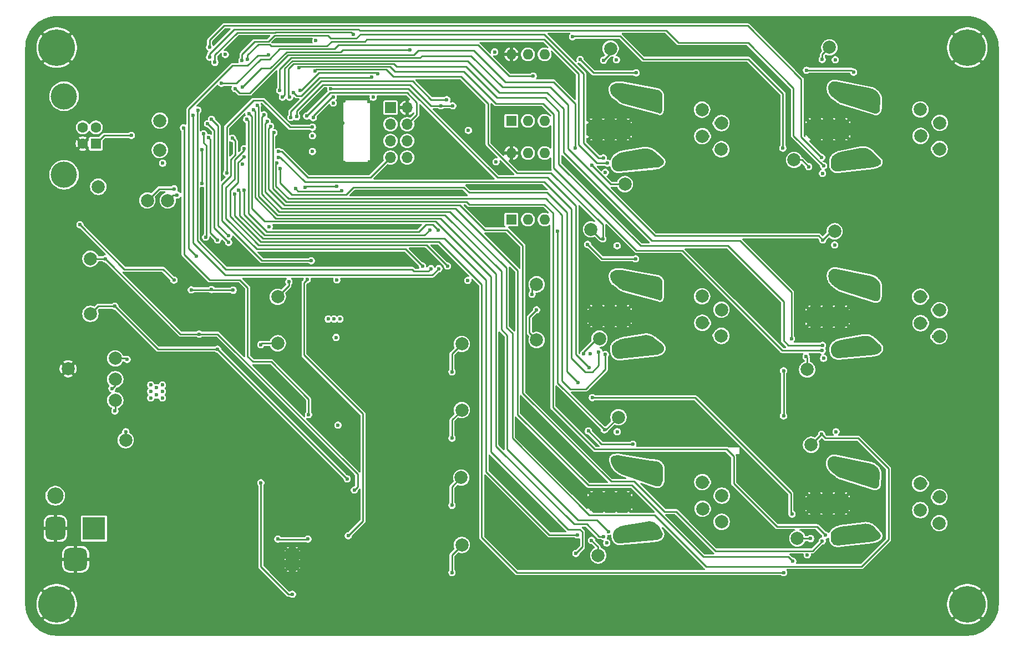
<source format=gbr>
G04 #@! TF.GenerationSoftware,KiCad,Pcbnew,9.0.4*
G04 #@! TF.CreationDate,2025-09-19T17:16:51+02:00*
G04 #@! TF.ProjectId,mobo,6d6f626f-2e6b-4696-9361-645f70636258,REV05*
G04 #@! TF.SameCoordinates,Original*
G04 #@! TF.FileFunction,Copper,L4,Bot*
G04 #@! TF.FilePolarity,Positive*
%FSLAX46Y46*%
G04 Gerber Fmt 4.6, Leading zero omitted, Abs format (unit mm)*
G04 Created by KiCad (PCBNEW 9.0.4) date 2025-09-19 17:16:51*
%MOMM*%
%LPD*%
G01*
G04 APERTURE LIST*
G04 Aperture macros list*
%AMRoundRect*
0 Rectangle with rounded corners*
0 $1 Rounding radius*
0 $2 $3 $4 $5 $6 $7 $8 $9 X,Y pos of 4 corners*
0 Add a 4 corners polygon primitive as box body*
4,1,4,$2,$3,$4,$5,$6,$7,$8,$9,$2,$3,0*
0 Add four circle primitives for the rounded corners*
1,1,$1+$1,$2,$3*
1,1,$1+$1,$4,$5*
1,1,$1+$1,$6,$7*
1,1,$1+$1,$8,$9*
0 Add four rect primitives between the rounded corners*
20,1,$1+$1,$2,$3,$4,$5,0*
20,1,$1+$1,$4,$5,$6,$7,0*
20,1,$1+$1,$6,$7,$8,$9,0*
20,1,$1+$1,$8,$9,$2,$3,0*%
G04 Aperture macros list end*
G04 #@! TA.AperFunction,ComponentPad*
%ADD10C,5.600000*%
G04 #@! TD*
G04 #@! TA.AperFunction,ComponentPad*
%ADD11R,1.600000X1.600000*%
G04 #@! TD*
G04 #@! TA.AperFunction,ComponentPad*
%ADD12O,1.600000X1.600000*%
G04 #@! TD*
G04 #@! TA.AperFunction,ComponentPad*
%ADD13R,3.500000X3.500000*%
G04 #@! TD*
G04 #@! TA.AperFunction,ComponentPad*
%ADD14C,2.500000*%
G04 #@! TD*
G04 #@! TA.AperFunction,ComponentPad*
%ADD15RoundRect,0.750000X-0.750000X-1.000000X0.750000X-1.000000X0.750000X1.000000X-0.750000X1.000000X0*%
G04 #@! TD*
G04 #@! TA.AperFunction,ComponentPad*
%ADD16RoundRect,0.875000X-0.875000X-0.875000X0.875000X-0.875000X0.875000X0.875000X-0.875000X0.875000X0*%
G04 #@! TD*
G04 #@! TA.AperFunction,ComponentPad*
%ADD17C,1.600000*%
G04 #@! TD*
G04 #@! TA.AperFunction,ComponentPad*
%ADD18C,4.000000*%
G04 #@! TD*
G04 #@! TA.AperFunction,HeatsinkPad*
%ADD19C,0.600000*%
G04 #@! TD*
G04 #@! TA.AperFunction,HeatsinkPad*
%ADD20R,6.200000X2.750000*%
G04 #@! TD*
G04 #@! TA.AperFunction,HeatsinkPad*
%ADD21C,0.500000*%
G04 #@! TD*
G04 #@! TA.AperFunction,HeatsinkPad*
%ADD22R,1.800000X3.100000*%
G04 #@! TD*
G04 #@! TA.AperFunction,ComponentPad*
%ADD23R,1.700000X1.700000*%
G04 #@! TD*
G04 #@! TA.AperFunction,ComponentPad*
%ADD24O,1.700000X1.700000*%
G04 #@! TD*
G04 #@! TA.AperFunction,SMDPad,CuDef*
%ADD25C,2.000000*%
G04 #@! TD*
G04 #@! TA.AperFunction,ViaPad*
%ADD26C,0.600000*%
G04 #@! TD*
G04 #@! TA.AperFunction,Conductor*
%ADD27C,0.250000*%
G04 #@! TD*
G04 APERTURE END LIST*
D10*
X71600000Y-55000000D03*
D11*
X141000000Y-66187500D03*
D12*
X143540000Y-66187500D03*
X146080000Y-66187500D03*
X146080000Y-56027500D03*
X143540000Y-56027500D03*
X141000000Y-56027500D03*
D13*
X77300000Y-128437500D03*
D14*
X71400000Y-128437500D03*
D15*
X71400000Y-128437500D03*
D16*
X74500000Y-133137500D03*
D14*
X71400000Y-123437500D03*
D11*
X77587500Y-69675000D03*
D17*
X77587500Y-67175000D03*
X75587500Y-67175000D03*
X75587500Y-69675000D03*
D18*
X72727500Y-74425000D03*
X72727500Y-62425000D03*
D19*
X192100000Y-94987500D03*
X190233333Y-94987500D03*
X188366667Y-94987500D03*
X186500000Y-94987500D03*
D20*
X189300000Y-96062500D03*
D19*
X192100000Y-97137500D03*
X190233333Y-97137500D03*
X188366667Y-97137500D03*
X186500000Y-97137500D03*
X192125000Y-66387500D03*
X190258333Y-66387500D03*
X188391667Y-66387500D03*
X186525000Y-66387500D03*
D20*
X189325000Y-67462500D03*
D19*
X192125000Y-68537500D03*
X190258333Y-68537500D03*
X188391667Y-68537500D03*
X186525000Y-68537500D03*
D10*
X210600000Y-140000000D03*
D19*
X192075000Y-123525000D03*
X190208333Y-123525000D03*
X188341667Y-123525000D03*
X186475000Y-123525000D03*
D20*
X189275000Y-124600000D03*
D19*
X192075000Y-125675000D03*
X190208333Y-125675000D03*
X188341667Y-125675000D03*
X186475000Y-125675000D03*
D21*
X106912500Y-131835000D03*
X106912500Y-133135000D03*
X106912500Y-134435000D03*
D22*
X107562500Y-133135000D03*
D21*
X108212500Y-131835000D03*
X108212500Y-133135000D03*
X108212500Y-134435000D03*
D19*
X158850000Y-123312500D03*
X156983333Y-123312500D03*
X155116667Y-123312500D03*
X153250000Y-123312500D03*
D20*
X156050000Y-124387500D03*
D19*
X158850000Y-125462500D03*
X156983333Y-125462500D03*
X155116667Y-125462500D03*
X153250000Y-125462500D03*
X158800000Y-66425000D03*
X156933333Y-66425000D03*
X155066667Y-66425000D03*
X153200000Y-66425000D03*
D20*
X156000000Y-67500000D03*
D19*
X158800000Y-68575000D03*
X156933333Y-68575000D03*
X155066667Y-68575000D03*
X153200000Y-68575000D03*
X158800000Y-94925000D03*
X156933333Y-94925000D03*
X155066667Y-94925000D03*
X153200000Y-94925000D03*
D20*
X156000000Y-96000000D03*
D19*
X158800000Y-97075000D03*
X156933333Y-97075000D03*
X155066667Y-97075000D03*
X153200000Y-97075000D03*
D10*
X71600000Y-140000000D03*
D11*
X141000000Y-81250000D03*
D12*
X143540000Y-81250000D03*
X146080000Y-81250000D03*
X146080000Y-71090000D03*
X143540000Y-71090000D03*
X141000000Y-71090000D03*
D23*
X122550000Y-64170000D03*
D24*
X125090000Y-64170000D03*
X122550000Y-66710000D03*
X125090000Y-66710000D03*
X122550000Y-69250000D03*
X125090000Y-69250000D03*
X122550000Y-71790000D03*
X125090000Y-71790000D03*
D10*
X210600000Y-55000000D03*
D25*
X80550000Y-108850000D03*
X154450000Y-99450000D03*
X206375000Y-95087500D03*
X158350000Y-75850000D03*
X80550000Y-102450000D03*
X105350000Y-93050000D03*
X87350000Y-66150000D03*
X170150000Y-97025000D03*
X133350000Y-120650000D03*
X170200000Y-125412500D03*
X186150000Y-104150000D03*
X203425000Y-64437500D03*
X76750000Y-95650000D03*
X206375001Y-70487500D03*
X203425000Y-125625000D03*
X184650000Y-129950000D03*
X133450000Y-100250000D03*
X206350001Y-99087500D03*
X156150000Y-55150000D03*
X206325000Y-127625000D03*
X206400000Y-66487500D03*
X153150000Y-82750000D03*
X144850000Y-91150000D03*
X133450000Y-110350000D03*
X173125000Y-123412500D03*
X173075000Y-66525000D03*
X203450000Y-97087500D03*
X170150000Y-121362500D03*
X173100001Y-127412500D03*
X170150000Y-68525000D03*
X173050001Y-70525000D03*
X82150000Y-114950000D03*
X170100000Y-92975000D03*
X133450000Y-130950000D03*
X170100000Y-64475000D03*
X154250000Y-132550000D03*
X87350000Y-70650000D03*
X73350000Y-104050000D03*
X80550000Y-105650000D03*
X203375000Y-121575000D03*
X77950000Y-76250000D03*
X184150000Y-72150000D03*
X144850000Y-99650000D03*
X203475000Y-68487500D03*
X206350000Y-123625000D03*
X203400000Y-93037500D03*
X189550000Y-54950000D03*
X85450000Y-78350000D03*
X157350000Y-111450000D03*
X173075000Y-95025000D03*
X190350000Y-83050000D03*
X88550000Y-78350000D03*
X76750000Y-87250000D03*
X105350000Y-100150000D03*
X186750000Y-115650000D03*
X173050001Y-99025000D03*
D26*
X77550000Y-50950000D03*
X135650000Y-119950000D03*
X113250000Y-107450000D03*
X82650000Y-144050000D03*
X94250000Y-94450000D03*
X161550000Y-50950000D03*
X116450000Y-135750000D03*
X134650000Y-144050000D03*
X118050000Y-104550000D03*
X159175000Y-136325000D03*
X124250000Y-108350000D03*
X151950000Y-100450000D03*
X188650000Y-144050000D03*
X70050000Y-111350000D03*
X214650000Y-68950000D03*
X93250000Y-138750000D03*
X191550000Y-50950000D03*
X114925000Y-86650000D03*
X122200000Y-82350000D03*
X119050000Y-135650000D03*
X185550000Y-50950000D03*
X104625000Y-144050000D03*
X171150000Y-78250000D03*
X105550000Y-50950000D03*
X207650000Y-78350000D03*
X169550000Y-50950000D03*
X194250000Y-81750000D03*
X199350000Y-64650000D03*
X189550000Y-78250000D03*
X165950000Y-98650000D03*
X188550000Y-133350000D03*
X92500000Y-140250000D03*
X126700000Y-127400000D03*
X187350000Y-77250000D03*
X206750000Y-118250000D03*
X67550000Y-70050000D03*
X113975000Y-66685000D03*
X108600000Y-53800000D03*
X118950000Y-90450000D03*
X77850000Y-135950000D03*
X144650000Y-76250000D03*
X74650000Y-144050000D03*
X135650000Y-111050000D03*
X110250000Y-97550000D03*
X210250000Y-118150000D03*
X214650000Y-102900000D03*
X92500000Y-139250000D03*
X126650000Y-144050000D03*
X111550000Y-50950000D03*
X98462500Y-125750000D03*
X214650000Y-122950000D03*
X85250000Y-72350000D03*
X116350000Y-116700000D03*
X131550000Y-50950000D03*
X113550000Y-50950000D03*
X84650000Y-144050000D03*
X210250000Y-62950000D03*
X135750000Y-121350000D03*
X122250000Y-103150000D03*
X93250000Y-139750000D03*
X124150000Y-110450000D03*
X214650000Y-74950000D03*
X67550000Y-82050000D03*
X67550000Y-84050001D03*
X99450000Y-68050000D03*
X167250000Y-88250000D03*
X126275000Y-136225000D03*
X214650000Y-80950000D03*
X189550000Y-50950000D03*
X214650000Y-134850000D03*
X206750000Y-102350000D03*
X173550000Y-89650000D03*
X139150000Y-119250000D03*
X189550000Y-106850000D03*
X119350000Y-72410000D03*
X85750000Y-141150000D03*
X112250000Y-94100000D03*
X145250000Y-136650000D03*
X99462500Y-123250000D03*
X67550000Y-64050000D03*
X101750000Y-112500000D03*
X162650000Y-144050000D03*
X98650000Y-54350000D03*
X138350000Y-79650000D03*
X68750000Y-80650000D03*
X195350000Y-138850000D03*
X165950000Y-70350000D03*
X151550000Y-117550000D03*
X162050000Y-81750000D03*
X183550000Y-50950000D03*
X71550000Y-50950000D03*
X67550000Y-129650000D03*
X173350000Y-106750000D03*
X214650000Y-78950000D03*
X205450000Y-106850000D03*
X150650000Y-144050000D03*
X202650000Y-144050000D03*
X115475000Y-72510000D03*
X120450000Y-123150000D03*
X92500000Y-141250000D03*
X128650001Y-144050000D03*
X116450000Y-138750000D03*
X122750000Y-77350000D03*
X67550000Y-140050000D03*
X130650001Y-144050000D03*
X135650000Y-106150000D03*
X67950000Y-141750000D03*
X210250000Y-130950000D03*
X206750000Y-130850000D03*
X119675000Y-68910000D03*
X73550000Y-50950000D03*
X70050000Y-112450000D03*
X73750000Y-136650000D03*
X79350000Y-110550000D03*
X199350000Y-93250000D03*
X127175000Y-136625000D03*
X68250000Y-130450000D03*
X122750000Y-95650000D03*
X104962500Y-125250000D03*
X214650000Y-82950001D03*
X99050000Y-63650000D03*
X126600000Y-118200000D03*
X155550000Y-50950000D03*
X170350000Y-136150000D03*
X135650000Y-116250000D03*
X83800000Y-87900000D03*
X165950000Y-127050000D03*
X78650000Y-144050000D03*
X67550000Y-78050000D03*
X67550000Y-112050000D03*
X164650000Y-114450000D03*
X193350000Y-53250000D03*
X159550000Y-50950000D03*
X198650000Y-144050000D03*
X213250000Y-143050000D03*
X105950000Y-63850000D03*
X163850000Y-82950000D03*
X122750000Y-93950000D03*
X193250000Y-116250000D03*
X125550000Y-50950000D03*
X139650000Y-120950000D03*
X67550000Y-134050000D03*
X214650000Y-98900000D03*
X96150000Y-97650000D03*
X112650000Y-144050000D03*
X135250000Y-76250000D03*
X181550000Y-50950000D03*
X83000000Y-109500000D03*
X95250000Y-128000000D03*
X139450000Y-107850000D03*
X187550000Y-50950000D03*
X112250000Y-108750000D03*
X173650000Y-102450000D03*
X135650000Y-100850000D03*
X210350000Y-73850000D03*
X214650000Y-96900000D03*
X67550000Y-76050000D03*
X145550000Y-50950000D03*
X145050000Y-87750000D03*
X126600000Y-116200000D03*
X116650000Y-144050000D03*
X207350000Y-50950000D03*
X210150000Y-91750000D03*
X160850000Y-53250000D03*
X67550000Y-126050001D03*
X83000000Y-111000000D03*
X174350000Y-106750000D03*
X98462500Y-124750000D03*
X91000000Y-105500000D03*
X67550000Y-120050000D03*
X101250000Y-110000000D03*
X118850000Y-106450000D03*
X144950000Y-96050000D03*
X145850000Y-88650000D03*
X118850000Y-93950000D03*
X214650000Y-106925001D03*
X173450000Y-118050000D03*
X67550000Y-108050001D03*
X163150000Y-53250000D03*
X167550000Y-50950000D03*
X94250000Y-97650000D03*
X130450000Y-119450000D03*
X123950000Y-125350000D03*
X128650000Y-61850000D03*
X165850000Y-87150000D03*
X153550000Y-50950000D03*
X173550000Y-50950000D03*
X193150000Y-138850000D03*
X206750000Y-129150000D03*
X146650000Y-144050000D03*
X67550000Y-104050000D03*
X107550000Y-50950000D03*
X67550000Y-96050000D03*
X135650000Y-107750000D03*
X165950000Y-58650000D03*
X214650000Y-60950000D03*
X160250000Y-135950000D03*
X164650000Y-144050000D03*
X192350000Y-85150000D03*
X123350000Y-138850000D03*
X176650000Y-117750000D03*
X214650000Y-104925000D03*
X205450000Y-78350000D03*
X170649999Y-144050000D03*
X96150000Y-58650000D03*
X137850000Y-118650000D03*
X172050000Y-106750000D03*
X163550000Y-50950000D03*
X89550000Y-50950000D03*
X142650000Y-144050000D03*
X139450000Y-99250000D03*
X173550000Y-63050000D03*
X210250000Y-120250000D03*
X210250000Y-129050000D03*
X69000000Y-128000000D03*
X130450000Y-109150000D03*
X121825000Y-130850000D03*
X77850000Y-139250000D03*
X152550000Y-120050000D03*
X161150000Y-84450000D03*
X176650000Y-91750000D03*
X162950000Y-81750000D03*
X173450000Y-119850000D03*
X214650000Y-128950000D03*
X67550000Y-60050000D03*
X126275000Y-137075000D03*
X118850000Y-129350000D03*
X199250000Y-127450000D03*
X173450000Y-72050000D03*
X115450000Y-63150000D03*
X154950000Y-78250000D03*
X199250000Y-98950000D03*
X158950000Y-56650000D03*
X176950000Y-71950000D03*
X109450000Y-72950000D03*
X165950000Y-93150000D03*
X206750000Y-89750000D03*
X135650000Y-99150000D03*
X173450000Y-91250000D03*
X128600000Y-118200000D03*
X210250000Y-61150000D03*
X197050000Y-137550000D03*
X144250000Y-87750000D03*
X135550000Y-50950000D03*
X83750000Y-108750000D03*
X127700000Y-128400000D03*
X136650000Y-68350000D03*
X71750000Y-132750000D03*
X199550000Y-50950000D03*
X204550000Y-106850000D03*
X139650000Y-138550000D03*
X110775000Y-86500000D03*
X69000000Y-129650000D03*
X214650000Y-88950000D03*
X126700000Y-126400000D03*
X167250000Y-75250000D03*
X91000000Y-109000000D03*
X113550000Y-68610000D03*
X115150000Y-68750000D03*
X81450000Y-74350000D03*
X69550000Y-51550000D03*
X135750000Y-128250000D03*
X86550000Y-72350000D03*
X174650000Y-144050000D03*
X124649999Y-144050000D03*
X103000000Y-112500000D03*
X123950000Y-122950000D03*
X69000000Y-126500000D03*
X163850000Y-80550000D03*
X206750000Y-62950000D03*
X67550000Y-58050001D03*
X114925000Y-87450000D03*
X92650000Y-100050000D03*
X135750000Y-131550000D03*
X210150000Y-100350000D03*
X128700000Y-128400000D03*
X126700000Y-108000000D03*
X195450000Y-81750000D03*
X175550000Y-50950000D03*
X116375000Y-115725000D03*
X194250000Y-110350000D03*
X192650000Y-144050000D03*
X214650000Y-124950000D03*
X113525000Y-65150000D03*
X138650000Y-144050000D03*
X100250000Y-110000000D03*
X93250000Y-141750000D03*
X99462500Y-126250000D03*
X190650000Y-144050000D03*
X214650000Y-108925000D03*
X166650000Y-144050000D03*
X214650000Y-70950001D03*
X193250000Y-110350000D03*
X176650000Y-100250000D03*
X206550000Y-106850000D03*
X67550000Y-100050000D03*
X173650000Y-130750000D03*
X173350000Y-78250000D03*
X186650000Y-144050000D03*
X167350000Y-103750000D03*
X139550000Y-129850000D03*
X89250000Y-69950000D03*
X72650000Y-107050000D03*
X80650001Y-144050000D03*
X167250000Y-59750000D03*
X75250000Y-136650000D03*
X174350000Y-78250000D03*
X74500000Y-135750000D03*
X129550000Y-50950000D03*
X159850000Y-53250000D03*
X139550000Y-50950000D03*
X139450000Y-100950000D03*
X67550000Y-102049999D03*
X111225000Y-95300000D03*
X152975000Y-134375000D03*
X120350000Y-128125000D03*
X111150000Y-82350000D03*
X214650000Y-90950000D03*
X100550000Y-112550000D03*
X172650000Y-144050000D03*
X214650000Y-62950000D03*
X166050000Y-117650000D03*
X204650000Y-144050000D03*
X206750000Y-91550000D03*
X214650000Y-94950001D03*
X165950000Y-133250000D03*
X135950000Y-79650000D03*
X135750000Y-136650000D03*
X179550000Y-50950000D03*
X144650001Y-144050000D03*
X209150000Y-50950000D03*
X86650000Y-144050000D03*
X96500000Y-128000000D03*
X103962500Y-124750000D03*
X165950000Y-104850000D03*
X135750000Y-138550000D03*
X94650000Y-144050000D03*
X103962500Y-125750000D03*
X201550000Y-50950000D03*
X81550000Y-50950000D03*
X126700000Y-106000000D03*
X136150000Y-63550000D03*
X117150000Y-104550000D03*
X96050000Y-53750000D03*
X91000000Y-108250000D03*
X72650001Y-144050000D03*
X214650000Y-58950001D03*
X119050000Y-138850000D03*
X214650000Y-132950000D03*
X119550000Y-50950000D03*
X199350000Y-58550000D03*
X197550000Y-50950000D03*
X176650000Y-144050000D03*
X119050000Y-77350000D03*
X214650000Y-138950000D03*
X76650001Y-144050000D03*
X135650000Y-109250000D03*
X115250000Y-66510000D03*
X67550000Y-132050000D03*
X193550000Y-50950000D03*
X189450000Y-135450000D03*
X99462500Y-124250000D03*
X120350000Y-126950000D03*
X87550000Y-50950000D03*
X119250000Y-63250000D03*
X141150000Y-97450000D03*
X154050000Y-77450000D03*
X172050000Y-78250000D03*
X81550000Y-91050000D03*
X127550000Y-60450000D03*
X75550000Y-50950000D03*
X70650000Y-143950000D03*
X129700000Y-128400000D03*
X211150000Y-144000000D03*
X137550000Y-50950000D03*
X73000000Y-135750000D03*
X67550000Y-128050000D03*
X206650000Y-100750000D03*
X206450000Y-138450000D03*
X214650000Y-136950000D03*
X95550000Y-50950000D03*
X134500000Y-61950000D03*
X106950000Y-136050000D03*
X165550000Y-50950000D03*
X139550000Y-128250000D03*
X130450000Y-129550000D03*
X214650000Y-126950000D03*
X162150000Y-53250000D03*
X128700000Y-108000000D03*
X144650000Y-106050000D03*
X127450000Y-93650000D03*
X126275000Y-137900000D03*
X176950000Y-73850000D03*
X191750000Y-106850000D03*
X67550000Y-68049999D03*
X205550000Y-50950000D03*
X176650000Y-102550000D03*
X139650000Y-136550000D03*
X214150000Y-53150000D03*
X145250000Y-116150000D03*
X119650000Y-66150000D03*
X206850000Y-61150000D03*
X127450000Y-90450000D03*
X204450000Y-138450000D03*
X214450000Y-141150000D03*
X79550000Y-50950000D03*
X111250000Y-97525000D03*
X170350000Y-137250000D03*
X70950000Y-133500000D03*
X147550000Y-50950000D03*
X173450000Y-100650000D03*
X95250000Y-84750000D03*
X139450000Y-115650000D03*
X195550000Y-50950000D03*
X145550000Y-126450000D03*
X104250000Y-112500000D03*
X107250000Y-86850000D03*
X214650000Y-100900000D03*
X96250000Y-94850000D03*
X118850000Y-130375000D03*
X121550000Y-50950000D03*
X97550000Y-50950000D03*
X93800000Y-76800000D03*
X180650000Y-144050000D03*
X106150000Y-82350000D03*
X83550000Y-50950000D03*
X166050000Y-121650000D03*
X67550000Y-80050000D03*
X141150000Y-95850000D03*
X113650000Y-64350000D03*
X197850000Y-114650000D03*
X144250000Y-88650000D03*
X187250000Y-105950000D03*
X171150000Y-106750000D03*
X67550000Y-88050001D03*
X139450000Y-111050000D03*
X100650000Y-144025000D03*
X184650000Y-144050000D03*
X103550000Y-50950000D03*
X200650000Y-59650000D03*
X123550000Y-50950000D03*
X132850000Y-77150000D03*
X214650000Y-118925000D03*
X206750000Y-120050000D03*
X176650000Y-128650000D03*
X89250000Y-72250000D03*
X214650000Y-84950000D03*
X211250000Y-51050000D03*
X88250000Y-68350000D03*
X84500000Y-108750000D03*
X134275000Y-94150000D03*
X205450000Y-138450000D03*
X175150000Y-136150000D03*
X206650000Y-78350000D03*
X109150000Y-68450000D03*
X117550000Y-50950000D03*
X91000000Y-106250000D03*
X199250000Y-104850000D03*
X135750000Y-129750000D03*
X89050000Y-141150000D03*
X152650000Y-144050000D03*
X127700000Y-108000000D03*
X123150000Y-82350000D03*
X70950000Y-132000000D03*
X200650000Y-144050000D03*
X102350000Y-95150000D03*
X212950000Y-51850000D03*
X90649999Y-144050000D03*
X120350000Y-110250000D03*
X85550000Y-50950000D03*
X68050000Y-53150000D03*
X91550000Y-50950000D03*
X200050000Y-132450000D03*
X143550000Y-50950000D03*
X176650000Y-130850000D03*
X214650000Y-76950000D03*
X102250000Y-110000000D03*
X166050000Y-131050000D03*
X210150000Y-102550000D03*
X214650000Y-120950000D03*
X114650001Y-144050000D03*
X120650000Y-144050000D03*
X67550000Y-124050000D03*
X214650000Y-116924999D03*
X200650000Y-103750000D03*
X145850000Y-87750000D03*
X200550000Y-116850000D03*
X173550000Y-61150000D03*
X175150000Y-137250000D03*
X77450000Y-90550000D03*
X84450000Y-85050000D03*
X135650000Y-117750000D03*
X71750000Y-104050000D03*
X154650000Y-144050000D03*
X122750000Y-105950000D03*
X106650001Y-144050000D03*
X93550000Y-50950000D03*
X67550000Y-92050001D03*
X159050000Y-82450000D03*
X160650000Y-144050000D03*
X94450000Y-119750000D03*
X89250000Y-85050000D03*
X67550000Y-136049999D03*
X206750000Y-72050000D03*
X95550000Y-103350000D03*
X156250000Y-106850000D03*
X141650000Y-128600000D03*
X176650000Y-120150000D03*
X141350000Y-86950000D03*
X214650000Y-92950000D03*
X192250000Y-135550000D03*
X139450000Y-105950000D03*
X194250000Y-53250000D03*
X196650000Y-144050000D03*
X139450000Y-109350000D03*
X67550000Y-66050000D03*
X193250000Y-81750000D03*
X122650000Y-104450000D03*
X122250000Y-102350000D03*
X69050000Y-143150000D03*
X114750000Y-109850000D03*
X165950000Y-64650000D03*
X67550000Y-74050001D03*
X159250000Y-78350000D03*
X199150000Y-76250000D03*
X178650000Y-144050000D03*
X110650001Y-144050000D03*
X67550000Y-98050000D03*
X80750000Y-112050000D03*
X96650000Y-144050000D03*
X144950000Y-97350000D03*
X129600000Y-118200000D03*
X200550000Y-88350000D03*
X88650000Y-144050000D03*
X158350000Y-85250000D03*
X163050000Y-110150000D03*
X176950000Y-63050000D03*
X210150000Y-89550000D03*
X199350000Y-70250000D03*
X132650000Y-144050000D03*
X102650000Y-144025000D03*
X83000000Y-110250000D03*
X194250000Y-138850000D03*
X98462500Y-123750000D03*
X68250000Y-128850000D03*
X120450000Y-125150000D03*
X67550000Y-62050000D03*
X141350000Y-85150000D03*
X196350000Y-110350000D03*
X89250000Y-70950000D03*
X67550000Y-72050001D03*
X144950000Y-85150000D03*
X122650000Y-144050000D03*
X126700000Y-107000000D03*
X116350000Y-117725000D03*
X157550000Y-50950000D03*
X127600000Y-118200000D03*
X177550000Y-50950000D03*
X67550000Y-55550000D03*
X120350000Y-108550000D03*
X118950000Y-91850000D03*
X199250000Y-121750000D03*
X151550000Y-50950000D03*
X214650000Y-56950000D03*
X158649999Y-144050000D03*
X133550000Y-50950000D03*
X214650000Y-72950000D03*
X154700000Y-134425000D03*
X204550000Y-78350000D03*
X67550000Y-118050001D03*
X98650000Y-144050000D03*
X132450000Y-88750000D03*
X159150000Y-113450000D03*
X118650000Y-144050000D03*
X168650000Y-144050000D03*
X206649999Y-144050000D03*
X68750000Y-79450000D03*
X140650001Y-144050000D03*
X214650000Y-114924999D03*
X104962500Y-126250000D03*
X191750000Y-78250000D03*
X196450000Y-81750000D03*
X103640000Y-53360000D03*
X206750000Y-73750000D03*
X214650000Y-130950001D03*
X162150000Y-110150000D03*
X118950000Y-104550000D03*
X139650000Y-131550000D03*
X104962500Y-127250000D03*
X72550000Y-90550000D03*
X98850000Y-93650000D03*
X89850000Y-126950000D03*
X134200000Y-73750000D03*
X203550000Y-50950000D03*
X68250000Y-127250000D03*
X210350000Y-71850000D03*
X109550000Y-50950000D03*
X99462500Y-125250000D03*
X173450000Y-129050000D03*
X176950000Y-61150000D03*
X136650000Y-144050000D03*
X161175000Y-135950000D03*
X196450000Y-53250000D03*
X130450000Y-98950000D03*
X67550000Y-114050000D03*
X93250000Y-140750000D03*
X156650000Y-144050000D03*
X118850000Y-95550000D03*
X214650000Y-110925000D03*
X126600000Y-117200000D03*
X214650000Y-64950000D03*
X98250000Y-70950000D03*
X67550000Y-110050000D03*
X149550000Y-50950000D03*
X122850000Y-91750000D03*
X67550000Y-138050000D03*
X214650000Y-86950000D03*
X128000000Y-136650000D03*
X126700000Y-128400000D03*
X67550000Y-116050000D03*
X71750000Y-134250000D03*
X195450000Y-53250000D03*
X173450000Y-73750000D03*
X214650000Y-66950000D03*
X127550000Y-50950000D03*
X144950000Y-86750000D03*
X71750000Y-131250000D03*
X122850000Y-90450000D03*
X103962500Y-126750000D03*
X160850000Y-110150000D03*
X108650000Y-144050000D03*
X105500000Y-112500000D03*
X176650000Y-89450000D03*
X159150000Y-137325000D03*
X67550000Y-94050000D03*
X135850000Y-126250000D03*
X207350000Y-138450000D03*
X145050000Y-88650000D03*
X129700000Y-108000000D03*
X115550000Y-50950000D03*
X208650000Y-144050000D03*
X101150000Y-53350000D03*
X192450000Y-56650000D03*
X158450000Y-106750000D03*
X195350000Y-110350000D03*
X104962500Y-124250000D03*
X76000000Y-135750000D03*
X207550000Y-106850000D03*
X148650001Y-144050000D03*
X139550000Y-126350000D03*
X165850000Y-76450000D03*
X200650000Y-75050000D03*
X110300000Y-95300000D03*
X159950000Y-110150000D03*
X192450000Y-113650000D03*
X67550000Y-122050001D03*
X154950000Y-105950000D03*
X194649999Y-144050000D03*
X171550000Y-50950000D03*
X67550000Y-106050001D03*
X67550000Y-90050000D03*
X214650000Y-112924999D03*
X99550000Y-50950000D03*
X141550000Y-50950000D03*
X92650000Y-144050000D03*
X197950000Y-86050000D03*
X108250000Y-136050000D03*
X112325000Y-101375000D03*
X182649999Y-144050000D03*
X67550000Y-86050000D03*
X102000000Y-103575000D03*
X101550000Y-50950000D03*
X123450000Y-135650000D03*
X214650000Y-54950000D03*
X89250000Y-73250000D03*
X87350000Y-66150000D03*
X87350000Y-70650000D03*
X114250000Y-99250000D03*
X113050000Y-96450000D03*
X190550000Y-113650000D03*
X119925000Y-62575000D03*
X153050000Y-101750000D03*
X155350000Y-74050000D03*
X87750000Y-107500000D03*
X157150000Y-113650000D03*
X110650000Y-70850000D03*
X104050000Y-82350000D03*
X97350000Y-56050000D03*
X114550000Y-112650000D03*
X114850000Y-96450000D03*
X85950000Y-108500000D03*
X157150000Y-85250000D03*
X114375000Y-90475000D03*
X85950000Y-106500000D03*
X186150000Y-132475000D03*
X99950000Y-72750000D03*
X86850000Y-106950000D03*
X190450000Y-56850000D03*
X87790000Y-72650000D03*
X87750000Y-106500000D03*
X190350000Y-85150000D03*
X138450000Y-55650000D03*
X138650000Y-72450000D03*
X134350000Y-90550000D03*
X111150000Y-53950000D03*
X113950000Y-96450000D03*
X188650000Y-102450000D03*
X113825000Y-63475000D03*
X134450000Y-67650000D03*
X157050000Y-56850000D03*
X155550000Y-130650000D03*
X86850000Y-108050000D03*
X82350000Y-102600000D03*
X110650000Y-68450000D03*
X87750000Y-108500000D03*
X85950000Y-107500000D03*
X188500000Y-74200000D03*
X152750000Y-113550000D03*
X186050000Y-58450000D03*
X159950000Y-87250000D03*
X160050000Y-58850000D03*
X159550000Y-115550000D03*
X193250000Y-58750000D03*
X152650000Y-85050000D03*
X80500000Y-110500000D03*
X151500000Y-56800000D03*
X204250000Y-68450000D03*
X205550000Y-70450000D03*
X205650000Y-66450000D03*
X204150000Y-64450000D03*
X89500000Y-90500000D03*
X95250000Y-91950000D03*
X98550000Y-92050000D03*
X92150000Y-92000000D03*
X80050000Y-107050000D03*
X107575000Y-138475000D03*
X102762500Y-121450000D03*
X75150000Y-82050000D03*
X105350000Y-130050000D03*
X109950000Y-130050000D03*
X170950000Y-68550000D03*
X172250000Y-70550000D03*
X172250000Y-66550000D03*
X170850000Y-64450000D03*
X170950000Y-97050000D03*
X172250000Y-98950000D03*
X172350000Y-95050000D03*
X170850000Y-92950000D03*
X204150000Y-125550000D03*
X205550000Y-127650000D03*
X205550000Y-123650000D03*
X204250000Y-121550000D03*
X204250000Y-97050000D03*
X205450000Y-99150000D03*
X205550000Y-95050000D03*
X204250000Y-93050000D03*
X170950000Y-125450000D03*
X172350000Y-127350000D03*
X172350000Y-123450000D03*
X170950000Y-121350000D03*
X144850000Y-95050000D03*
X144150000Y-92650000D03*
X93774223Y-70561661D03*
X93775000Y-75750000D03*
X90000000Y-77500000D03*
X89529509Y-76559018D03*
X131950000Y-135150000D03*
X131937500Y-124900000D03*
X131937500Y-114650000D03*
X131937500Y-104500000D03*
X188450000Y-56800000D03*
X77900000Y-76250000D03*
X83000000Y-68400000D03*
X108050000Y-76550000D03*
X115150000Y-76850000D03*
X114350000Y-76150000D03*
X109550000Y-76325000D03*
X107350000Y-65650000D03*
X131150000Y-62950000D03*
X130250000Y-63875000D03*
X132050000Y-63875000D03*
X108250000Y-65550000D03*
X144350000Y-59350000D03*
X96750000Y-60450000D03*
X116850000Y-52950000D03*
X155075000Y-56925000D03*
X95750000Y-57250000D03*
X152850000Y-103850000D03*
X113425000Y-61275000D03*
X111050000Y-58525000D03*
X154950000Y-84200000D03*
X103750000Y-66250000D03*
X183950000Y-133412500D03*
X188350000Y-114050000D03*
X103250000Y-65250000D03*
X183750000Y-99450000D03*
X106050000Y-62550000D03*
X105650000Y-61550000D03*
X188550000Y-84350000D03*
X150850000Y-132250000D03*
X100950000Y-65100000D03*
X100600000Y-65950000D03*
X129850000Y-82875000D03*
X148050000Y-83025000D03*
X155200000Y-113350000D03*
X188350000Y-71750000D03*
X94950000Y-54950000D03*
X188650000Y-73050000D03*
X94950000Y-56450000D03*
X105450000Y-71750000D03*
X154350000Y-101450000D03*
X105203116Y-72650000D03*
X155350000Y-101850000D03*
X188450000Y-101250000D03*
X108600000Y-58100000D03*
X104250000Y-67000000D03*
X188450000Y-130350000D03*
X155800000Y-128900000D03*
X102250000Y-63850000D03*
X101650000Y-64500000D03*
X155075000Y-129650000D03*
X104750000Y-68000000D03*
X188950000Y-129450000D03*
X100750000Y-56775000D03*
X155650000Y-72650000D03*
X99891942Y-56991942D03*
X155050000Y-71850000D03*
X188500830Y-100451614D03*
X107150000Y-62550000D03*
X191200000Y-71762500D03*
X190900000Y-72687500D03*
X196750000Y-72462500D03*
X190475000Y-72087500D03*
X190425000Y-73287500D03*
X194975000Y-71762500D03*
X194975000Y-71062500D03*
X195875000Y-72437500D03*
X190250000Y-62150000D03*
X191100000Y-62712500D03*
X195850000Y-62450000D03*
X194550000Y-63550000D03*
X196750000Y-64650000D03*
X195150000Y-63050000D03*
X189950000Y-61450000D03*
X190050000Y-60650000D03*
X190950000Y-61850000D03*
X190750000Y-61150000D03*
X196750000Y-62237500D03*
X195150000Y-64050000D03*
X161650000Y-71800000D03*
X162550000Y-72475000D03*
X163425000Y-72500000D03*
X157100000Y-73325000D03*
X161650000Y-71100000D03*
X157150000Y-72125000D03*
X157575000Y-72725000D03*
X157875000Y-71800000D03*
X156650000Y-61050000D03*
X156850000Y-61950000D03*
X163550000Y-63650000D03*
X157450000Y-61250000D03*
X163450000Y-64650000D03*
X162650000Y-62450000D03*
X157775000Y-62750000D03*
X157650000Y-62050000D03*
X161550000Y-63450000D03*
X163425000Y-62275000D03*
X161650000Y-99600000D03*
X157575000Y-101225000D03*
X157875000Y-100300000D03*
X157100000Y-101825000D03*
X157150000Y-100625000D03*
X163425000Y-101000000D03*
X161650000Y-100300000D03*
X162550000Y-100975000D03*
X161750000Y-92450000D03*
X157850000Y-91350000D03*
X163450000Y-91250000D03*
X156950000Y-90550000D03*
X157450000Y-89750000D03*
X162550000Y-91050000D03*
X161750000Y-91650000D03*
X163250000Y-90450000D03*
X163450000Y-93050000D03*
X156650000Y-89650000D03*
X157650000Y-90550000D03*
X194925000Y-128900000D03*
X190375000Y-130425000D03*
X195825000Y-129575000D03*
X191150000Y-128900000D03*
X196700000Y-129600000D03*
X194925000Y-128200000D03*
X190425000Y-129225000D03*
X190850000Y-129825000D03*
X195950000Y-119450000D03*
X195150000Y-121250000D03*
X191050000Y-119850000D03*
X190950000Y-119050000D03*
X195250000Y-120050000D03*
X189850000Y-118450000D03*
X190550000Y-118150000D03*
X190250000Y-119150000D03*
X194550000Y-120650000D03*
X196700000Y-119375000D03*
X190875000Y-101287500D03*
X194950000Y-99662500D03*
X191175000Y-100362500D03*
X196725000Y-101062500D03*
X194950000Y-100362500D03*
X190400000Y-101887500D03*
X190450000Y-100687500D03*
X195850000Y-101037500D03*
X196150000Y-93250000D03*
X191075000Y-91312500D03*
X195050000Y-92050000D03*
X196850000Y-93050000D03*
X195950000Y-91050000D03*
X190650000Y-89550000D03*
X190250000Y-90650000D03*
X196725000Y-90837500D03*
X190950000Y-90550000D03*
X189950000Y-89950000D03*
X161700000Y-128687500D03*
X161700000Y-127987500D03*
X157150000Y-130212500D03*
X157625000Y-129612500D03*
X157925000Y-128687500D03*
X163475000Y-129387500D03*
X157200000Y-129012500D03*
X162600000Y-129362500D03*
X157450000Y-117950000D03*
X161250000Y-120450000D03*
X161850000Y-120950000D03*
X161950000Y-119850000D03*
X163550000Y-119550000D03*
X163475000Y-118750000D03*
X157250000Y-119350000D03*
X156850000Y-118750000D03*
X156650000Y-117950000D03*
X162750000Y-119250000D03*
X163450000Y-121550000D03*
X157950000Y-119750000D03*
X157650000Y-118650000D03*
X92450000Y-65310000D03*
X129950000Y-88750000D03*
X128727500Y-88750000D03*
X93150000Y-64550000D03*
X127457500Y-88350000D03*
X100225000Y-70450000D03*
X131250000Y-88350000D03*
X100225000Y-71650000D03*
X186387500Y-73187500D03*
X153293750Y-72993750D03*
X152050000Y-101750000D03*
X186681250Y-129981250D03*
X185975000Y-102175000D03*
X153250000Y-130250000D03*
X182450000Y-70350000D03*
X99950000Y-61050000D03*
X150350000Y-53350000D03*
X125550000Y-55350000D03*
X98850000Y-61250000D03*
X150750000Y-70375000D03*
X182550000Y-111250000D03*
X182550000Y-104350000D03*
X182550000Y-135150000D03*
X98794612Y-77325871D03*
X151050000Y-129400000D03*
X99368324Y-76768324D03*
X100225000Y-76794529D03*
X128550000Y-82850000D03*
X153350000Y-108450000D03*
X151150000Y-106150000D03*
X183850000Y-126250000D03*
X105675000Y-73450000D03*
X109750000Y-65450000D03*
X120575000Y-58975000D03*
X108750000Y-61550000D03*
X82150000Y-113650000D03*
X102750000Y-100350000D03*
X94050000Y-68150000D03*
X94350000Y-83950000D03*
X79000000Y-87250000D03*
X110650000Y-67150000D03*
X117050000Y-122550000D03*
X97550000Y-74150000D03*
X93350000Y-98750000D03*
X96150000Y-101050000D03*
X80500000Y-94500000D03*
X115950000Y-120850000D03*
X103904442Y-56079442D03*
X92925000Y-86825000D03*
X94750000Y-68750000D03*
X96150000Y-84350000D03*
X107750000Y-61850000D03*
X119675000Y-59500000D03*
X105450000Y-70850000D03*
X110050000Y-111050000D03*
X90950000Y-67250000D03*
X94650000Y-66625000D03*
X97850000Y-84750000D03*
X97850000Y-83750000D03*
X95250000Y-65935000D03*
X110750000Y-65685000D03*
X113800000Y-62575000D03*
X110475000Y-87525000D03*
X98450000Y-68850000D03*
X107050000Y-90750000D03*
X116112500Y-129537500D03*
X109850000Y-90425000D03*
D27*
X80550000Y-102450000D02*
X82200000Y-102450000D01*
X82200000Y-102450000D02*
X82350000Y-102600000D01*
X153550000Y-58850000D02*
X160050000Y-58850000D01*
X154750000Y-115550000D02*
X159550000Y-115550000D01*
X154850000Y-87250000D02*
X159950000Y-87250000D01*
X80550000Y-108850000D02*
X80550000Y-110450000D01*
X80550000Y-110450000D02*
X80500000Y-110500000D01*
X152650000Y-85050000D02*
X154850000Y-87250000D01*
X151500000Y-56800000D02*
X153550000Y-58850000D01*
X152750000Y-113550000D02*
X154750000Y-115550000D01*
X192950000Y-58450000D02*
X193250000Y-58750000D01*
X186050000Y-58450000D02*
X192950000Y-58450000D01*
X95200000Y-92000000D02*
X95250000Y-91950000D01*
X98550000Y-92050000D02*
X95350000Y-92050000D01*
X75150000Y-82050000D02*
X81950000Y-88850000D01*
X92150000Y-92000000D02*
X95200000Y-92000000D01*
X80550000Y-105650000D02*
X80550000Y-106550000D01*
X80550000Y-106550000D02*
X80050000Y-107050000D01*
X95350000Y-92050000D02*
X95250000Y-91950000D01*
X81950000Y-88850000D02*
X87850000Y-88850000D01*
X107575000Y-138475000D02*
X106987500Y-138475000D01*
X106987500Y-138475000D02*
X102762500Y-134250000D01*
X87850000Y-88850000D02*
X89500000Y-90500000D01*
X102762500Y-134250000D02*
X102762500Y-121450000D01*
X105450000Y-130150000D02*
X109850000Y-130150000D01*
X109850000Y-130150000D02*
X109950000Y-130050000D01*
X105350000Y-130050000D02*
X105450000Y-130150000D01*
X144850000Y-95050000D02*
X143750000Y-96150000D01*
X143750000Y-98550000D02*
X144850000Y-99650000D01*
X143750000Y-96150000D02*
X143750000Y-98550000D01*
X144150000Y-91850000D02*
X144850000Y-91150000D01*
X144150000Y-92650000D02*
X144150000Y-91850000D01*
X93775000Y-70562438D02*
X93775000Y-75750000D01*
X90000000Y-77500000D02*
X89400000Y-77500000D01*
X93774223Y-70561661D02*
X93775000Y-70562438D01*
X89400000Y-77500000D02*
X88550000Y-78350000D01*
X89529509Y-76559018D02*
X87240982Y-76559018D01*
X87240982Y-76559018D02*
X85450000Y-78350000D01*
X131950000Y-132450000D02*
X131950000Y-135150000D01*
X133450000Y-130950000D02*
X131950000Y-132450000D01*
X133350000Y-120650000D02*
X131937500Y-122062500D01*
X131937500Y-122062500D02*
X131937500Y-124900000D01*
X131937500Y-111862500D02*
X131937500Y-114650000D01*
X133450000Y-110350000D02*
X131937500Y-111862500D01*
X133450000Y-100250000D02*
X131937500Y-101762500D01*
X131937500Y-101762500D02*
X131937500Y-104500000D01*
X188450000Y-56050000D02*
X189550000Y-54950000D01*
X188450000Y-56800000D02*
X188450000Y-56050000D01*
X77950000Y-76250000D02*
X77900000Y-76250000D01*
X83000000Y-68400000D02*
X78862500Y-68400000D01*
X78862500Y-68400000D02*
X77587500Y-69675000D01*
X108050000Y-76550000D02*
X108450000Y-76950000D01*
X108450000Y-76950000D02*
X115050000Y-76950000D01*
X115050000Y-76950000D02*
X115150000Y-76850000D01*
X109725000Y-76150000D02*
X109550000Y-76325000D01*
X114350000Y-76150000D02*
X109725000Y-76150000D01*
X131150000Y-62950000D02*
X128750000Y-62950000D01*
X128750000Y-62950000D02*
X125925000Y-60125000D01*
X111975000Y-60125000D02*
X107350000Y-64750000D01*
X107350000Y-64750000D02*
X107350000Y-65650000D01*
X125925000Y-60125000D02*
X111975000Y-60125000D01*
X108250000Y-65550000D02*
X108250000Y-64650000D01*
X125550000Y-60650000D02*
X128775000Y-63875000D01*
X112250000Y-60650000D02*
X125550000Y-60650000D01*
X108250000Y-64650000D02*
X112250000Y-60650000D01*
X128775000Y-63875000D02*
X132050000Y-63875000D01*
X105667768Y-55200000D02*
X104092768Y-56775000D01*
X99050000Y-60450000D02*
X96750000Y-60450000D01*
X135900000Y-54600000D02*
X114600000Y-54600000D01*
X102725000Y-56775000D02*
X99050000Y-60450000D01*
X114600000Y-54600000D02*
X114000000Y-55200000D01*
X114000000Y-55200000D02*
X105667768Y-55200000D01*
X144350000Y-59350000D02*
X140650000Y-59350000D01*
X140650000Y-59350000D02*
X135900000Y-54600000D01*
X104092768Y-56775000D02*
X102725000Y-56775000D01*
X99200000Y-52700000D02*
X95750000Y-56150000D01*
X116850000Y-52950000D02*
X116550000Y-52650000D01*
X104963604Y-52700000D02*
X99200000Y-52700000D01*
X116550000Y-52650000D02*
X105013604Y-52650000D01*
X95750000Y-56150000D02*
X95750000Y-57250000D01*
X105013604Y-52650000D02*
X104963604Y-52700000D01*
X156150000Y-55150000D02*
X156150000Y-55850000D01*
X156150000Y-55850000D02*
X155075000Y-56925000D01*
X146550000Y-74850000D02*
X150850000Y-79150000D01*
X113425000Y-61275000D02*
X125309315Y-61275000D01*
X125309315Y-61275000D02*
X138884315Y-74850000D01*
X150850000Y-101850000D02*
X152850000Y-103850000D01*
X150850000Y-79150000D02*
X150850000Y-101850000D01*
X138884315Y-74850000D02*
X146550000Y-74850000D01*
X147050000Y-74150000D02*
X154950000Y-82050000D01*
X122950000Y-59450000D02*
X133350000Y-59450000D01*
X111225000Y-58350000D02*
X121850000Y-58350000D01*
X154950000Y-84200000D02*
X154600000Y-84200000D01*
X111050000Y-58525000D02*
X111225000Y-58350000D01*
X141850000Y-74150000D02*
X147050000Y-74150000D01*
X154950000Y-82050000D02*
X154950000Y-84200000D01*
X154600000Y-84200000D02*
X153150000Y-82750000D01*
X137450000Y-69750000D02*
X141850000Y-74150000D01*
X137450000Y-63550000D02*
X137450000Y-69750000D01*
X133350000Y-59450000D02*
X137450000Y-63550000D01*
X121850000Y-58350000D02*
X122950000Y-59450000D01*
X132450000Y-79550000D02*
X105950000Y-79550000D01*
X141950000Y-89050000D02*
X132450000Y-79550000D01*
X103400000Y-66600000D02*
X103750000Y-66250000D01*
X103400000Y-77000000D02*
X103400000Y-66600000D01*
X105950000Y-79550000D02*
X103400000Y-77000000D01*
X183287500Y-132750000D02*
X170300000Y-132750000D01*
X152750000Y-121850000D02*
X141950000Y-111050000D01*
X183950000Y-133412500D02*
X183287500Y-132750000D01*
X170300000Y-132750000D02*
X159400000Y-121850000D01*
X159400000Y-121850000D02*
X152750000Y-121850000D01*
X141950000Y-111050000D02*
X141950000Y-89050000D01*
X188950000Y-114650000D02*
X193950000Y-114650000D01*
X152900000Y-126400000D02*
X141150000Y-114650000D01*
X102900000Y-65600000D02*
X103250000Y-65250000D01*
X193950000Y-114650000D02*
X198550000Y-119250000D01*
X140250000Y-97750000D02*
X140250000Y-88650000D01*
X140250000Y-88650000D02*
X131650000Y-80050000D01*
X186750000Y-115650000D02*
X188350000Y-114050000D01*
X141150000Y-98650000D02*
X140250000Y-97750000D01*
X198550000Y-119250000D02*
X198550000Y-130150000D01*
X162863604Y-126400000D02*
X152900000Y-126400000D01*
X105550000Y-80050000D02*
X102900000Y-77400000D01*
X141150000Y-114650000D02*
X141150000Y-98650000D01*
X170713604Y-134250000D02*
X162863604Y-126400000D01*
X188350000Y-114050000D02*
X188950000Y-114650000D01*
X131650000Y-80050000D02*
X105550000Y-80050000D01*
X102900000Y-77400000D02*
X102900000Y-65600000D01*
X194450000Y-134250000D02*
X170713604Y-134250000D01*
X198550000Y-130150000D02*
X194450000Y-134250000D01*
X106400000Y-62200000D02*
X106050000Y-62550000D01*
X146450000Y-61850000D02*
X139150000Y-61850000D01*
X148950000Y-64350000D02*
X146450000Y-61850000D01*
X162450000Y-84500000D02*
X148950000Y-71000000D01*
X134300000Y-57000000D02*
X107579720Y-57000000D01*
X139150000Y-61850000D02*
X134300000Y-57000000D01*
X175900000Y-84500000D02*
X162450000Y-84500000D01*
X148950000Y-71000000D02*
X148950000Y-64350000D01*
X183750000Y-99450000D02*
X183750000Y-92350000D01*
X183750000Y-92350000D02*
X175900000Y-84500000D01*
X107579720Y-57000000D02*
X106400000Y-58179720D01*
X106400000Y-58179720D02*
X106400000Y-62200000D01*
X189850000Y-83050000D02*
X188550000Y-84350000D01*
X139650000Y-61050000D02*
X146950000Y-61050000D01*
X127368198Y-56250000D02*
X134850000Y-56250000D01*
X105650000Y-61550000D02*
X105650000Y-58293324D01*
X107393324Y-56550000D02*
X127068198Y-56550000D01*
X134850000Y-56250000D02*
X139650000Y-61050000D01*
X127068198Y-56550000D02*
X127368198Y-56250000D01*
X149650000Y-70450000D02*
X162950000Y-83750000D01*
X105650000Y-58293324D02*
X107393324Y-56550000D01*
X162950000Y-83750000D02*
X187950000Y-83750000D01*
X146950000Y-61050000D02*
X149650000Y-63750000D01*
X190350000Y-83050000D02*
X189850000Y-83050000D01*
X149650000Y-63750000D02*
X149650000Y-70450000D01*
X187950000Y-83750000D02*
X188550000Y-84350000D01*
X103350000Y-81550000D02*
X101400000Y-79600000D01*
X150850000Y-132250000D02*
X151850000Y-131250000D01*
X151850000Y-131250000D02*
X151850000Y-128950000D01*
X137850000Y-89950000D02*
X129450000Y-81550000D01*
X101400000Y-65550000D02*
X100950000Y-65100000D01*
X137850000Y-116750000D02*
X137850000Y-89950000D01*
X151850000Y-128950000D02*
X151450000Y-128550000D01*
X149650000Y-128550000D02*
X137850000Y-116750000D01*
X151450000Y-128550000D02*
X149650000Y-128550000D01*
X129450000Y-81550000D02*
X103350000Y-81550000D01*
X101400000Y-79600000D02*
X101400000Y-65550000D01*
X103650000Y-83150000D02*
X100850000Y-80350000D01*
X148050000Y-83025000D02*
X148050000Y-106200000D01*
X127950000Y-82050000D02*
X126850000Y-83150000D01*
X155200000Y-113350000D02*
X155450000Y-113350000D01*
X155450000Y-113350000D02*
X157350000Y-111450000D01*
X126850000Y-83150000D02*
X103650000Y-83150000D01*
X129025000Y-82050000D02*
X127950000Y-82050000D01*
X100850000Y-80350000D02*
X100850000Y-66200000D01*
X129850000Y-82875000D02*
X129025000Y-82050000D01*
X100850000Y-66200000D02*
X100600000Y-65950000D01*
X148050000Y-106200000D02*
X155200000Y-113350000D01*
X97150000Y-51650000D02*
X177050000Y-51650000D01*
X94950000Y-53850000D02*
X97150000Y-51650000D01*
X185250000Y-68650000D02*
X188350000Y-71750000D01*
X177050000Y-51650000D02*
X185250000Y-59850000D01*
X185250000Y-59850000D02*
X185250000Y-68650000D01*
X94950000Y-54950000D02*
X94950000Y-53850000D01*
X94950000Y-55950000D02*
X94950000Y-56450000D01*
X166500000Y-54250000D02*
X164600000Y-52350000D01*
X177150000Y-54250000D02*
X166500000Y-54250000D01*
X117700000Y-52200000D02*
X98700000Y-52200000D01*
X98700000Y-52200000D02*
X94950000Y-55950000D01*
X184050000Y-68450000D02*
X184050000Y-61150000D01*
X164600000Y-52350000D02*
X117850000Y-52350000D01*
X188650000Y-73050000D02*
X184050000Y-68450000D01*
X184050000Y-61150000D02*
X177150000Y-54250000D01*
X117850000Y-52350000D02*
X117700000Y-52200000D01*
X153350000Y-104550000D02*
X154350000Y-103550000D01*
X150150000Y-102450000D02*
X152250000Y-104550000D01*
X105750000Y-71750000D02*
X109500000Y-75500000D01*
X154350000Y-103550000D02*
X154350000Y-101450000D01*
X146000000Y-75500000D02*
X150150000Y-79650000D01*
X105450000Y-71750000D02*
X105750000Y-71750000D01*
X152250000Y-104550000D02*
X153350000Y-104550000D01*
X150150000Y-79650000D02*
X150150000Y-102450000D01*
X109500000Y-75500000D02*
X146000000Y-75500000D01*
X146250000Y-78050000D02*
X148750000Y-80550000D01*
X150025000Y-107150000D02*
X152325000Y-107150000D01*
X152325000Y-107150000D02*
X155350000Y-104125000D01*
X105050000Y-76150000D02*
X106950000Y-78050000D01*
X148750000Y-80550000D02*
X148750000Y-105875000D01*
X155350000Y-104125000D02*
X155350000Y-101850000D01*
X105203116Y-72650000D02*
X105050000Y-72803116D01*
X105050000Y-72803116D02*
X105050000Y-76150000D01*
X106950000Y-78050000D02*
X146250000Y-78050000D01*
X148750000Y-105875000D02*
X150025000Y-107150000D01*
X108600000Y-58100000D02*
X108800000Y-57900000D01*
X160100000Y-86000000D02*
X167100000Y-86000000D01*
X122500000Y-57900000D02*
X123250000Y-58650000D01*
X133750000Y-58650000D02*
X138650000Y-63550000D01*
X123250000Y-58650000D02*
X133750000Y-58650000D01*
X147450000Y-73350000D02*
X160100000Y-86000000D01*
X138650000Y-63550000D02*
X145850000Y-63550000D01*
X108800000Y-57900000D02*
X122500000Y-57900000D01*
X145850000Y-63550000D02*
X147450000Y-65150000D01*
X147450000Y-65150000D02*
X147450000Y-73350000D01*
X182350000Y-101250000D02*
X188450000Y-101250000D01*
X167100000Y-86000000D02*
X182350000Y-101250000D01*
X140350000Y-82850000D02*
X136950000Y-82850000D01*
X166150000Y-125850000D02*
X164350000Y-125850000D01*
X188450000Y-130350000D02*
X186950000Y-131850000D01*
X172150000Y-131850000D02*
X166150000Y-125850000D01*
X142750000Y-107750000D02*
X142750000Y-85250000D01*
X106350000Y-79050000D02*
X103900000Y-76600000D01*
X142750000Y-85250000D02*
X140350000Y-82850000D01*
X133150000Y-79050000D02*
X106350000Y-79050000D01*
X159750000Y-121250000D02*
X156250000Y-121250000D01*
X164350000Y-125850000D02*
X159750000Y-121250000D01*
X103900000Y-67350000D02*
X104250000Y-67000000D01*
X103900000Y-76600000D02*
X103900000Y-67350000D01*
X136950000Y-82850000D02*
X133150000Y-79050000D01*
X186950000Y-131850000D02*
X172150000Y-131850000D01*
X156250000Y-121250000D02*
X142750000Y-107750000D01*
X130850000Y-80550000D02*
X105250000Y-80550000D01*
X140350000Y-116350000D02*
X140350000Y-98950000D01*
X151150000Y-127150000D02*
X140350000Y-116350000D01*
X154050000Y-127150000D02*
X151150000Y-127150000D01*
X102400000Y-77700000D02*
X102400000Y-64000000D01*
X139450000Y-98050000D02*
X139450000Y-89150000D01*
X105250000Y-80550000D02*
X102400000Y-77700000D01*
X140350000Y-98950000D02*
X139450000Y-98050000D01*
X155800000Y-128900000D02*
X154050000Y-127150000D01*
X102400000Y-64000000D02*
X102250000Y-63850000D01*
X139450000Y-89150000D02*
X130850000Y-80550000D01*
X130150000Y-81050000D02*
X105050000Y-81050000D01*
X150550000Y-127750000D02*
X138650000Y-115850000D01*
X138650000Y-115850000D02*
X138650000Y-89550000D01*
X152500000Y-127750000D02*
X150550000Y-127750000D01*
X101900000Y-64750000D02*
X101650000Y-64500000D01*
X101900000Y-77900000D02*
X101900000Y-64750000D01*
X154400000Y-129650000D02*
X152500000Y-127750000D01*
X138650000Y-89550000D02*
X130150000Y-81050000D01*
X105050000Y-81050000D02*
X101900000Y-77900000D01*
X155075000Y-129650000D02*
X154400000Y-129650000D01*
X147350000Y-109950000D02*
X153750000Y-116350000D01*
X104750000Y-68000000D02*
X104578116Y-68171884D01*
X173850000Y-116350000D02*
X174950000Y-117450000D01*
X146050000Y-78950000D02*
X147350000Y-80250000D01*
X187650000Y-128150000D02*
X188950000Y-129450000D01*
X174950000Y-121550000D02*
X181550000Y-128150000D01*
X174950000Y-117450000D02*
X174950000Y-121550000D01*
X106650000Y-78550000D02*
X134150000Y-78550000D01*
X153750000Y-116350000D02*
X173850000Y-116350000D01*
X104578116Y-68171884D02*
X104578116Y-76478116D01*
X147350000Y-80250000D02*
X147350000Y-109950000D01*
X134550000Y-78950000D02*
X146050000Y-78950000D01*
X181550000Y-128150000D02*
X187650000Y-128150000D01*
X104578116Y-76478116D02*
X106650000Y-78550000D01*
X134150000Y-78550000D02*
X134550000Y-78950000D01*
X104320280Y-54750000D02*
X112850000Y-54750000D01*
X102375000Y-54525000D02*
X104095280Y-54525000D01*
X151250000Y-58950000D02*
X151250000Y-69850000D01*
X146050000Y-53750000D02*
X151250000Y-58950000D01*
X100750000Y-56775000D02*
X100750000Y-56150000D01*
X118950000Y-53750000D02*
X146050000Y-53750000D01*
X112850000Y-54750000D02*
X113550000Y-54050000D01*
X104095280Y-54525000D02*
X104320280Y-54750000D01*
X154050000Y-72650000D02*
X155650000Y-72650000D01*
X118650000Y-54050000D02*
X118950000Y-53750000D01*
X151250000Y-69850000D02*
X154050000Y-72650000D01*
X113550000Y-54050000D02*
X118650000Y-54050000D01*
X100750000Y-56150000D02*
X102375000Y-54525000D01*
X112975000Y-53125000D02*
X113425000Y-53575000D01*
X105150000Y-53150000D02*
X105175000Y-53125000D01*
X152050000Y-58950000D02*
X152050000Y-69550000D01*
X152050000Y-69550000D02*
X154350000Y-71850000D01*
X146050000Y-52950000D02*
X152050000Y-58950000D01*
X99891942Y-56991942D02*
X99891942Y-56008058D01*
X113425000Y-53575000D02*
X117325000Y-53575000D01*
X117325000Y-53575000D02*
X117950000Y-52950000D01*
X99891942Y-56008058D02*
X101825000Y-54075000D01*
X117950000Y-52950000D02*
X146050000Y-52950000D01*
X101825000Y-54075000D02*
X103908884Y-54075000D01*
X103908884Y-54075000D02*
X104833884Y-53150000D01*
X105175000Y-53125000D02*
X112975000Y-53125000D01*
X104833884Y-53150000D02*
X105150000Y-53150000D01*
X154350000Y-71850000D02*
X155050000Y-71850000D01*
X107150000Y-62550000D02*
X106950000Y-62350000D01*
X148250000Y-64750000D02*
X148250000Y-72750000D01*
X123468198Y-57850000D02*
X134050000Y-57850000D01*
X148250000Y-72750000D02*
X160750000Y-85250000D01*
X146150000Y-62650000D02*
X148250000Y-64750000D01*
X107766116Y-57450000D02*
X123068198Y-57450000D01*
X182550000Y-99750000D02*
X183251614Y-100451614D01*
X106950000Y-62350000D02*
X106950000Y-58266116D01*
X134050000Y-57850000D02*
X138850000Y-62650000D01*
X106950000Y-58266116D02*
X107766116Y-57450000D01*
X183251614Y-100451614D02*
X188500830Y-100451614D01*
X138850000Y-62650000D02*
X146150000Y-62650000D01*
X123068198Y-57450000D02*
X123468198Y-57850000D01*
X174050000Y-85250000D02*
X182550000Y-93750000D01*
X160750000Y-85250000D02*
X174050000Y-85250000D01*
X182550000Y-93750000D02*
X182550000Y-99750000D01*
X92450000Y-84850000D02*
X97350000Y-89750000D01*
X128950000Y-89750000D02*
X129950000Y-88750000D01*
X92450000Y-65310000D02*
X92450000Y-84850000D01*
X97350000Y-89750000D02*
X128950000Y-89750000D01*
X128352500Y-89125000D02*
X128727500Y-88750000D01*
X97450000Y-88850000D02*
X125850000Y-88850000D01*
X125850000Y-88850000D02*
X126125000Y-89125000D01*
X126125000Y-89125000D02*
X128352500Y-89125000D01*
X93100000Y-64600000D02*
X93100000Y-84500000D01*
X93100000Y-84500000D02*
X97450000Y-88850000D01*
X93150000Y-64550000D02*
X93100000Y-64600000D01*
X100225000Y-70675000D02*
X98750000Y-72150000D01*
X97450000Y-81050000D02*
X102150000Y-85750000D01*
X98750000Y-72150000D02*
X98750000Y-75050000D01*
X124857500Y-85750000D02*
X127457500Y-88350000D01*
X100225000Y-70450000D02*
X100225000Y-70675000D01*
X97450000Y-76350000D02*
X97450000Y-81050000D01*
X98750000Y-75050000D02*
X97450000Y-76350000D01*
X102150000Y-85750000D02*
X124857500Y-85750000D01*
X99250000Y-72566116D02*
X99250000Y-75550000D01*
X102450000Y-85150000D02*
X128050000Y-85150000D01*
X128050000Y-85150000D02*
X131250000Y-88350000D01*
X99250000Y-75550000D02*
X98050000Y-76750000D01*
X100225000Y-71650000D02*
X100166116Y-71650000D01*
X98050000Y-80750000D02*
X102450000Y-85150000D01*
X100166116Y-71650000D02*
X99250000Y-72566116D01*
X98050000Y-76750000D02*
X98050000Y-80750000D01*
X184150000Y-72150000D02*
X185350000Y-72150000D01*
X185350000Y-72150000D02*
X186387500Y-73187500D01*
X153293750Y-72993750D02*
X156150000Y-75850000D01*
X156150000Y-75850000D02*
X158350000Y-75850000D01*
X152050000Y-101450000D02*
X152050000Y-101750000D01*
X154050000Y-99450000D02*
X152050000Y-101450000D01*
X154450000Y-99450000D02*
X154050000Y-99450000D01*
X184681250Y-129981250D02*
X186681250Y-129981250D01*
X184650000Y-129950000D02*
X184681250Y-129981250D01*
X186150000Y-102350000D02*
X185975000Y-102175000D01*
X186150000Y-104150000D02*
X186150000Y-102350000D01*
X154250000Y-131250000D02*
X154250000Y-132550000D01*
X153250000Y-130250000D02*
X154250000Y-131250000D01*
X182450000Y-70350000D02*
X182450000Y-62050000D01*
X125550000Y-55350000D02*
X115268198Y-55350000D01*
X182450000Y-62050000D02*
X177150000Y-56750000D01*
X104213604Y-58150000D02*
X102850000Y-58150000D01*
X115268198Y-55350000D02*
X114968198Y-55650000D01*
X161150000Y-56750000D02*
X157650000Y-53250000D01*
X177150000Y-56750000D02*
X161150000Y-56750000D01*
X157650000Y-53250000D02*
X150450000Y-53250000D01*
X106713604Y-55650000D02*
X104213604Y-58150000D01*
X102850000Y-58150000D02*
X99950000Y-61050000D01*
X150450000Y-53250000D02*
X150350000Y-53350000D01*
X114968198Y-55650000D02*
X106713604Y-55650000D01*
X99550000Y-61950000D02*
X101050000Y-61950000D01*
X150750000Y-63550000D02*
X150750000Y-70375000D01*
X135300000Y-55450000D02*
X140100000Y-60250000D01*
X106900000Y-56100000D02*
X126150000Y-56100000D01*
X98850000Y-61250000D02*
X99550000Y-61950000D01*
X101050000Y-61950000D02*
X106900000Y-56100000D01*
X140100000Y-60250000D02*
X147450000Y-60250000D01*
X126800000Y-55450000D02*
X135300000Y-55450000D01*
X147450000Y-60250000D02*
X150750000Y-63550000D01*
X126150000Y-56100000D02*
X126800000Y-55450000D01*
X136475000Y-129775000D02*
X136475000Y-91175000D01*
X182550000Y-135150000D02*
X141850000Y-135150000D01*
X98794612Y-80694612D02*
X98794612Y-77325871D01*
X136475000Y-91175000D02*
X129950000Y-84650000D01*
X182550000Y-104350000D02*
X182550000Y-111250000D01*
X102750000Y-84650000D02*
X98794612Y-80694612D01*
X141850000Y-135150000D02*
X136475000Y-129775000D01*
X129950000Y-84650000D02*
X102750000Y-84650000D01*
X146800000Y-129400000D02*
X151050000Y-129400000D01*
X99368324Y-76768324D02*
X99550000Y-76950000D01*
X137150000Y-119750000D02*
X146800000Y-129400000D01*
X103050000Y-84150000D02*
X130796599Y-84150000D01*
X99550000Y-80650000D02*
X103050000Y-84150000D01*
X130796599Y-84150000D02*
X137150000Y-90503401D01*
X99550000Y-76950000D02*
X99550000Y-80650000D01*
X137150000Y-90503401D02*
X137150000Y-119750000D01*
X100225000Y-76794529D02*
X100225000Y-80525000D01*
X100225000Y-80525000D02*
X103350000Y-83650000D01*
X103350000Y-83650000D02*
X127750000Y-83650000D01*
X127750000Y-83650000D02*
X128550000Y-82850000D01*
X116891942Y-76350000D02*
X133750000Y-76350000D01*
X107475000Y-77475000D02*
X115766942Y-77475000D01*
X169050000Y-108450000D02*
X153350000Y-108450000D01*
X134550000Y-77150000D02*
X146450000Y-77150000D01*
X183650000Y-123050000D02*
X169050000Y-108450000D01*
X115766942Y-77475000D02*
X116891942Y-76350000D01*
X105675000Y-73450000D02*
X105675000Y-75675000D01*
X133750000Y-76350000D02*
X134550000Y-77150000D01*
X149450000Y-104450000D02*
X151150000Y-106150000D01*
X183650000Y-126050000D02*
X183650000Y-123050000D01*
X149450000Y-80150000D02*
X149450000Y-104450000D01*
X105675000Y-75675000D02*
X107475000Y-77475000D01*
X183850000Y-126250000D02*
X183650000Y-126050000D01*
X146450000Y-77150000D02*
X149450000Y-80150000D01*
X113300000Y-61900000D02*
X125100000Y-61900000D01*
X126550000Y-63350000D02*
X126550000Y-65250000D01*
X109750000Y-65450000D02*
X113300000Y-61900000D01*
X126550000Y-65250000D02*
X125090000Y-66710000D01*
X125100000Y-61900000D02*
X126550000Y-63350000D01*
X108950000Y-61550000D02*
X108750000Y-61550000D01*
X120575000Y-58975000D02*
X120450000Y-58850000D01*
X111650000Y-58850000D02*
X108950000Y-61550000D01*
X120450000Y-58850000D02*
X111650000Y-58850000D01*
X82150000Y-114950000D02*
X82150000Y-113650000D01*
X105350000Y-100150000D02*
X102950000Y-100150000D01*
X102950000Y-100150000D02*
X102750000Y-100350000D01*
X94050000Y-68150000D02*
X94050000Y-69550000D01*
X94450000Y-69950000D02*
X94450000Y-83850000D01*
X94050000Y-69550000D02*
X94450000Y-69950000D01*
X94450000Y-83850000D02*
X94350000Y-83950000D01*
X96150000Y-98750000D02*
X93350000Y-98750000D01*
X117050000Y-122550000D02*
X117550000Y-122050000D01*
X97550000Y-67133884D02*
X101633884Y-63050000D01*
X97550000Y-74150000D02*
X97550000Y-67133884D01*
X117550000Y-120150000D02*
X96150000Y-98750000D01*
X93350000Y-98750000D02*
X90500000Y-98750000D01*
X90500000Y-98750000D02*
X79000000Y-87250000D01*
X107200000Y-67150000D02*
X110650000Y-67150000D01*
X101633884Y-63050000D02*
X103100000Y-63050000D01*
X103100000Y-63050000D02*
X107200000Y-67150000D01*
X79000000Y-87250000D02*
X76750000Y-87250000D01*
X117550000Y-122050000D02*
X117550000Y-120150000D01*
X80500000Y-94500000D02*
X77900000Y-94500000D01*
X87050000Y-101050000D02*
X80500000Y-94500000D01*
X77900000Y-94500000D02*
X76750000Y-95650000D01*
X96150000Y-101050000D02*
X87050000Y-101050000D01*
X115950000Y-120850000D02*
X96150000Y-101050000D01*
X102325000Y-56175000D02*
X103808884Y-56175000D01*
X103808884Y-56175000D02*
X103904442Y-56079442D01*
X100750000Y-57750000D02*
X102325000Y-56175000D01*
X92925000Y-86825000D02*
X91750000Y-85650000D01*
X91750000Y-64450000D02*
X98450000Y-57750000D01*
X98450000Y-57750000D02*
X100750000Y-57750000D01*
X91750000Y-85650000D02*
X91750000Y-64450000D01*
X95050000Y-69050000D02*
X95050000Y-83250000D01*
X95050000Y-83250000D02*
X96150000Y-84350000D01*
X94750000Y-68750000D02*
X95050000Y-69050000D01*
X108950000Y-62350000D02*
X108250000Y-62350000D01*
X119675000Y-59500000D02*
X119600000Y-59575000D01*
X119600000Y-59575000D02*
X111725000Y-59575000D01*
X108250000Y-62350000D02*
X107750000Y-61850000D01*
X111725000Y-59575000D02*
X108950000Y-62350000D01*
X105450000Y-70850000D02*
X105950000Y-70850000D01*
X105950000Y-70850000D02*
X109950000Y-74850000D01*
X119490000Y-74850000D02*
X122550000Y-71790000D01*
X109950000Y-74850000D02*
X119490000Y-74850000D01*
X94950000Y-90450000D02*
X99550000Y-90450000D01*
X100750000Y-91650000D02*
X100750000Y-102150000D01*
X104350000Y-102950000D02*
X110050000Y-108650000D01*
X90950000Y-67250000D02*
X91050000Y-67350000D01*
X91050000Y-67350000D02*
X91050000Y-86550000D01*
X91050000Y-86550000D02*
X94950000Y-90450000D01*
X101550000Y-102950000D02*
X104350000Y-102950000D01*
X100750000Y-102150000D02*
X101550000Y-102950000D01*
X110050000Y-108650000D02*
X110050000Y-111050000D01*
X99550000Y-90450000D02*
X100750000Y-91650000D01*
X95650000Y-67625000D02*
X94650000Y-66625000D01*
X95650000Y-82550000D02*
X95650000Y-67625000D01*
X97850000Y-84750000D02*
X95650000Y-82550000D01*
X97850000Y-83750000D02*
X96250000Y-82150000D01*
X96250000Y-82150000D02*
X96250000Y-66935000D01*
X96250000Y-66935000D02*
X95250000Y-65935000D01*
X110750000Y-65450000D02*
X110750000Y-65685000D01*
X113575000Y-62625000D02*
X110750000Y-65450000D01*
X113800000Y-62625000D02*
X113575000Y-62625000D01*
X96850000Y-81450000D02*
X96850000Y-75900000D01*
X98875000Y-71388604D02*
X98875000Y-69275000D01*
X98875000Y-69275000D02*
X98450000Y-68850000D01*
X102925000Y-87525000D02*
X96850000Y-81450000D01*
X98175000Y-72088604D02*
X98875000Y-71388604D01*
X110475000Y-87525000D02*
X102925000Y-87525000D01*
X98175000Y-74575000D02*
X98175000Y-72088604D01*
X96850000Y-75900000D02*
X98175000Y-74575000D01*
X105350000Y-93050000D02*
X107050000Y-91350000D01*
X107050000Y-91350000D02*
X107050000Y-90750000D01*
X109350000Y-101925000D02*
X118350000Y-110925000D01*
X118350000Y-110925000D02*
X118350000Y-127300000D01*
X118350000Y-127300000D02*
X116112500Y-129537500D01*
X109850000Y-90425000D02*
X109350000Y-90925000D01*
X109350000Y-90925000D02*
X109350000Y-101925000D01*
G04 #@! TA.AperFunction,Conductor*
G36*
X137055703Y-120187186D02*
G01*
X137062180Y-120193217D01*
X141838556Y-124969594D01*
X146569435Y-129700473D01*
X146569437Y-129700475D01*
X146597957Y-129716941D01*
X146597960Y-129716942D01*
X146602281Y-129719437D01*
X146655062Y-129749910D01*
X146672517Y-129754587D01*
X146750564Y-129775500D01*
X146750565Y-129775500D01*
X150595614Y-129775500D01*
X150662653Y-129795185D01*
X150683295Y-129811819D01*
X150711985Y-129840509D01*
X150711986Y-129840510D01*
X150711988Y-129840511D01*
X150837511Y-129912982D01*
X150837512Y-129912982D01*
X150837515Y-129912984D01*
X150977525Y-129950500D01*
X150977528Y-129950500D01*
X151122472Y-129950500D01*
X151122475Y-129950500D01*
X151262485Y-129912984D01*
X151288499Y-129897964D01*
X151356398Y-129881491D01*
X151422425Y-129904342D01*
X151465617Y-129959263D01*
X151474500Y-130005351D01*
X151474500Y-131043101D01*
X151454815Y-131110140D01*
X151438181Y-131130782D01*
X150905782Y-131663181D01*
X150844459Y-131696666D01*
X150818101Y-131699500D01*
X150777525Y-131699500D01*
X150648993Y-131733940D01*
X150637511Y-131737017D01*
X150511988Y-131809488D01*
X150511982Y-131809493D01*
X150409493Y-131911982D01*
X150409488Y-131911988D01*
X150337017Y-132037511D01*
X150337016Y-132037515D01*
X150299500Y-132177525D01*
X150299500Y-132322475D01*
X150333544Y-132449526D01*
X150337017Y-132462488D01*
X150409488Y-132588011D01*
X150409490Y-132588013D01*
X150409491Y-132588015D01*
X150511985Y-132690509D01*
X150511986Y-132690510D01*
X150511988Y-132690511D01*
X150637511Y-132762982D01*
X150637512Y-132762982D01*
X150637515Y-132762984D01*
X150777525Y-132800500D01*
X150777528Y-132800500D01*
X150922472Y-132800500D01*
X150922475Y-132800500D01*
X151062485Y-132762984D01*
X151188015Y-132690509D01*
X151290509Y-132588015D01*
X151362984Y-132462485D01*
X151400500Y-132322475D01*
X151400500Y-132281899D01*
X151420185Y-132214860D01*
X151436819Y-132194218D01*
X151766200Y-131864837D01*
X152150475Y-131480562D01*
X152199911Y-131394937D01*
X152225500Y-131299436D01*
X152225500Y-131200564D01*
X152225500Y-130177525D01*
X152699500Y-130177525D01*
X152699500Y-130322475D01*
X152735729Y-130457681D01*
X152737017Y-130462488D01*
X152809488Y-130588011D01*
X152809490Y-130588013D01*
X152809491Y-130588015D01*
X152911985Y-130690509D01*
X152911986Y-130690510D01*
X152911988Y-130690511D01*
X153037511Y-130762982D01*
X153037512Y-130762982D01*
X153037515Y-130762984D01*
X153177525Y-130800500D01*
X153218101Y-130800500D01*
X153285140Y-130820185D01*
X153305782Y-130836819D01*
X153708982Y-131240019D01*
X153742467Y-131301342D01*
X153737483Y-131371034D01*
X153695611Y-131426967D01*
X153677596Y-131438185D01*
X153594594Y-131480476D01*
X153503741Y-131546485D01*
X153435354Y-131596172D01*
X153435352Y-131596174D01*
X153435351Y-131596174D01*
X153296174Y-131735351D01*
X153296174Y-131735352D01*
X153296172Y-131735354D01*
X153264476Y-131778980D01*
X153180476Y-131894594D01*
X153091117Y-132069970D01*
X153030290Y-132257173D01*
X152999500Y-132451577D01*
X152999500Y-132648422D01*
X153030290Y-132842826D01*
X153091117Y-133030029D01*
X153177728Y-133200011D01*
X153180476Y-133205405D01*
X153296172Y-133364646D01*
X153435354Y-133503828D01*
X153594595Y-133619524D01*
X153671652Y-133658786D01*
X153769970Y-133708882D01*
X153769972Y-133708882D01*
X153769975Y-133708884D01*
X153854857Y-133736464D01*
X153957173Y-133769709D01*
X154151578Y-133800500D01*
X154151583Y-133800500D01*
X154348422Y-133800500D01*
X154542826Y-133769709D01*
X154546439Y-133768535D01*
X154730025Y-133708884D01*
X154905405Y-133619524D01*
X155064646Y-133503828D01*
X155203828Y-133364646D01*
X155319524Y-133205405D01*
X155408884Y-133030025D01*
X155469709Y-132842826D01*
X155471662Y-132830493D01*
X155500500Y-132648422D01*
X155500500Y-132451577D01*
X155469709Y-132257173D01*
X155437021Y-132156572D01*
X155408884Y-132069975D01*
X155408882Y-132069972D01*
X155408882Y-132069970D01*
X155353952Y-131962164D01*
X155319524Y-131894595D01*
X155203828Y-131735354D01*
X155064646Y-131596172D01*
X154905405Y-131480476D01*
X154806389Y-131430025D01*
X154730028Y-131391117D01*
X154711178Y-131384992D01*
X154653504Y-131345552D01*
X154626308Y-131281193D01*
X154625500Y-131267062D01*
X154625500Y-131200566D01*
X154625499Y-131200562D01*
X154625483Y-131200500D01*
X154617235Y-131169719D01*
X154599911Y-131105063D01*
X154550475Y-131019438D01*
X153836819Y-130305782D01*
X153803334Y-130244459D01*
X153800500Y-130218101D01*
X153800500Y-130177527D01*
X153800500Y-130177525D01*
X153762984Y-130037515D01*
X153758415Y-130029602D01*
X153690511Y-129911988D01*
X153690506Y-129911982D01*
X153588017Y-129809493D01*
X153588011Y-129809488D01*
X153462488Y-129737017D01*
X153462489Y-129737017D01*
X153437387Y-129730291D01*
X153322475Y-129699500D01*
X153177525Y-129699500D01*
X153062613Y-129730291D01*
X153037511Y-129737017D01*
X152911988Y-129809488D01*
X152911982Y-129809493D01*
X152809493Y-129911982D01*
X152809488Y-129911988D01*
X152737017Y-130037511D01*
X152734095Y-130048417D01*
X152699500Y-130177525D01*
X152225500Y-130177525D01*
X152225500Y-128900565D01*
X152225324Y-128899910D01*
X152210533Y-128844709D01*
X152204135Y-128820830D01*
X152204135Y-128820829D01*
X152199910Y-128805064D01*
X152199910Y-128805063D01*
X152199910Y-128805062D01*
X152150475Y-128719438D01*
X152080562Y-128649525D01*
X151768218Y-128337181D01*
X151734733Y-128275858D01*
X151739717Y-128206166D01*
X151781589Y-128150233D01*
X151847053Y-128125816D01*
X151855899Y-128125500D01*
X152293101Y-128125500D01*
X152360140Y-128145185D01*
X152380781Y-128161818D01*
X154169437Y-129950475D01*
X154255063Y-129999911D01*
X154350564Y-130025500D01*
X154350565Y-130025500D01*
X154620614Y-130025500D01*
X154687653Y-130045185D01*
X154708295Y-130061819D01*
X154736985Y-130090509D01*
X154736986Y-130090510D01*
X154736988Y-130090511D01*
X154792346Y-130122472D01*
X154862515Y-130162984D01*
X154994811Y-130198433D01*
X155054469Y-130234796D01*
X155084998Y-130297643D01*
X155076703Y-130367018D01*
X155070103Y-130380205D01*
X155037017Y-130437512D01*
X155037016Y-130437514D01*
X155037016Y-130437515D01*
X154999500Y-130577525D01*
X154999500Y-130722475D01*
X155037016Y-130862485D01*
X155037017Y-130862488D01*
X155109488Y-130988011D01*
X155109490Y-130988013D01*
X155109491Y-130988015D01*
X155211985Y-131090509D01*
X155211986Y-131090510D01*
X155211988Y-131090511D01*
X155337511Y-131162982D01*
X155337512Y-131162982D01*
X155337515Y-131162984D01*
X155477525Y-131200500D01*
X155477528Y-131200500D01*
X155622472Y-131200500D01*
X155622475Y-131200500D01*
X155762485Y-131162984D01*
X155888015Y-131090509D01*
X155990509Y-130988015D01*
X156062984Y-130862485D01*
X156100500Y-130722475D01*
X156100500Y-130577525D01*
X156062984Y-130437515D01*
X156061568Y-130435063D01*
X155990511Y-130311988D01*
X155990506Y-130311982D01*
X155888017Y-130209493D01*
X155888011Y-130209488D01*
X155762488Y-130137017D01*
X155762489Y-130137017D01*
X155750901Y-130133912D01*
X155630187Y-130101566D01*
X155570530Y-130065203D01*
X155540001Y-130002356D01*
X155548296Y-129932980D01*
X155554892Y-129919800D01*
X155587984Y-129862485D01*
X155625500Y-129722475D01*
X155625500Y-129577525D01*
X155625500Y-129574500D01*
X155645185Y-129507461D01*
X155697989Y-129461706D01*
X155749500Y-129450500D01*
X155872472Y-129450500D01*
X155872475Y-129450500D01*
X156012485Y-129412984D01*
X156078973Y-129374596D01*
X156146872Y-129358124D01*
X156212899Y-129380976D01*
X156256090Y-129435897D01*
X156264942Y-129479233D01*
X156265196Y-129490706D01*
X156265762Y-129502819D01*
X156266651Y-129515292D01*
X156280981Y-129664853D01*
X156294838Y-129809491D01*
X156295083Y-129812042D01*
X156296591Y-129824540D01*
X156298343Y-129836564D01*
X156299147Y-129841266D01*
X156300460Y-129848950D01*
X156336154Y-130030782D01*
X156336491Y-130032495D01*
X156342527Y-130056848D01*
X156342537Y-130056883D01*
X156349531Y-130080142D01*
X156357142Y-130101568D01*
X156357944Y-130103825D01*
X156417997Y-130249717D01*
X156426820Y-130271152D01*
X156437053Y-130292906D01*
X156437502Y-130293859D01*
X156448932Y-130315348D01*
X156448937Y-130315356D01*
X156448940Y-130315362D01*
X156461784Y-130336887D01*
X156461812Y-130336931D01*
X156556504Y-130479237D01*
X156562011Y-130487512D01*
X156576933Y-130507710D01*
X156576948Y-130507728D01*
X156576961Y-130507746D01*
X156592336Y-130526548D01*
X156609165Y-130545178D01*
X156609176Y-130545190D01*
X156736894Y-130673322D01*
X156736904Y-130673331D01*
X156755483Y-130690223D01*
X156769185Y-130701500D01*
X156774257Y-130705676D01*
X156794411Y-130720667D01*
X156944706Y-130821377D01*
X156966228Y-130834313D01*
X156987677Y-130845810D01*
X157010366Y-130856571D01*
X157177438Y-130925974D01*
X157194352Y-130932044D01*
X157201040Y-130934445D01*
X157201046Y-130934447D01*
X157201074Y-130934457D01*
X157224364Y-130941544D01*
X157248717Y-130947664D01*
X157248727Y-130947666D01*
X157248731Y-130947667D01*
X157285101Y-130954928D01*
X157426118Y-130983085D01*
X157426133Y-130983087D01*
X157426137Y-130983088D01*
X157450951Y-130986785D01*
X157450958Y-130986786D01*
X157475185Y-130989186D01*
X157500265Y-130990431D01*
X157686607Y-130990508D01*
X157687306Y-130990509D01*
X157687306Y-130990508D01*
X157687315Y-130990509D01*
X157699866Y-130990206D01*
X157708301Y-130989794D01*
X157712012Y-130989614D01*
X157712022Y-130989613D01*
X157712027Y-130989613D01*
X157724557Y-130988693D01*
X162654496Y-130504501D01*
X163170967Y-130453777D01*
X163175438Y-130453220D01*
X163184121Y-130452139D01*
X163196823Y-130450222D01*
X163199032Y-130449829D01*
X163209844Y-130447911D01*
X163331064Y-130423140D01*
X163421226Y-130404716D01*
X163446856Y-130398079D01*
X163471335Y-130390366D01*
X163496145Y-130381110D01*
X163688164Y-130297898D01*
X163711875Y-130286128D01*
X163734242Y-130273541D01*
X163756616Y-130259375D01*
X163927396Y-130138412D01*
X163948186Y-130122005D01*
X163967482Y-130105082D01*
X163986452Y-130086620D01*
X164103634Y-129960118D01*
X164128050Y-129933761D01*
X164128052Y-129933757D01*
X164128071Y-129933738D01*
X164146107Y-129911967D01*
X164162390Y-129889935D01*
X164177906Y-129866310D01*
X164251933Y-129738736D01*
X164265464Y-129711895D01*
X164277023Y-129685159D01*
X164287309Y-129656911D01*
X164287316Y-129656889D01*
X164329277Y-129516449D01*
X164329277Y-129516447D01*
X164329281Y-129516434D01*
X164336177Y-129487176D01*
X164341180Y-129458482D01*
X164344592Y-129428616D01*
X164352637Y-129282222D01*
X164352518Y-129252159D01*
X164350689Y-129223088D01*
X164347040Y-129193250D01*
X164329469Y-129096991D01*
X164320718Y-129049049D01*
X164320715Y-129049034D01*
X164320713Y-129049023D01*
X164313586Y-129019825D01*
X164305027Y-128991984D01*
X164294517Y-128963817D01*
X164232296Y-128822972D01*
X164225816Y-128809398D01*
X164219146Y-128796424D01*
X164216217Y-128791116D01*
X164211887Y-128783270D01*
X163982582Y-128395214D01*
X163965424Y-128327484D01*
X163987608Y-128261230D01*
X164042090Y-128217486D01*
X164111572Y-128210142D01*
X164173995Y-128241529D01*
X164177018Y-128244451D01*
X170413129Y-134480562D01*
X170483042Y-134550475D01*
X170483044Y-134550476D01*
X170485189Y-134552122D01*
X170486542Y-134553975D01*
X170488789Y-134556222D01*
X170488438Y-134556572D01*
X170526394Y-134608548D01*
X170530551Y-134678294D01*
X170496341Y-134739215D01*
X170434625Y-134771970D01*
X170409706Y-134774500D01*
X142056899Y-134774500D01*
X141989860Y-134754815D01*
X141969218Y-134738181D01*
X136886819Y-129655782D01*
X136853334Y-129594459D01*
X136850500Y-129568101D01*
X136850500Y-120280899D01*
X136870185Y-120213860D01*
X136922989Y-120168105D01*
X136992147Y-120158161D01*
X137055703Y-120187186D01*
G37*
G04 #@! TD.AperFunction*
G04 #@! TA.AperFunction,Conductor*
G36*
X166010140Y-126245185D02*
G01*
X166030782Y-126261819D01*
X171849525Y-132080562D01*
X171919438Y-132150475D01*
X171919440Y-132150476D01*
X171921585Y-132152122D01*
X171922938Y-132153975D01*
X171925185Y-132156222D01*
X171924834Y-132156572D01*
X171962790Y-132208548D01*
X171966947Y-132278294D01*
X171932737Y-132339215D01*
X171871021Y-132371970D01*
X171846102Y-132374500D01*
X170506900Y-132374500D01*
X170439861Y-132354815D01*
X170419219Y-132338181D01*
X167475256Y-129394218D01*
X164518217Y-126437180D01*
X164484733Y-126375858D01*
X164489717Y-126306166D01*
X164531589Y-126250233D01*
X164597053Y-126225816D01*
X164605899Y-126225500D01*
X165943101Y-126225500D01*
X166010140Y-126245185D01*
G37*
G04 #@! TD.AperFunction*
G04 #@! TA.AperFunction,Conductor*
G36*
X134010140Y-78945185D02*
G01*
X134030782Y-78961819D01*
X134249525Y-79180562D01*
X134319438Y-79250475D01*
X134405062Y-79299910D01*
X134452811Y-79312705D01*
X134452812Y-79312705D01*
X134462903Y-79315408D01*
X134500564Y-79325500D01*
X134500565Y-79325500D01*
X145843101Y-79325500D01*
X145910140Y-79345185D01*
X145930782Y-79361819D01*
X146666721Y-80097758D01*
X146700206Y-80159081D01*
X146695222Y-80228773D01*
X146653350Y-80284706D01*
X146587886Y-80309123D01*
X146531587Y-80300000D01*
X146386420Y-80239870D01*
X146386412Y-80239868D01*
X146183469Y-80199500D01*
X146183465Y-80199500D01*
X145976535Y-80199500D01*
X145976530Y-80199500D01*
X145773587Y-80239868D01*
X145773579Y-80239870D01*
X145582403Y-80319058D01*
X145410342Y-80434024D01*
X145264024Y-80580342D01*
X145149058Y-80752403D01*
X145069870Y-80943579D01*
X145069868Y-80943587D01*
X145029500Y-81146530D01*
X145029500Y-81353469D01*
X145069868Y-81556412D01*
X145069870Y-81556420D01*
X145149058Y-81747596D01*
X145264024Y-81919657D01*
X145410342Y-82065975D01*
X145410345Y-82065977D01*
X145582402Y-82180941D01*
X145773580Y-82260130D01*
X145976530Y-82300499D01*
X145976534Y-82300500D01*
X145976535Y-82300500D01*
X146183466Y-82300500D01*
X146183467Y-82300499D01*
X146386420Y-82260130D01*
X146577598Y-82180941D01*
X146749655Y-82065977D01*
X146749658Y-82065974D01*
X146762819Y-82052814D01*
X146824142Y-82019329D01*
X146893834Y-82024313D01*
X146949767Y-82066185D01*
X146974184Y-82131649D01*
X146974500Y-82140495D01*
X146974500Y-109999438D01*
X146977029Y-110008874D01*
X146977030Y-110008883D01*
X146977032Y-110008883D01*
X146977032Y-110008884D01*
X146982252Y-110028364D01*
X147000090Y-110094939D01*
X147000091Y-110094940D01*
X147049525Y-110180562D01*
X147049526Y-110180563D01*
X153519437Y-116650475D01*
X153605063Y-116699911D01*
X153700564Y-116725500D01*
X153700565Y-116725500D01*
X173643101Y-116725500D01*
X173710140Y-116745185D01*
X173730782Y-116761819D01*
X174538181Y-117569218D01*
X174571666Y-117630541D01*
X174574500Y-117656899D01*
X174574500Y-121599435D01*
X174580869Y-121623202D01*
X174580870Y-121623206D01*
X174600090Y-121694939D01*
X174600091Y-121694940D01*
X174649525Y-121780562D01*
X174649526Y-121780563D01*
X181319438Y-128450475D01*
X181405063Y-128499911D01*
X181500564Y-128525500D01*
X181500565Y-128525500D01*
X184204551Y-128525500D01*
X184271590Y-128545185D01*
X184317345Y-128597989D01*
X184327289Y-128667147D01*
X184298264Y-128730703D01*
X184242870Y-128767431D01*
X184169970Y-128791117D01*
X183994594Y-128880476D01*
X183916775Y-128937016D01*
X183835354Y-128996172D01*
X183835352Y-128996174D01*
X183835351Y-128996174D01*
X183696174Y-129135351D01*
X183696174Y-129135352D01*
X183696172Y-129135354D01*
X183655852Y-129190849D01*
X183580476Y-129294594D01*
X183491117Y-129469970D01*
X183430290Y-129657173D01*
X183399500Y-129851577D01*
X183399500Y-130048422D01*
X183430290Y-130242826D01*
X183491117Y-130430029D01*
X183571613Y-130588011D01*
X183580476Y-130605405D01*
X183696172Y-130764646D01*
X183835354Y-130903828D01*
X183994595Y-131019524D01*
X184077455Y-131061743D01*
X184169970Y-131108882D01*
X184169972Y-131108882D01*
X184169975Y-131108884D01*
X184237370Y-131130782D01*
X184357173Y-131169709D01*
X184551578Y-131200500D01*
X184551583Y-131200500D01*
X184748422Y-131200500D01*
X184942826Y-131169709D01*
X184971571Y-131160369D01*
X185130025Y-131108884D01*
X185305405Y-131019524D01*
X185464646Y-130903828D01*
X185603828Y-130764646D01*
X185719524Y-130605405D01*
X185804730Y-130438178D01*
X185811096Y-130425684D01*
X185812918Y-130426612D01*
X185851365Y-130378897D01*
X185917658Y-130356829D01*
X185922090Y-130356750D01*
X186226864Y-130356750D01*
X186293903Y-130376435D01*
X186314545Y-130393069D01*
X186343235Y-130421759D01*
X186343236Y-130421760D01*
X186343238Y-130421761D01*
X186468761Y-130494232D01*
X186468762Y-130494232D01*
X186468765Y-130494234D01*
X186608775Y-130531750D01*
X186608778Y-130531750D01*
X186753722Y-130531750D01*
X186753725Y-130531750D01*
X186893735Y-130494234D01*
X187019265Y-130421759D01*
X187121759Y-130319265D01*
X187194234Y-130193735D01*
X187231750Y-130053725D01*
X187231750Y-129908775D01*
X187194234Y-129768765D01*
X187189587Y-129760717D01*
X187121761Y-129643238D01*
X187121756Y-129643232D01*
X187019267Y-129540743D01*
X187019261Y-129540738D01*
X186893738Y-129468267D01*
X186893739Y-129468267D01*
X186857243Y-129458488D01*
X186753725Y-129430750D01*
X186608775Y-129430750D01*
X186505257Y-129458488D01*
X186468761Y-129468267D01*
X186343238Y-129540738D01*
X186343232Y-129540743D01*
X186314545Y-129569431D01*
X186253222Y-129602916D01*
X186226864Y-129605750D01*
X185943092Y-129605750D01*
X185876053Y-129586065D01*
X185830298Y-129533261D01*
X185825161Y-129520068D01*
X185808885Y-129469977D01*
X185802933Y-129458296D01*
X185719524Y-129294595D01*
X185603828Y-129135354D01*
X185464646Y-128996172D01*
X185305405Y-128880476D01*
X185292974Y-128874142D01*
X185130029Y-128791117D01*
X185057130Y-128767431D01*
X184999455Y-128727993D01*
X184972257Y-128663634D01*
X184984172Y-128594788D01*
X185031416Y-128543312D01*
X185095449Y-128525500D01*
X187443101Y-128525500D01*
X187510140Y-128545185D01*
X187530782Y-128561819D01*
X188363181Y-129394218D01*
X188396666Y-129455541D01*
X188397233Y-129458296D01*
X188399500Y-129469988D01*
X188399500Y-129522475D01*
X188436318Y-129659882D01*
X188437149Y-129664165D01*
X188434259Y-129694781D01*
X188433528Y-129725525D01*
X188431007Y-129729249D01*
X188430585Y-129733726D01*
X188411600Y-129757922D01*
X188394365Y-129783387D01*
X188389756Y-129785762D01*
X188387456Y-129788695D01*
X188377074Y-129792300D01*
X188347511Y-129807542D01*
X188284076Y-129824540D01*
X188237511Y-129837017D01*
X188111988Y-129909488D01*
X188111982Y-129909493D01*
X188009493Y-130011982D01*
X188009488Y-130011988D01*
X187937017Y-130137511D01*
X187936776Y-130138412D01*
X187899500Y-130277525D01*
X187899500Y-130277527D01*
X187899500Y-130318101D01*
X187879815Y-130385140D01*
X187863181Y-130405782D01*
X186830782Y-131438181D01*
X186769459Y-131471666D01*
X186743101Y-131474500D01*
X172356899Y-131474500D01*
X172289860Y-131454815D01*
X172269218Y-131438181D01*
X168108562Y-127277525D01*
X171799500Y-127277525D01*
X171799500Y-127422475D01*
X171837016Y-127562485D01*
X171853985Y-127591877D01*
X171869070Y-127634476D01*
X171875624Y-127675858D01*
X171880292Y-127705326D01*
X171941117Y-127892525D01*
X172030477Y-128067905D01*
X172146173Y-128227146D01*
X172285355Y-128366328D01*
X172444596Y-128482024D01*
X172487935Y-128504106D01*
X172619971Y-128571382D01*
X172619973Y-128571382D01*
X172619976Y-128571384D01*
X172720318Y-128603987D01*
X172807174Y-128632209D01*
X173001579Y-128663000D01*
X173001584Y-128663000D01*
X173198423Y-128663000D01*
X173392827Y-128632209D01*
X173409582Y-128626765D01*
X173580026Y-128571384D01*
X173755406Y-128482024D01*
X173914647Y-128366328D01*
X174053829Y-128227146D01*
X174169525Y-128067905D01*
X174258885Y-127892525D01*
X174319710Y-127705326D01*
X174330720Y-127635811D01*
X174350501Y-127510922D01*
X174350501Y-127314077D01*
X174319710Y-127119673D01*
X174291488Y-127032817D01*
X174258885Y-126932475D01*
X174258883Y-126932471D01*
X174258883Y-126932470D01*
X174197408Y-126811819D01*
X174169525Y-126757095D01*
X174053829Y-126597854D01*
X173914647Y-126458672D01*
X173755406Y-126342976D01*
X173580030Y-126253617D01*
X173392827Y-126192790D01*
X173198423Y-126162000D01*
X173198418Y-126162000D01*
X173001584Y-126162000D01*
X173001579Y-126162000D01*
X172807174Y-126192790D01*
X172619971Y-126253617D01*
X172444595Y-126342976D01*
X172401207Y-126374500D01*
X172285355Y-126458672D01*
X172285353Y-126458674D01*
X172285352Y-126458674D01*
X172146175Y-126597851D01*
X172146175Y-126597852D01*
X172146173Y-126597854D01*
X172098971Y-126662821D01*
X172030477Y-126757094D01*
X171941118Y-126932471D01*
X171941114Y-126932481D01*
X171926118Y-126978633D01*
X171912573Y-127004383D01*
X171913554Y-127004949D01*
X171909492Y-127011983D01*
X171909491Y-127011985D01*
X171837016Y-127137515D01*
X171799500Y-127277525D01*
X168108562Y-127277525D01*
X166380563Y-125549526D01*
X166380562Y-125549525D01*
X166294938Y-125500090D01*
X166247186Y-125487295D01*
X166247184Y-125487294D01*
X166247182Y-125487293D01*
X166199436Y-125474500D01*
X166199435Y-125474500D01*
X164556899Y-125474500D01*
X164527458Y-125465855D01*
X164497472Y-125459332D01*
X164492456Y-125455577D01*
X164489860Y-125454815D01*
X164469218Y-125438181D01*
X164345114Y-125314077D01*
X168949500Y-125314077D01*
X168949500Y-125510922D01*
X168980290Y-125705326D01*
X169041117Y-125892529D01*
X169121399Y-126050090D01*
X169130476Y-126067905D01*
X169246172Y-126227146D01*
X169385354Y-126366328D01*
X169544595Y-126482024D01*
X169627455Y-126524243D01*
X169719970Y-126571382D01*
X169719972Y-126571382D01*
X169719975Y-126571384D01*
X169801432Y-126597851D01*
X169907173Y-126632209D01*
X170101578Y-126663000D01*
X170101583Y-126663000D01*
X170298422Y-126663000D01*
X170492826Y-126632209D01*
X170497895Y-126630562D01*
X170680025Y-126571384D01*
X170855405Y-126482024D01*
X171014646Y-126366328D01*
X171153828Y-126227146D01*
X171269524Y-126067905D01*
X171358884Y-125892525D01*
X171391818Y-125791161D01*
X171402354Y-125767496D01*
X171462984Y-125662485D01*
X171500500Y-125522475D01*
X171500500Y-125377525D01*
X171462984Y-125237515D01*
X171462982Y-125237512D01*
X171462982Y-125237510D01*
X171462981Y-125237509D01*
X171440560Y-125198675D01*
X171425474Y-125156075D01*
X171419709Y-125119674D01*
X171358884Y-124932475D01*
X171358882Y-124932472D01*
X171358882Y-124932470D01*
X171305410Y-124827525D01*
X171269524Y-124757095D01*
X171153828Y-124597854D01*
X171014646Y-124458672D01*
X170855405Y-124342976D01*
X170680029Y-124253617D01*
X170492826Y-124192790D01*
X170298422Y-124162000D01*
X170298417Y-124162000D01*
X170101583Y-124162000D01*
X170101578Y-124162000D01*
X169907173Y-124192790D01*
X169719970Y-124253617D01*
X169544594Y-124342976D01*
X169501206Y-124374500D01*
X169385354Y-124458672D01*
X169385352Y-124458674D01*
X169385351Y-124458674D01*
X169246174Y-124597851D01*
X169246174Y-124597852D01*
X169246172Y-124597854D01*
X169198840Y-124663000D01*
X169130476Y-124757094D01*
X169041117Y-124932470D01*
X168980290Y-125119673D01*
X168949500Y-125314077D01*
X164345114Y-125314077D01*
X162408562Y-123377525D01*
X171799500Y-123377525D01*
X171799500Y-123522475D01*
X171837016Y-123662485D01*
X171837017Y-123662488D01*
X171909488Y-123788011D01*
X171909493Y-123788017D01*
X171922017Y-123800541D01*
X171952266Y-123849902D01*
X171966115Y-123892525D01*
X171979007Y-123917826D01*
X172055476Y-124067905D01*
X172171172Y-124227146D01*
X172310354Y-124366328D01*
X172469595Y-124482024D01*
X172529708Y-124512653D01*
X172644970Y-124571382D01*
X172644972Y-124571382D01*
X172644975Y-124571384D01*
X172726432Y-124597851D01*
X172832173Y-124632209D01*
X173026578Y-124663000D01*
X173026583Y-124663000D01*
X173223422Y-124663000D01*
X173417826Y-124632209D01*
X173605025Y-124571384D01*
X173780405Y-124482024D01*
X173939646Y-124366328D01*
X174078828Y-124227146D01*
X174194524Y-124067905D01*
X174283884Y-123892525D01*
X174344709Y-123705326D01*
X174360759Y-123603989D01*
X174375500Y-123510922D01*
X174375500Y-123314077D01*
X174344709Y-123119673D01*
X174302741Y-122990511D01*
X174283884Y-122932475D01*
X174283882Y-122932472D01*
X174283882Y-122932470D01*
X174226289Y-122819438D01*
X174194524Y-122757095D01*
X174078828Y-122597854D01*
X173939646Y-122458672D01*
X173780405Y-122342976D01*
X173764227Y-122334733D01*
X173605029Y-122253617D01*
X173417826Y-122192790D01*
X173223422Y-122162000D01*
X173223417Y-122162000D01*
X173026583Y-122162000D01*
X173026578Y-122162000D01*
X172832173Y-122192790D01*
X172644970Y-122253617D01*
X172469594Y-122342976D01*
X172405358Y-122389647D01*
X172310354Y-122458672D01*
X172310352Y-122458674D01*
X172310351Y-122458674D01*
X172171174Y-122597851D01*
X172171174Y-122597852D01*
X172171172Y-122597854D01*
X172160168Y-122613000D01*
X172055476Y-122757094D01*
X171966117Y-122932470D01*
X171909624Y-123106335D01*
X171899080Y-123130016D01*
X171837017Y-123237512D01*
X171837016Y-123237513D01*
X171818258Y-123307520D01*
X171799500Y-123377525D01*
X162408562Y-123377525D01*
X160706121Y-121675084D01*
X160672636Y-121613761D01*
X160677620Y-121544069D01*
X160719492Y-121488136D01*
X160784956Y-121463719D01*
X160834764Y-121470364D01*
X162986253Y-122223386D01*
X163000803Y-122227968D01*
X163001640Y-122228232D01*
X163004358Y-122228994D01*
X163016717Y-122232462D01*
X163032408Y-122236333D01*
X163177715Y-122267346D01*
X163209641Y-122272076D01*
X163240794Y-122274695D01*
X163273058Y-122275362D01*
X163408506Y-122269599D01*
X163413572Y-122269384D01*
X163413572Y-122269383D01*
X163413595Y-122269383D01*
X163445692Y-122265977D01*
X163476509Y-122260721D01*
X163507911Y-122253298D01*
X163642479Y-122212362D01*
X163672698Y-122201040D01*
X163701222Y-122188244D01*
X163729777Y-122173199D01*
X163849837Y-122099903D01*
X163876262Y-122081383D01*
X163900680Y-122061859D01*
X163924567Y-122040149D01*
X163927604Y-122037017D01*
X163966722Y-121996666D01*
X164024488Y-121937081D01*
X164041869Y-121917191D01*
X164057696Y-121897068D01*
X164072927Y-121875496D01*
X164189388Y-121690997D01*
X164191107Y-121688015D01*
X164199637Y-121673215D01*
X164199640Y-121673207D01*
X164199647Y-121673197D01*
X164208896Y-121655545D01*
X164217693Y-121636975D01*
X164304226Y-121433546D01*
X164311503Y-121414327D01*
X164317804Y-121395423D01*
X164323511Y-121375690D01*
X164350980Y-121264077D01*
X168899500Y-121264077D01*
X168899500Y-121460922D01*
X168930290Y-121655326D01*
X168991117Y-121842529D01*
X169066517Y-121990509D01*
X169080476Y-122017905D01*
X169196172Y-122177146D01*
X169335354Y-122316328D01*
X169494595Y-122432024D01*
X169541453Y-122455899D01*
X169669970Y-122521382D01*
X169669972Y-122521382D01*
X169669975Y-122521384D01*
X169754140Y-122548731D01*
X169857173Y-122582209D01*
X170051578Y-122613000D01*
X170051583Y-122613000D01*
X170248422Y-122613000D01*
X170442826Y-122582209D01*
X170458356Y-122577163D01*
X170630025Y-122521384D01*
X170805405Y-122432024D01*
X170964646Y-122316328D01*
X171103828Y-122177146D01*
X171219524Y-122017905D01*
X171308884Y-121842525D01*
X171334764Y-121762871D01*
X171365017Y-121713506D01*
X171371520Y-121707004D01*
X171390509Y-121688015D01*
X171462984Y-121562485D01*
X171500500Y-121422475D01*
X171500500Y-121277525D01*
X171462984Y-121137515D01*
X171448244Y-121111985D01*
X171390511Y-121011988D01*
X171390506Y-121011982D01*
X171352982Y-120974458D01*
X171322732Y-120925094D01*
X171308886Y-120882480D01*
X171308883Y-120882474D01*
X171308591Y-120881899D01*
X171219524Y-120707095D01*
X171103828Y-120547854D01*
X170964646Y-120408672D01*
X170805405Y-120292976D01*
X170630029Y-120203617D01*
X170442826Y-120142790D01*
X170248422Y-120112000D01*
X170248417Y-120112000D01*
X170051583Y-120112000D01*
X170051578Y-120112000D01*
X169857173Y-120142790D01*
X169669970Y-120203617D01*
X169494594Y-120292976D01*
X169403741Y-120358985D01*
X169335354Y-120408672D01*
X169335352Y-120408674D01*
X169335351Y-120408674D01*
X169196174Y-120547851D01*
X169196174Y-120547852D01*
X169196172Y-120547854D01*
X169167429Y-120587415D01*
X169080476Y-120707094D01*
X168991117Y-120882470D01*
X168930290Y-121069673D01*
X168899500Y-121264077D01*
X164350980Y-121264077D01*
X164376339Y-121161038D01*
X164380443Y-121140908D01*
X164383635Y-121121239D01*
X164386108Y-121100840D01*
X164388621Y-121069673D01*
X164389313Y-121061074D01*
X164404273Y-120875504D01*
X164404892Y-120865248D01*
X164405293Y-120855284D01*
X164405500Y-120845010D01*
X164405500Y-119318038D01*
X164405174Y-119305142D01*
X164404542Y-119292637D01*
X164403565Y-119279767D01*
X164382572Y-119072659D01*
X164378678Y-119047157D01*
X164373660Y-119022658D01*
X164367215Y-118997679D01*
X164306974Y-118805013D01*
X164302105Y-118791820D01*
X164298050Y-118780831D01*
X164298049Y-118780829D01*
X164298047Y-118780825D01*
X164298044Y-118780816D01*
X164288212Y-118757820D01*
X164276883Y-118734636D01*
X164204893Y-118604432D01*
X164179206Y-118557973D01*
X164179203Y-118557968D01*
X164165591Y-118536043D01*
X164151344Y-118515489D01*
X164151339Y-118515483D01*
X164151329Y-118515468D01*
X164135610Y-118495072D01*
X164135590Y-118495048D01*
X164085289Y-118436182D01*
X164004465Y-118341595D01*
X163989714Y-118326000D01*
X163986739Y-118322854D01*
X163968680Y-118305597D01*
X163968674Y-118305592D01*
X163968665Y-118305583D01*
X163949131Y-118288718D01*
X163949117Y-118288707D01*
X163949110Y-118288701D01*
X163789866Y-118164685D01*
X163768721Y-118149870D01*
X163747575Y-118136593D01*
X163747565Y-118136587D01*
X163747558Y-118136583D01*
X163735533Y-118129854D01*
X163725058Y-118123992D01*
X163544124Y-118034428D01*
X163544119Y-118034426D01*
X163520456Y-118024165D01*
X163497040Y-118015387D01*
X163472459Y-118007564D01*
X163271159Y-117954528D01*
X163270051Y-117954265D01*
X163258604Y-117951557D01*
X163250674Y-117949890D01*
X163246359Y-117948983D01*
X163233706Y-117946657D01*
X163233700Y-117946656D01*
X163233678Y-117946652D01*
X162692485Y-117861200D01*
X162298953Y-117799064D01*
X162298689Y-117799022D01*
X162291225Y-117797827D01*
X162290709Y-117797743D01*
X162283332Y-117796530D01*
X162283066Y-117796486D01*
X157725133Y-117036829D01*
X157719691Y-117036004D01*
X157717759Y-117035711D01*
X157715399Y-117035388D01*
X157710681Y-117034742D01*
X157706661Y-117034250D01*
X157703376Y-117033849D01*
X157703362Y-117033847D01*
X157703358Y-117033847D01*
X157680500Y-117031386D01*
X157483822Y-117010217D01*
X157476433Y-117009638D01*
X157469050Y-117009059D01*
X157454716Y-117008353D01*
X157439905Y-117008053D01*
X157219145Y-117009960D01*
X157211723Y-117010132D01*
X157204628Y-117010398D01*
X157197165Y-117010787D01*
X156690928Y-117044536D01*
X156674673Y-117046143D01*
X156674660Y-117046144D01*
X156674657Y-117046145D01*
X156658971Y-117048204D01*
X156658968Y-117048204D01*
X156658964Y-117048205D01*
X156642840Y-117050848D01*
X156515510Y-117075924D01*
X156497191Y-117080765D01*
X156483936Y-117084269D01*
X156483933Y-117084269D01*
X156483929Y-117084271D01*
X156453953Y-117094282D01*
X156453941Y-117094287D01*
X156423703Y-117106585D01*
X156423699Y-117106586D01*
X156423689Y-117106591D01*
X156423677Y-117106596D01*
X156314074Y-117159566D01*
X156314058Y-117159575D01*
X156314056Y-117159576D01*
X156285619Y-117175637D01*
X156285614Y-117175639D01*
X156285609Y-117175643D01*
X156259128Y-117192920D01*
X156232993Y-117212463D01*
X156232982Y-117212471D01*
X156140326Y-117291464D01*
X156116878Y-117314195D01*
X156116877Y-117314195D01*
X156095643Y-117337590D01*
X156075300Y-117363106D01*
X156075285Y-117363126D01*
X156075276Y-117363138D01*
X156033466Y-117423073D01*
X156005592Y-117463033D01*
X156005578Y-117463054D01*
X155988672Y-117490933D01*
X155988665Y-117490946D01*
X155988661Y-117490953D01*
X155982534Y-117502688D01*
X155974031Y-117518973D01*
X155960799Y-117548823D01*
X155918656Y-117663088D01*
X155909345Y-117694359D01*
X155909337Y-117694389D01*
X155902273Y-117725189D01*
X155897023Y-117757422D01*
X155885159Y-117878607D01*
X155885159Y-117878614D01*
X155884060Y-117911244D01*
X155884060Y-117911256D01*
X155885016Y-117942841D01*
X155888090Y-117975369D01*
X155908535Y-118103543D01*
X155911612Y-118119533D01*
X155915112Y-118135028D01*
X155919215Y-118150829D01*
X156045387Y-118579816D01*
X156048011Y-118588205D01*
X156050659Y-118596191D01*
X156053545Y-118604420D01*
X156143977Y-118848798D01*
X156150589Y-118864949D01*
X156157537Y-118880392D01*
X156165254Y-118896087D01*
X156286107Y-119122038D01*
X156293388Y-119134598D01*
X156294871Y-119137156D01*
X156297454Y-119141280D01*
X156303863Y-119151515D01*
X156310627Y-119161536D01*
X156313633Y-119165989D01*
X156464178Y-119373388D01*
X156470243Y-119381169D01*
X156474912Y-119387160D01*
X156485790Y-119400173D01*
X156497423Y-119413160D01*
X156677773Y-119601165D01*
X156677786Y-119601178D01*
X156683922Y-119607361D01*
X156689971Y-119613251D01*
X156696347Y-119619250D01*
X156949931Y-119849781D01*
X157074213Y-119962764D01*
X157080622Y-119968398D01*
X157086890Y-119973724D01*
X157086908Y-119973739D01*
X157086933Y-119973760D01*
X157093525Y-119979174D01*
X157293080Y-120137584D01*
X157306799Y-120147746D01*
X157306811Y-120147754D01*
X157320431Y-120157155D01*
X157334811Y-120166387D01*
X157550137Y-120294655D01*
X157558119Y-120299054D01*
X157565089Y-120302896D01*
X157579858Y-120310405D01*
X157579874Y-120310412D01*
X157579879Y-120310415D01*
X157595325Y-120317630D01*
X157829631Y-120417669D01*
X157837553Y-120420896D01*
X157837561Y-120420899D01*
X157845289Y-120423897D01*
X157851793Y-120426296D01*
X157853328Y-120426863D01*
X158443612Y-120633462D01*
X158500385Y-120674187D01*
X158526128Y-120739142D01*
X158512666Y-120807703D01*
X158464275Y-120858102D01*
X158402649Y-120874500D01*
X156456899Y-120874500D01*
X156389860Y-120854815D01*
X156369218Y-120838181D01*
X143161819Y-107630782D01*
X143128334Y-107569459D01*
X143125500Y-107543101D01*
X143125500Y-96100565D01*
X143374500Y-96100565D01*
X143374500Y-98500564D01*
X143374500Y-98599436D01*
X143374803Y-98600565D01*
X143400090Y-98694938D01*
X143443585Y-98770273D01*
X143447848Y-98777656D01*
X143447849Y-98777659D01*
X143449523Y-98780559D01*
X143449528Y-98780565D01*
X143677307Y-99008344D01*
X143710792Y-99069667D01*
X143705808Y-99139359D01*
X143700113Y-99152316D01*
X143691114Y-99169977D01*
X143630291Y-99357169D01*
X143630291Y-99357172D01*
X143599500Y-99551577D01*
X143599500Y-99748422D01*
X143630290Y-99942826D01*
X143691117Y-100130029D01*
X143779310Y-100303117D01*
X143780476Y-100305405D01*
X143896172Y-100464646D01*
X144035354Y-100603828D01*
X144194595Y-100719524D01*
X144277455Y-100761743D01*
X144369970Y-100808882D01*
X144369972Y-100808882D01*
X144369975Y-100808884D01*
X144450047Y-100834901D01*
X144557173Y-100869709D01*
X144751578Y-100900500D01*
X144751583Y-100900500D01*
X144948422Y-100900500D01*
X145142826Y-100869709D01*
X145167084Y-100861827D01*
X145330025Y-100808884D01*
X145505405Y-100719524D01*
X145664646Y-100603828D01*
X145803828Y-100464646D01*
X145919524Y-100305405D01*
X146008884Y-100130025D01*
X146069709Y-99942826D01*
X146071736Y-99930029D01*
X146100500Y-99748422D01*
X146100500Y-99551577D01*
X146069709Y-99357173D01*
X146025941Y-99222472D01*
X146008884Y-99169975D01*
X146008882Y-99169972D01*
X146008882Y-99169970D01*
X145946213Y-99046976D01*
X145919524Y-98994595D01*
X145803828Y-98835354D01*
X145664646Y-98696172D01*
X145505405Y-98580476D01*
X145330029Y-98491117D01*
X145142826Y-98430290D01*
X144948422Y-98399500D01*
X144948417Y-98399500D01*
X144751583Y-98399500D01*
X144751578Y-98399500D01*
X144557172Y-98430291D01*
X144557169Y-98430291D01*
X144369977Y-98491114D01*
X144352316Y-98500113D01*
X144328024Y-98504674D01*
X144304871Y-98513310D01*
X144294290Y-98511008D01*
X144283646Y-98513007D01*
X144260744Y-98503710D01*
X144236598Y-98498458D01*
X144223323Y-98488520D01*
X144218907Y-98486728D01*
X144208344Y-98477307D01*
X144161819Y-98430782D01*
X144128334Y-98369459D01*
X144125500Y-98343101D01*
X144125500Y-96356899D01*
X144145185Y-96289860D01*
X144161819Y-96269218D01*
X144794218Y-95636819D01*
X144855541Y-95603334D01*
X144881899Y-95600500D01*
X144922472Y-95600500D01*
X144922475Y-95600500D01*
X145062485Y-95562984D01*
X145188015Y-95490509D01*
X145290509Y-95388015D01*
X145362984Y-95262485D01*
X145400500Y-95122475D01*
X145400500Y-94977525D01*
X145362984Y-94837515D01*
X145362975Y-94837500D01*
X145290511Y-94711988D01*
X145290506Y-94711982D01*
X145188017Y-94609493D01*
X145188011Y-94609488D01*
X145062488Y-94537017D01*
X145062489Y-94537017D01*
X145051006Y-94533940D01*
X144922475Y-94499500D01*
X144777525Y-94499500D01*
X144648993Y-94533940D01*
X144637511Y-94537017D01*
X144511988Y-94609488D01*
X144511982Y-94609493D01*
X144409493Y-94711982D01*
X144409488Y-94711988D01*
X144337017Y-94837511D01*
X144337016Y-94837515D01*
X144299500Y-94977525D01*
X144299500Y-94977527D01*
X144299500Y-95018101D01*
X144279815Y-95085140D01*
X144263181Y-95105782D01*
X143449527Y-95919435D01*
X143449525Y-95919437D01*
X143449525Y-95919438D01*
X143400090Y-96005062D01*
X143400090Y-96005063D01*
X143376119Y-96094524D01*
X143374500Y-96100565D01*
X143125500Y-96100565D01*
X143125500Y-91051577D01*
X143599500Y-91051577D01*
X143599500Y-91248422D01*
X143630290Y-91442826D01*
X143691117Y-91630029D01*
X143732875Y-91711982D01*
X143760985Y-91767153D01*
X143774500Y-91823446D01*
X143774500Y-92195614D01*
X143754815Y-92262653D01*
X143738181Y-92283295D01*
X143709493Y-92311982D01*
X143709488Y-92311988D01*
X143637017Y-92437511D01*
X143636214Y-92440509D01*
X143599500Y-92577525D01*
X143599500Y-92722475D01*
X143637016Y-92862485D01*
X143637017Y-92862488D01*
X143709488Y-92988011D01*
X143709490Y-92988013D01*
X143709491Y-92988015D01*
X143811985Y-93090509D01*
X143811986Y-93090510D01*
X143811988Y-93090511D01*
X143937511Y-93162982D01*
X143937512Y-93162982D01*
X143937515Y-93162984D01*
X144077525Y-93200500D01*
X144077528Y-93200500D01*
X144222472Y-93200500D01*
X144222475Y-93200500D01*
X144362485Y-93162984D01*
X144488015Y-93090509D01*
X144590509Y-92988015D01*
X144662984Y-92862485D01*
X144700500Y-92722475D01*
X144700500Y-92577525D01*
X144694891Y-92556592D01*
X144696554Y-92486743D01*
X144735717Y-92428881D01*
X144799945Y-92401377D01*
X144814666Y-92400500D01*
X144948422Y-92400500D01*
X145142826Y-92369709D01*
X145194306Y-92352982D01*
X145330025Y-92308884D01*
X145505405Y-92219524D01*
X145664646Y-92103828D01*
X145803828Y-91964646D01*
X145919524Y-91805405D01*
X146008884Y-91630025D01*
X146069709Y-91442826D01*
X146079359Y-91381899D01*
X146100500Y-91248422D01*
X146100500Y-91051577D01*
X146069709Y-90857173D01*
X146035040Y-90750475D01*
X146008884Y-90669975D01*
X146008882Y-90669972D01*
X146008882Y-90669970D01*
X145948348Y-90551166D01*
X145919524Y-90494595D01*
X145803828Y-90335354D01*
X145664646Y-90196172D01*
X145505405Y-90080476D01*
X145330029Y-89991117D01*
X145142826Y-89930290D01*
X144948422Y-89899500D01*
X144948417Y-89899500D01*
X144751583Y-89899500D01*
X144751578Y-89899500D01*
X144557173Y-89930290D01*
X144369970Y-89991117D01*
X144194594Y-90080476D01*
X144124840Y-90131156D01*
X144035354Y-90196172D01*
X144035352Y-90196174D01*
X144035351Y-90196174D01*
X143896174Y-90335351D01*
X143896174Y-90335352D01*
X143896172Y-90335354D01*
X143883695Y-90352527D01*
X143780476Y-90494594D01*
X143691117Y-90669970D01*
X143630290Y-90857173D01*
X143599500Y-91051577D01*
X143125500Y-91051577D01*
X143125500Y-85200566D01*
X143125500Y-85200565D01*
X143125500Y-85200564D01*
X143099911Y-85105063D01*
X143050475Y-85019438D01*
X140580563Y-82549526D01*
X140580562Y-82549525D01*
X140550009Y-82531885D01*
X140501795Y-82481320D01*
X140488572Y-82412713D01*
X140514540Y-82347848D01*
X140571455Y-82307320D01*
X140612011Y-82300500D01*
X141824676Y-82300500D01*
X141824677Y-82300499D01*
X141897740Y-82285966D01*
X141980601Y-82230601D01*
X142035966Y-82147740D01*
X142050500Y-82074674D01*
X142050500Y-81146530D01*
X142489500Y-81146530D01*
X142489500Y-81353469D01*
X142529868Y-81556412D01*
X142529870Y-81556420D01*
X142609058Y-81747596D01*
X142724024Y-81919657D01*
X142870342Y-82065975D01*
X142870345Y-82065977D01*
X143042402Y-82180941D01*
X143233580Y-82260130D01*
X143436530Y-82300499D01*
X143436534Y-82300500D01*
X143436535Y-82300500D01*
X143643466Y-82300500D01*
X143643467Y-82300499D01*
X143846420Y-82260130D01*
X144037598Y-82180941D01*
X144209655Y-82065977D01*
X144355977Y-81919655D01*
X144470941Y-81747598D01*
X144550130Y-81556420D01*
X144590500Y-81353465D01*
X144590500Y-81146535D01*
X144550130Y-80943580D01*
X144470941Y-80752402D01*
X144355977Y-80580345D01*
X144355975Y-80580342D01*
X144209657Y-80434024D01*
X144038165Y-80319438D01*
X144037598Y-80319059D01*
X144004953Y-80305537D01*
X143846420Y-80239870D01*
X143846412Y-80239868D01*
X143643469Y-80199500D01*
X143643465Y-80199500D01*
X143436535Y-80199500D01*
X143436530Y-80199500D01*
X143233587Y-80239868D01*
X143233579Y-80239870D01*
X143042403Y-80319058D01*
X142870342Y-80434024D01*
X142724024Y-80580342D01*
X142609058Y-80752403D01*
X142529870Y-80943579D01*
X142529868Y-80943587D01*
X142489500Y-81146530D01*
X142050500Y-81146530D01*
X142050500Y-80425326D01*
X142050500Y-80425323D01*
X142050499Y-80425321D01*
X142035967Y-80352264D01*
X142035966Y-80352260D01*
X142013782Y-80319059D01*
X141980601Y-80269399D01*
X141897740Y-80214034D01*
X141897739Y-80214033D01*
X141897735Y-80214032D01*
X141824677Y-80199500D01*
X141824674Y-80199500D01*
X140175326Y-80199500D01*
X140175323Y-80199500D01*
X140102264Y-80214032D01*
X140102260Y-80214033D01*
X140019399Y-80269399D01*
X139964033Y-80352260D01*
X139964032Y-80352264D01*
X139949500Y-80425321D01*
X139949500Y-82074678D01*
X139964032Y-82147735D01*
X139964033Y-82147739D01*
X139964034Y-82147740D01*
X140019399Y-82230601D01*
X140026512Y-82235354D01*
X140044538Y-82247398D01*
X140089343Y-82301010D01*
X140098050Y-82370335D01*
X140067896Y-82433362D01*
X140008453Y-82470082D01*
X139975647Y-82474500D01*
X137156899Y-82474500D01*
X137089860Y-82454815D01*
X137069218Y-82438181D01*
X133768218Y-79137181D01*
X133757605Y-79117744D01*
X133743105Y-79101011D01*
X133741188Y-79087679D01*
X133734733Y-79075858D01*
X133736312Y-79053771D01*
X133733161Y-79031853D01*
X133738756Y-79019601D01*
X133739717Y-79006166D01*
X133752987Y-78988439D01*
X133762186Y-78968297D01*
X133773517Y-78961014D01*
X133781589Y-78950233D01*
X133802334Y-78942495D01*
X133820964Y-78930523D01*
X133842882Y-78927371D01*
X133847053Y-78925816D01*
X133855899Y-78925500D01*
X133943101Y-78925500D01*
X134010140Y-78945185D01*
G37*
G04 #@! TD.AperFunction*
G04 #@! TA.AperFunction,Conductor*
G36*
X137730703Y-117162186D02*
G01*
X137737181Y-117168218D01*
X149381782Y-128812819D01*
X149415267Y-128874142D01*
X149410283Y-128943834D01*
X149368411Y-128999767D01*
X149302947Y-129024184D01*
X149294101Y-129024500D01*
X147006900Y-129024500D01*
X146939861Y-129004815D01*
X146919219Y-128988181D01*
X137561819Y-119630781D01*
X137528334Y-119569458D01*
X137525500Y-119543100D01*
X137525500Y-117255899D01*
X137545185Y-117188860D01*
X137597989Y-117143105D01*
X137667147Y-117133161D01*
X137730703Y-117162186D01*
G37*
G04 #@! TD.AperFunction*
G04 #@! TA.AperFunction,Conductor*
G36*
X141730703Y-111362186D02*
G01*
X141737181Y-111368218D01*
X152449525Y-122080562D01*
X152519438Y-122150475D01*
X152584851Y-122188241D01*
X152605062Y-122199910D01*
X152650124Y-122211985D01*
X152650125Y-122211985D01*
X152651540Y-122212364D01*
X152700564Y-122225500D01*
X152700565Y-122225500D01*
X159193101Y-122225500D01*
X159260140Y-122245185D01*
X159280782Y-122261819D01*
X162831781Y-125812819D01*
X162865266Y-125874142D01*
X162860282Y-125943834D01*
X162818410Y-125999767D01*
X162752946Y-126024184D01*
X162744100Y-126024500D01*
X159109808Y-126024500D01*
X159042769Y-126004815D01*
X159022127Y-125988181D01*
X158850000Y-125816054D01*
X158677873Y-125988181D01*
X158616550Y-126021666D01*
X158590192Y-126024500D01*
X157243141Y-126024500D01*
X157176102Y-126004815D01*
X157155460Y-125988181D01*
X156983333Y-125816054D01*
X156811206Y-125988181D01*
X156749883Y-126021666D01*
X156723525Y-126024500D01*
X155376475Y-126024500D01*
X155309436Y-126004815D01*
X155288794Y-125988181D01*
X155116667Y-125816054D01*
X154944540Y-125988181D01*
X154883217Y-126021666D01*
X154856859Y-126024500D01*
X153509808Y-126024500D01*
X153442769Y-126004815D01*
X153422127Y-125988181D01*
X152866609Y-125432663D01*
X153100000Y-125432663D01*
X153100000Y-125492337D01*
X153122836Y-125547468D01*
X153165032Y-125589664D01*
X153220163Y-125612500D01*
X153279837Y-125612500D01*
X153334968Y-125589664D01*
X153377164Y-125547468D01*
X153400000Y-125492337D01*
X153400000Y-125462500D01*
X153603554Y-125462500D01*
X153603554Y-125462501D01*
X153814611Y-125673558D01*
X153850000Y-125541489D01*
X153850000Y-125383511D01*
X153849999Y-125383509D01*
X154516667Y-125383509D01*
X154516667Y-125541490D01*
X154552053Y-125673557D01*
X154763112Y-125462499D01*
X154733276Y-125432663D01*
X154966667Y-125432663D01*
X154966667Y-125492337D01*
X154989503Y-125547468D01*
X155031699Y-125589664D01*
X155086830Y-125612500D01*
X155146504Y-125612500D01*
X155201635Y-125589664D01*
X155243831Y-125547468D01*
X155266667Y-125492337D01*
X155266667Y-125462500D01*
X155470221Y-125462500D01*
X155470221Y-125462501D01*
X155681278Y-125673558D01*
X155716667Y-125541489D01*
X155716667Y-125383511D01*
X155716666Y-125383509D01*
X156383333Y-125383509D01*
X156383333Y-125541490D01*
X156418719Y-125673557D01*
X156629778Y-125462499D01*
X156599942Y-125432663D01*
X156833333Y-125432663D01*
X156833333Y-125492337D01*
X156856169Y-125547468D01*
X156898365Y-125589664D01*
X156953496Y-125612500D01*
X157013170Y-125612500D01*
X157068301Y-125589664D01*
X157110497Y-125547468D01*
X157133333Y-125492337D01*
X157133333Y-125462500D01*
X157336887Y-125462500D01*
X157336887Y-125462501D01*
X157547944Y-125673558D01*
X157583333Y-125541489D01*
X157583333Y-125383511D01*
X157583332Y-125383509D01*
X158250000Y-125383509D01*
X158250000Y-125541490D01*
X158285386Y-125673557D01*
X158496445Y-125462499D01*
X158466609Y-125432663D01*
X158700000Y-125432663D01*
X158700000Y-125492337D01*
X158722836Y-125547468D01*
X158765032Y-125589664D01*
X158820163Y-125612500D01*
X158879837Y-125612500D01*
X158934968Y-125589664D01*
X158977164Y-125547468D01*
X159000000Y-125492337D01*
X159000000Y-125462500D01*
X159203554Y-125462500D01*
X159203554Y-125462501D01*
X159414611Y-125673558D01*
X159450000Y-125541489D01*
X159450000Y-125383511D01*
X159414611Y-125251441D01*
X159203554Y-125462500D01*
X159000000Y-125462500D01*
X159000000Y-125432663D01*
X158977164Y-125377532D01*
X158934968Y-125335336D01*
X158879837Y-125312500D01*
X158820163Y-125312500D01*
X158765032Y-125335336D01*
X158722836Y-125377532D01*
X158700000Y-125432663D01*
X158466609Y-125432663D01*
X158285387Y-125251441D01*
X158250000Y-125383509D01*
X157583332Y-125383509D01*
X157547944Y-125251441D01*
X157336887Y-125462500D01*
X157133333Y-125462500D01*
X157133333Y-125432663D01*
X157110497Y-125377532D01*
X157068301Y-125335336D01*
X157013170Y-125312500D01*
X156953496Y-125312500D01*
X156898365Y-125335336D01*
X156856169Y-125377532D01*
X156833333Y-125432663D01*
X156599942Y-125432663D01*
X156418720Y-125251441D01*
X156383333Y-125383509D01*
X155716666Y-125383509D01*
X155681278Y-125251441D01*
X155470221Y-125462500D01*
X155266667Y-125462500D01*
X155266667Y-125432663D01*
X155243831Y-125377532D01*
X155201635Y-125335336D01*
X155146504Y-125312500D01*
X155086830Y-125312500D01*
X155031699Y-125335336D01*
X154989503Y-125377532D01*
X154966667Y-125432663D01*
X154733276Y-125432663D01*
X154552054Y-125251441D01*
X154516667Y-125383509D01*
X153849999Y-125383509D01*
X153814611Y-125251441D01*
X153603554Y-125462500D01*
X153400000Y-125462500D01*
X153400000Y-125432663D01*
X153377164Y-125377532D01*
X153334968Y-125335336D01*
X153279837Y-125312500D01*
X153220163Y-125312500D01*
X153165032Y-125335336D01*
X153122836Y-125377532D01*
X153100000Y-125432663D01*
X152866609Y-125432663D01*
X152685387Y-125251441D01*
X152685386Y-125251441D01*
X152655830Y-125361749D01*
X152619465Y-125421410D01*
X152556618Y-125451939D01*
X152487242Y-125443644D01*
X152448374Y-125417337D01*
X151928924Y-124897887D01*
X153038941Y-124897887D01*
X153249999Y-125108945D01*
X153461056Y-124897887D01*
X154905608Y-124897887D01*
X155116666Y-125108945D01*
X155327723Y-124897887D01*
X156772274Y-124897887D01*
X156983332Y-125108945D01*
X157194389Y-124897887D01*
X158638941Y-124897887D01*
X158849999Y-125108945D01*
X159061057Y-124897886D01*
X158928990Y-124862500D01*
X158771009Y-124862500D01*
X158638941Y-124897887D01*
X157194389Y-124897887D01*
X157194390Y-124897886D01*
X157062323Y-124862500D01*
X156904342Y-124862500D01*
X156772274Y-124897887D01*
X155327723Y-124897887D01*
X155327724Y-124897886D01*
X155195657Y-124862500D01*
X155037676Y-124862500D01*
X154905608Y-124897887D01*
X153461056Y-124897887D01*
X153461057Y-124897886D01*
X153328990Y-124862500D01*
X153171009Y-124862500D01*
X153038941Y-124897887D01*
X151928924Y-124897887D01*
X150908148Y-123877111D01*
X153038941Y-123877111D01*
X153171012Y-123912500D01*
X153328989Y-123912500D01*
X153461058Y-123877111D01*
X154905608Y-123877111D01*
X155037679Y-123912500D01*
X155195656Y-123912500D01*
X155327725Y-123877111D01*
X156772274Y-123877111D01*
X156904345Y-123912500D01*
X157062322Y-123912500D01*
X157194391Y-123877111D01*
X158638941Y-123877111D01*
X158771012Y-123912500D01*
X158928989Y-123912500D01*
X159061058Y-123877111D01*
X158850001Y-123666054D01*
X158638941Y-123877111D01*
X157194391Y-123877111D01*
X156983334Y-123666054D01*
X156772274Y-123877111D01*
X155327725Y-123877111D01*
X155116668Y-123666054D01*
X154905608Y-123877111D01*
X153461058Y-123877111D01*
X153250001Y-123666054D01*
X153038941Y-123877111D01*
X150908148Y-123877111D01*
X150264546Y-123233509D01*
X152650000Y-123233509D01*
X152650000Y-123391490D01*
X152685386Y-123523557D01*
X152896445Y-123312499D01*
X152866609Y-123282663D01*
X153100000Y-123282663D01*
X153100000Y-123342337D01*
X153122836Y-123397468D01*
X153165032Y-123439664D01*
X153220163Y-123462500D01*
X153279837Y-123462500D01*
X153334968Y-123439664D01*
X153377164Y-123397468D01*
X153400000Y-123342337D01*
X153400000Y-123312500D01*
X153603554Y-123312500D01*
X153603554Y-123312501D01*
X153814611Y-123523558D01*
X153850000Y-123391489D01*
X153850000Y-123233511D01*
X153849999Y-123233509D01*
X154516667Y-123233509D01*
X154516667Y-123391490D01*
X154552053Y-123523557D01*
X154763112Y-123312499D01*
X154733276Y-123282663D01*
X154966667Y-123282663D01*
X154966667Y-123342337D01*
X154989503Y-123397468D01*
X155031699Y-123439664D01*
X155086830Y-123462500D01*
X155146504Y-123462500D01*
X155201635Y-123439664D01*
X155243831Y-123397468D01*
X155266667Y-123342337D01*
X155266667Y-123312500D01*
X155470221Y-123312500D01*
X155470221Y-123312501D01*
X155681278Y-123523558D01*
X155716667Y-123391489D01*
X155716667Y-123233511D01*
X155716666Y-123233509D01*
X156383333Y-123233509D01*
X156383333Y-123391490D01*
X156418719Y-123523557D01*
X156629778Y-123312499D01*
X156599942Y-123282663D01*
X156833333Y-123282663D01*
X156833333Y-123342337D01*
X156856169Y-123397468D01*
X156898365Y-123439664D01*
X156953496Y-123462500D01*
X157013170Y-123462500D01*
X157068301Y-123439664D01*
X157110497Y-123397468D01*
X157133333Y-123342337D01*
X157133333Y-123312500D01*
X157336887Y-123312500D01*
X157336887Y-123312501D01*
X157547944Y-123523558D01*
X157583333Y-123391489D01*
X157583333Y-123233511D01*
X157583332Y-123233509D01*
X158250000Y-123233509D01*
X158250000Y-123391490D01*
X158285386Y-123523557D01*
X158496445Y-123312499D01*
X158466609Y-123282663D01*
X158700000Y-123282663D01*
X158700000Y-123342337D01*
X158722836Y-123397468D01*
X158765032Y-123439664D01*
X158820163Y-123462500D01*
X158879837Y-123462500D01*
X158934968Y-123439664D01*
X158977164Y-123397468D01*
X159000000Y-123342337D01*
X159000000Y-123312500D01*
X159203554Y-123312500D01*
X159203554Y-123312501D01*
X159414611Y-123523558D01*
X159450000Y-123391489D01*
X159450000Y-123233511D01*
X159414611Y-123101441D01*
X159203554Y-123312500D01*
X159000000Y-123312500D01*
X159000000Y-123282663D01*
X158977164Y-123227532D01*
X158934968Y-123185336D01*
X158879837Y-123162500D01*
X158820163Y-123162500D01*
X158765032Y-123185336D01*
X158722836Y-123227532D01*
X158700000Y-123282663D01*
X158466609Y-123282663D01*
X158285387Y-123101441D01*
X158250000Y-123233509D01*
X157583332Y-123233509D01*
X157547944Y-123101441D01*
X157336887Y-123312500D01*
X157133333Y-123312500D01*
X157133333Y-123282663D01*
X157110497Y-123227532D01*
X157068301Y-123185336D01*
X157013170Y-123162500D01*
X156953496Y-123162500D01*
X156898365Y-123185336D01*
X156856169Y-123227532D01*
X156833333Y-123282663D01*
X156599942Y-123282663D01*
X156418720Y-123101441D01*
X156383333Y-123233509D01*
X155716666Y-123233509D01*
X155681278Y-123101441D01*
X155470221Y-123312500D01*
X155266667Y-123312500D01*
X155266667Y-123282663D01*
X155243831Y-123227532D01*
X155201635Y-123185336D01*
X155146504Y-123162500D01*
X155086830Y-123162500D01*
X155031699Y-123185336D01*
X154989503Y-123227532D01*
X154966667Y-123282663D01*
X154733276Y-123282663D01*
X154552054Y-123101441D01*
X154516667Y-123233509D01*
X153849999Y-123233509D01*
X153814611Y-123101441D01*
X153603554Y-123312500D01*
X153400000Y-123312500D01*
X153400000Y-123282663D01*
X153377164Y-123227532D01*
X153334968Y-123185336D01*
X153279837Y-123162500D01*
X153220163Y-123162500D01*
X153165032Y-123185336D01*
X153122836Y-123227532D01*
X153100000Y-123282663D01*
X152866609Y-123282663D01*
X152685387Y-123101441D01*
X152650000Y-123233509D01*
X150264546Y-123233509D01*
X149778924Y-122747887D01*
X153038941Y-122747887D01*
X153249999Y-122958945D01*
X153461056Y-122747887D01*
X154905608Y-122747887D01*
X155116666Y-122958945D01*
X155327723Y-122747887D01*
X156772274Y-122747887D01*
X156983332Y-122958945D01*
X157194389Y-122747887D01*
X158638941Y-122747887D01*
X158849999Y-122958945D01*
X159061057Y-122747886D01*
X158928990Y-122712500D01*
X158771009Y-122712500D01*
X158638941Y-122747887D01*
X157194389Y-122747887D01*
X157194390Y-122747886D01*
X157062323Y-122712500D01*
X156904342Y-122712500D01*
X156772274Y-122747887D01*
X155327723Y-122747887D01*
X155327724Y-122747886D01*
X155195657Y-122712500D01*
X155037676Y-122712500D01*
X154905608Y-122747887D01*
X153461056Y-122747887D01*
X153461057Y-122747886D01*
X153328990Y-122712500D01*
X153171009Y-122712500D01*
X153038941Y-122747887D01*
X149778924Y-122747887D01*
X141561819Y-114530782D01*
X141528334Y-114469459D01*
X141525500Y-114443101D01*
X141525500Y-111455899D01*
X141545185Y-111388860D01*
X141597989Y-111343105D01*
X141667147Y-111333161D01*
X141730703Y-111362186D01*
G37*
G04 #@! TD.AperFunction*
G04 #@! TA.AperFunction,Conductor*
G36*
X142530703Y-108062186D02*
G01*
X142537181Y-108068218D01*
X155731782Y-121262819D01*
X155765267Y-121324142D01*
X155760283Y-121393834D01*
X155718411Y-121449767D01*
X155652947Y-121474184D01*
X155644101Y-121474500D01*
X152956899Y-121474500D01*
X152889860Y-121454815D01*
X152869218Y-121438181D01*
X142361819Y-110930782D01*
X142328334Y-110869459D01*
X142325500Y-110843101D01*
X142325500Y-108155899D01*
X142345185Y-108088860D01*
X142397989Y-108043105D01*
X142467147Y-108033161D01*
X142530703Y-108062186D01*
G37*
G04 #@! TD.AperFunction*
G04 #@! TA.AperFunction,Conductor*
G36*
X106663653Y-90145185D02*
G01*
X106709408Y-90197989D01*
X106719352Y-90267147D01*
X106690327Y-90330703D01*
X106684295Y-90337181D01*
X106609493Y-90411982D01*
X106609488Y-90411988D01*
X106537017Y-90537511D01*
X106537016Y-90537515D01*
X106499500Y-90677525D01*
X106499500Y-90822475D01*
X106531128Y-90940511D01*
X106537017Y-90962488D01*
X106609488Y-91088011D01*
X106614438Y-91094461D01*
X106612807Y-91095712D01*
X106641023Y-91147385D01*
X106636039Y-91217077D01*
X106607538Y-91261424D01*
X105991654Y-91877307D01*
X105930331Y-91910792D01*
X105860639Y-91905808D01*
X105847684Y-91900114D01*
X105830025Y-91891116D01*
X105814763Y-91886157D01*
X105642826Y-91830290D01*
X105448422Y-91799500D01*
X105448417Y-91799500D01*
X105251583Y-91799500D01*
X105251578Y-91799500D01*
X105057173Y-91830290D01*
X104869970Y-91891117D01*
X104694594Y-91980476D01*
X104678063Y-91992487D01*
X104535354Y-92096172D01*
X104535352Y-92096174D01*
X104535351Y-92096174D01*
X104396174Y-92235351D01*
X104396174Y-92235352D01*
X104396172Y-92235354D01*
X104374603Y-92265041D01*
X104280476Y-92394594D01*
X104191117Y-92569970D01*
X104130290Y-92757173D01*
X104099500Y-92951577D01*
X104099500Y-93148422D01*
X104130290Y-93342826D01*
X104191117Y-93530029D01*
X104272883Y-93690502D01*
X104280476Y-93705405D01*
X104396172Y-93864646D01*
X104535354Y-94003828D01*
X104694595Y-94119524D01*
X104754583Y-94150089D01*
X104869970Y-94208882D01*
X104869972Y-94208882D01*
X104869975Y-94208884D01*
X104970317Y-94241487D01*
X105057173Y-94269709D01*
X105251578Y-94300500D01*
X105251583Y-94300500D01*
X105448422Y-94300500D01*
X105642826Y-94269709D01*
X105830025Y-94208884D01*
X106005405Y-94119524D01*
X106164646Y-94003828D01*
X106303828Y-93864646D01*
X106419524Y-93705405D01*
X106508884Y-93530025D01*
X106569709Y-93342826D01*
X106571009Y-93334616D01*
X106600500Y-93148422D01*
X106600500Y-92951577D01*
X106569709Y-92757173D01*
X106522676Y-92612423D01*
X106508884Y-92569975D01*
X106508882Y-92569972D01*
X106508882Y-92569970D01*
X106499888Y-92552319D01*
X106486992Y-92483649D01*
X106513268Y-92418909D01*
X106522683Y-92408352D01*
X107350474Y-91580563D01*
X107352651Y-91576793D01*
X107399910Y-91494938D01*
X107413873Y-91442826D01*
X107425500Y-91399436D01*
X107425500Y-91300564D01*
X107425500Y-91204386D01*
X107445185Y-91137347D01*
X107461819Y-91116705D01*
X107476066Y-91102458D01*
X107490509Y-91088015D01*
X107562984Y-90962485D01*
X107600500Y-90822475D01*
X107600500Y-90677525D01*
X107562984Y-90537515D01*
X107538203Y-90494594D01*
X107490511Y-90411988D01*
X107490506Y-90411982D01*
X107415705Y-90337181D01*
X107382220Y-90275858D01*
X107387204Y-90206166D01*
X107429076Y-90150233D01*
X107494540Y-90125816D01*
X107503386Y-90125500D01*
X109198732Y-90125500D01*
X109216862Y-90130823D01*
X109235755Y-90131156D01*
X109249693Y-90140464D01*
X109265771Y-90145185D01*
X109278142Y-90159462D01*
X109293859Y-90169958D01*
X109300552Y-90185325D01*
X109311526Y-90197989D01*
X109314215Y-90216691D01*
X109321761Y-90234015D01*
X109320131Y-90257839D01*
X109321470Y-90267147D01*
X109321140Y-90269304D01*
X109320135Y-90275513D01*
X109299500Y-90352525D01*
X109299500Y-90403063D01*
X109297908Y-90412904D01*
X109286962Y-90435796D01*
X109279815Y-90460139D01*
X109268771Y-90473844D01*
X109267770Y-90475939D01*
X109266402Y-90476784D01*
X109263185Y-90480776D01*
X109119438Y-90624525D01*
X109049527Y-90694435D01*
X109000089Y-90780063D01*
X108998895Y-90784519D01*
X108998895Y-90784522D01*
X108994773Y-90799908D01*
X108974779Y-90874525D01*
X108974771Y-90874552D01*
X108974500Y-90875560D01*
X108974500Y-101974437D01*
X108983892Y-102009490D01*
X109000089Y-102069936D01*
X109000089Y-102069937D01*
X109010347Y-102087704D01*
X109049525Y-102155562D01*
X109049526Y-102155563D01*
X109049527Y-102155564D01*
X117938181Y-111044218D01*
X117971666Y-111105541D01*
X117974500Y-111131899D01*
X117974500Y-119744101D01*
X117954815Y-119811140D01*
X117902011Y-119856895D01*
X117832853Y-119866839D01*
X117769297Y-119837814D01*
X117762819Y-119831782D01*
X110508562Y-112577525D01*
X113999500Y-112577525D01*
X113999500Y-112722475D01*
X114026747Y-112824160D01*
X114037017Y-112862488D01*
X114109488Y-112988011D01*
X114109490Y-112988013D01*
X114109491Y-112988015D01*
X114211985Y-113090509D01*
X114211986Y-113090510D01*
X114211988Y-113090511D01*
X114337511Y-113162982D01*
X114337512Y-113162982D01*
X114337515Y-113162984D01*
X114477525Y-113200500D01*
X114477528Y-113200500D01*
X114622472Y-113200500D01*
X114622475Y-113200500D01*
X114762485Y-113162984D01*
X114888015Y-113090509D01*
X114990509Y-112988015D01*
X115062984Y-112862485D01*
X115100500Y-112722475D01*
X115100500Y-112577525D01*
X115062984Y-112437515D01*
X114990509Y-112311985D01*
X114888015Y-112209491D01*
X114888013Y-112209490D01*
X114888011Y-112209488D01*
X114762488Y-112137017D01*
X114762489Y-112137017D01*
X114751006Y-112133940D01*
X114622475Y-112099500D01*
X114477525Y-112099500D01*
X114348993Y-112133940D01*
X114337511Y-112137017D01*
X114211988Y-112209488D01*
X114211982Y-112209493D01*
X114109493Y-112311982D01*
X114109488Y-112311988D01*
X114037017Y-112437511D01*
X114037016Y-112437515D01*
X113999500Y-112577525D01*
X110508562Y-112577525D01*
X109690804Y-111759767D01*
X109657319Y-111698444D01*
X109662303Y-111628752D01*
X109704175Y-111572819D01*
X109769639Y-111548402D01*
X109829369Y-111561395D01*
X109830001Y-111559872D01*
X109837510Y-111562982D01*
X109837512Y-111562982D01*
X109837515Y-111562984D01*
X109977525Y-111600500D01*
X109977528Y-111600500D01*
X110122472Y-111600500D01*
X110122475Y-111600500D01*
X110262485Y-111562984D01*
X110388015Y-111490509D01*
X110490509Y-111388015D01*
X110562984Y-111262485D01*
X110600500Y-111122475D01*
X110600500Y-110977525D01*
X110562984Y-110837515D01*
X110554010Y-110821972D01*
X110490511Y-110711988D01*
X110490506Y-110711982D01*
X110461819Y-110683295D01*
X110428334Y-110621972D01*
X110425500Y-110595614D01*
X110425500Y-108600567D01*
X110425500Y-108600565D01*
X110399910Y-108505062D01*
X110350475Y-108419438D01*
X110280562Y-108349525D01*
X104580563Y-102649526D01*
X104580562Y-102649525D01*
X104506087Y-102606527D01*
X104494940Y-102600091D01*
X104494939Y-102600090D01*
X104494938Y-102600090D01*
X104447186Y-102587295D01*
X104447184Y-102587294D01*
X104447182Y-102587293D01*
X104399436Y-102574500D01*
X104399435Y-102574500D01*
X101756900Y-102574500D01*
X101689861Y-102554815D01*
X101669219Y-102538181D01*
X101161819Y-102030781D01*
X101128334Y-101969458D01*
X101125500Y-101943100D01*
X101125500Y-100277525D01*
X102199500Y-100277525D01*
X102199500Y-100422475D01*
X102237016Y-100562485D01*
X102237017Y-100562488D01*
X102309488Y-100688011D01*
X102309490Y-100688013D01*
X102309491Y-100688015D01*
X102411985Y-100790509D01*
X102411986Y-100790510D01*
X102411988Y-100790511D01*
X102537511Y-100862982D01*
X102537512Y-100862982D01*
X102537515Y-100862984D01*
X102677525Y-100900500D01*
X102677528Y-100900500D01*
X102822472Y-100900500D01*
X102822475Y-100900500D01*
X102962485Y-100862984D01*
X103088015Y-100790509D01*
X103190509Y-100688015D01*
X103248542Y-100587498D01*
X103299109Y-100539284D01*
X103355929Y-100525500D01*
X104067062Y-100525500D01*
X104134101Y-100545185D01*
X104179856Y-100597989D01*
X104184993Y-100611181D01*
X104185190Y-100611787D01*
X104191116Y-100630025D01*
X104280476Y-100805405D01*
X104396172Y-100964646D01*
X104535354Y-101103828D01*
X104694595Y-101219524D01*
X104777455Y-101261743D01*
X104869970Y-101308882D01*
X104869972Y-101308882D01*
X104869975Y-101308884D01*
X104956556Y-101337016D01*
X105057173Y-101369709D01*
X105251578Y-101400500D01*
X105251583Y-101400500D01*
X105448422Y-101400500D01*
X105642826Y-101369709D01*
X105672784Y-101359975D01*
X105830025Y-101308884D01*
X106005405Y-101219524D01*
X106164646Y-101103828D01*
X106303828Y-100964646D01*
X106419524Y-100805405D01*
X106508884Y-100630025D01*
X106569709Y-100442826D01*
X106579034Y-100383951D01*
X106600500Y-100248422D01*
X106600500Y-100051577D01*
X106569709Y-99857173D01*
X106534373Y-99748422D01*
X106508884Y-99669975D01*
X106508882Y-99669972D01*
X106508882Y-99669970D01*
X106456683Y-99567525D01*
X106419524Y-99494595D01*
X106303828Y-99335354D01*
X106164646Y-99196172D01*
X106005405Y-99080476D01*
X105983310Y-99069218D01*
X105830029Y-98991117D01*
X105642826Y-98930290D01*
X105448422Y-98899500D01*
X105448417Y-98899500D01*
X105251583Y-98899500D01*
X105251578Y-98899500D01*
X105057173Y-98930290D01*
X104869970Y-98991117D01*
X104694594Y-99080476D01*
X104637230Y-99122154D01*
X104535354Y-99196172D01*
X104535352Y-99196174D01*
X104535351Y-99196174D01*
X104396174Y-99335351D01*
X104396174Y-99335352D01*
X104396172Y-99335354D01*
X104363498Y-99380326D01*
X104280476Y-99494594D01*
X104191116Y-99669974D01*
X104184993Y-99688819D01*
X104145555Y-99746494D01*
X104081196Y-99773692D01*
X104067062Y-99774500D01*
X102900562Y-99774500D01*
X102823028Y-99795275D01*
X102790936Y-99799500D01*
X102677525Y-99799500D01*
X102548993Y-99833940D01*
X102537511Y-99837017D01*
X102411988Y-99909488D01*
X102411982Y-99909493D01*
X102309493Y-100011982D01*
X102309488Y-100011988D01*
X102237017Y-100137511D01*
X102237016Y-100137515D01*
X102199500Y-100277525D01*
X101125500Y-100277525D01*
X101125500Y-91600565D01*
X101125372Y-91600090D01*
X101125343Y-91599981D01*
X101105228Y-91524910D01*
X101105227Y-91524908D01*
X101101097Y-91509493D01*
X101099910Y-91505062D01*
X101050475Y-91419438D01*
X100980562Y-91349525D01*
X99968218Y-90337181D01*
X99934733Y-90275858D01*
X99939717Y-90206166D01*
X99981589Y-90150233D01*
X100047053Y-90125816D01*
X100055899Y-90125500D01*
X106596614Y-90125500D01*
X106663653Y-90145185D01*
G37*
G04 #@! TD.AperFunction*
G04 #@! TA.AperFunction,Conductor*
G36*
X139230703Y-98362186D02*
G01*
X139237181Y-98368218D01*
X139938181Y-99069218D01*
X139971666Y-99130541D01*
X139974500Y-99156899D01*
X139974500Y-116344101D01*
X139954815Y-116411140D01*
X139902011Y-116456895D01*
X139832853Y-116466839D01*
X139769297Y-116437814D01*
X139762819Y-116431782D01*
X139061819Y-115730782D01*
X139028334Y-115669459D01*
X139025500Y-115643101D01*
X139025500Y-98455899D01*
X139045185Y-98388860D01*
X139097989Y-98343105D01*
X139167147Y-98333161D01*
X139230703Y-98362186D01*
G37*
G04 #@! TD.AperFunction*
G04 #@! TA.AperFunction,Conductor*
G36*
X104210140Y-103345185D02*
G01*
X104230782Y-103361819D01*
X109638181Y-108769218D01*
X109671666Y-108830541D01*
X109674500Y-108856899D01*
X109674500Y-110595614D01*
X109654815Y-110662653D01*
X109638181Y-110683295D01*
X109609493Y-110711982D01*
X109609488Y-110711988D01*
X109537017Y-110837511D01*
X109537016Y-110837515D01*
X109499500Y-110977525D01*
X109499500Y-111122475D01*
X109518917Y-111194938D01*
X109537017Y-111262489D01*
X109540128Y-111269999D01*
X109538052Y-111270858D01*
X109551772Y-111327416D01*
X109528919Y-111393443D01*
X109473997Y-111436632D01*
X109404444Y-111443273D01*
X109342342Y-111411256D01*
X109340232Y-111409195D01*
X101468218Y-103537181D01*
X101434733Y-103475858D01*
X101439717Y-103406166D01*
X101481589Y-103350233D01*
X101547053Y-103325816D01*
X101555899Y-103325500D01*
X104143101Y-103325500D01*
X104210140Y-103345185D01*
G37*
G04 #@! TD.AperFunction*
G04 #@! TA.AperFunction,Conductor*
G36*
X173910140Y-85645185D02*
G01*
X173930782Y-85661819D01*
X182138181Y-93869218D01*
X182171666Y-93930541D01*
X182174500Y-93956899D01*
X182174500Y-99799438D01*
X182186893Y-99845686D01*
X182186893Y-99845688D01*
X182186894Y-99845688D01*
X182200090Y-99894939D01*
X182200091Y-99894940D01*
X182204252Y-99902147D01*
X182248522Y-99978825D01*
X182249526Y-99980563D01*
X182931782Y-100662819D01*
X182965267Y-100724142D01*
X182960283Y-100793834D01*
X182918411Y-100849767D01*
X182852947Y-100874184D01*
X182844101Y-100874500D01*
X182556900Y-100874500D01*
X182489861Y-100854815D01*
X182469219Y-100838181D01*
X174973864Y-93342826D01*
X167468217Y-85837180D01*
X167434733Y-85775858D01*
X167439717Y-85706166D01*
X167481589Y-85650233D01*
X167547053Y-85625816D01*
X167555899Y-85625500D01*
X173843101Y-85625500D01*
X173910140Y-85645185D01*
G37*
G04 #@! TD.AperFunction*
G04 #@! TA.AperFunction,Conductor*
G36*
X140793306Y-88433988D02*
G01*
X140826807Y-88457844D01*
X141538181Y-89169218D01*
X141571666Y-89230541D01*
X141574500Y-89256899D01*
X141574500Y-98244101D01*
X141554815Y-98311140D01*
X141502011Y-98356895D01*
X141432853Y-98366839D01*
X141369297Y-98337814D01*
X141362819Y-98331782D01*
X140661819Y-97630782D01*
X140628334Y-97569459D01*
X140625500Y-97543101D01*
X140625500Y-88600566D01*
X140625500Y-88600565D01*
X140625500Y-88600564D01*
X140619351Y-88577615D01*
X140621014Y-88507770D01*
X140660176Y-88449907D01*
X140724404Y-88422402D01*
X140793306Y-88433988D01*
G37*
G04 #@! TD.AperFunction*
G04 #@! TA.AperFunction,Conductor*
G36*
X140210140Y-83245185D02*
G01*
X140230782Y-83261819D01*
X142338181Y-85369218D01*
X142371666Y-85430541D01*
X142374500Y-85456899D01*
X142374500Y-88644099D01*
X142354815Y-88711138D01*
X142302011Y-88756893D01*
X142232853Y-88766837D01*
X142169297Y-88737812D01*
X142162819Y-88731780D01*
X136868219Y-83437181D01*
X136834734Y-83375858D01*
X136839718Y-83306166D01*
X136881590Y-83250233D01*
X136947054Y-83225816D01*
X136955900Y-83225500D01*
X140143101Y-83225500D01*
X140210140Y-83245185D01*
G37*
G04 #@! TD.AperFunction*
G04 #@! TA.AperFunction,Conductor*
G36*
X93631580Y-76281490D02*
G01*
X93702525Y-76300500D01*
X93702528Y-76300500D01*
X93847472Y-76300500D01*
X93847475Y-76300500D01*
X93918409Y-76281493D01*
X93988256Y-76283156D01*
X94046118Y-76322318D01*
X94073623Y-76386546D01*
X94074500Y-76401268D01*
X94074500Y-83401806D01*
X94054815Y-83468845D01*
X94017985Y-83503965D01*
X94018430Y-83504545D01*
X94013040Y-83508680D01*
X94012507Y-83509189D01*
X94011986Y-83509489D01*
X93909490Y-83611986D01*
X93909488Y-83611988D01*
X93837017Y-83737511D01*
X93837016Y-83737515D01*
X93799500Y-83877525D01*
X93799500Y-84022475D01*
X93833695Y-84150090D01*
X93837017Y-84162488D01*
X93909488Y-84288011D01*
X93909490Y-84288013D01*
X93909491Y-84288015D01*
X94011985Y-84390509D01*
X94011986Y-84390510D01*
X94011988Y-84390511D01*
X94137511Y-84462982D01*
X94137512Y-84462982D01*
X94137515Y-84462984D01*
X94277525Y-84500500D01*
X94277528Y-84500500D01*
X94422472Y-84500500D01*
X94422475Y-84500500D01*
X94562485Y-84462984D01*
X94688015Y-84390509D01*
X94790509Y-84288015D01*
X94862984Y-84162485D01*
X94900500Y-84022475D01*
X94900500Y-83930899D01*
X94920185Y-83863860D01*
X94972989Y-83818105D01*
X95042147Y-83808161D01*
X95105703Y-83837186D01*
X95112181Y-83843218D01*
X95563181Y-84294218D01*
X95596666Y-84355541D01*
X95599500Y-84381898D01*
X95599500Y-84422475D01*
X95633647Y-84549911D01*
X95637017Y-84562488D01*
X95709488Y-84688011D01*
X95709490Y-84688013D01*
X95709491Y-84688015D01*
X95811985Y-84790509D01*
X95811986Y-84790510D01*
X95811988Y-84790511D01*
X95937511Y-84862982D01*
X95937512Y-84862982D01*
X95937515Y-84862984D01*
X96077525Y-84900500D01*
X96077528Y-84900500D01*
X96222472Y-84900500D01*
X96222475Y-84900500D01*
X96362485Y-84862984D01*
X96488015Y-84790509D01*
X96590509Y-84688015D01*
X96662984Y-84562485D01*
X96700500Y-84422475D01*
X96700500Y-84422470D01*
X96701526Y-84414680D01*
X96729791Y-84350783D01*
X96788115Y-84312312D01*
X96857980Y-84311479D01*
X96912146Y-84343183D01*
X97263181Y-84694218D01*
X97296666Y-84755541D01*
X97299500Y-84781899D01*
X97299500Y-84822475D01*
X97333544Y-84949526D01*
X97337017Y-84962488D01*
X97409488Y-85088011D01*
X97409490Y-85088013D01*
X97409491Y-85088015D01*
X97511985Y-85190509D01*
X97511986Y-85190510D01*
X97511988Y-85190511D01*
X97637511Y-85262982D01*
X97637512Y-85262982D01*
X97637515Y-85262984D01*
X97777525Y-85300500D01*
X97777528Y-85300500D01*
X97922472Y-85300500D01*
X97922475Y-85300500D01*
X98062485Y-85262984D01*
X98188015Y-85190509D01*
X98290509Y-85088015D01*
X98362984Y-84962485D01*
X98400500Y-84822475D01*
X98400500Y-84677525D01*
X98362984Y-84537515D01*
X98362696Y-84537017D01*
X98290511Y-84411988D01*
X98290506Y-84411982D01*
X98216205Y-84337681D01*
X98182720Y-84276358D01*
X98187704Y-84206666D01*
X98216205Y-84162319D01*
X98253024Y-84125500D01*
X98290509Y-84088015D01*
X98362984Y-83962485D01*
X98400500Y-83822475D01*
X98400500Y-83822470D01*
X98401526Y-83814680D01*
X98429791Y-83750783D01*
X98488115Y-83712312D01*
X98557980Y-83711479D01*
X98612146Y-83743183D01*
X102624525Y-87755562D01*
X102694438Y-87825475D01*
X102759463Y-87863017D01*
X102780062Y-87874910D01*
X102827811Y-87887705D01*
X102827812Y-87887705D01*
X102837903Y-87890408D01*
X102875564Y-87900500D01*
X102875565Y-87900500D01*
X110020614Y-87900500D01*
X110087653Y-87920185D01*
X110108295Y-87936819D01*
X110136985Y-87965509D01*
X110136986Y-87965510D01*
X110136988Y-87965511D01*
X110262511Y-88037982D01*
X110262512Y-88037982D01*
X110262515Y-88037984D01*
X110402525Y-88075500D01*
X110402528Y-88075500D01*
X110547472Y-88075500D01*
X110547475Y-88075500D01*
X110687485Y-88037984D01*
X110813015Y-87965509D01*
X110915509Y-87863015D01*
X110987984Y-87737485D01*
X111025500Y-87597475D01*
X111025500Y-87452525D01*
X110987984Y-87312515D01*
X110960843Y-87265506D01*
X110915511Y-87186988D01*
X110915506Y-87186982D01*
X110813017Y-87084493D01*
X110813011Y-87084488D01*
X110687488Y-87012017D01*
X110687489Y-87012017D01*
X110676006Y-87008940D01*
X110547475Y-86974500D01*
X110402525Y-86974500D01*
X110273993Y-87008940D01*
X110262511Y-87012017D01*
X110136988Y-87084488D01*
X110136982Y-87084493D01*
X110108295Y-87113181D01*
X110046972Y-87146666D01*
X110020614Y-87149500D01*
X103131899Y-87149500D01*
X103064860Y-87129815D01*
X103044218Y-87113181D01*
X102268218Y-86337181D01*
X102234733Y-86275858D01*
X102239717Y-86206166D01*
X102281589Y-86150233D01*
X102347053Y-86125816D01*
X102355899Y-86125500D01*
X124650601Y-86125500D01*
X124717640Y-86145185D01*
X124738282Y-86161819D01*
X126870681Y-88294218D01*
X126903986Y-88354725D01*
X126907000Y-88368144D01*
X126907000Y-88422475D01*
X126944516Y-88562485D01*
X126954555Y-88579874D01*
X126958700Y-88598326D01*
X126957614Y-88615086D01*
X126961573Y-88631405D01*
X126955403Y-88649227D01*
X126954185Y-88668050D01*
X126944212Y-88681560D01*
X126938719Y-88697431D01*
X126923892Y-88709089D01*
X126912692Y-88724264D01*
X126896996Y-88730238D01*
X126883796Y-88740619D01*
X126855306Y-88746109D01*
X126847393Y-88749122D01*
X126843704Y-88748345D01*
X126837714Y-88749500D01*
X126331900Y-88749500D01*
X126264861Y-88729815D01*
X126244223Y-88713185D01*
X126080563Y-88549526D01*
X126080562Y-88549525D01*
X126008240Y-88507770D01*
X125994940Y-88500091D01*
X125994939Y-88500090D01*
X125994938Y-88500090D01*
X125947186Y-88487295D01*
X125947184Y-88487294D01*
X125947182Y-88487293D01*
X125899436Y-88474500D01*
X125899435Y-88474500D01*
X97656899Y-88474500D01*
X97589860Y-88454815D01*
X97569218Y-88438181D01*
X93511819Y-84380782D01*
X93478334Y-84319459D01*
X93475500Y-84293101D01*
X93475500Y-76401268D01*
X93495185Y-76334229D01*
X93547989Y-76288474D01*
X93617147Y-76278530D01*
X93631580Y-76281490D01*
G37*
G04 #@! TD.AperFunction*
G04 #@! TA.AperFunction,Conductor*
G36*
X148830703Y-71412186D02*
G01*
X148837181Y-71418218D01*
X162081782Y-84662819D01*
X162115267Y-84724142D01*
X162110283Y-84793834D01*
X162068411Y-84849767D01*
X162002947Y-84874184D01*
X161994101Y-84874500D01*
X160956899Y-84874500D01*
X160889860Y-84854815D01*
X160869218Y-84838181D01*
X148661819Y-72630782D01*
X148628334Y-72569459D01*
X148625500Y-72543101D01*
X148625500Y-71505899D01*
X148645185Y-71438860D01*
X148697989Y-71393105D01*
X148767147Y-71383161D01*
X148830703Y-71412186D01*
G37*
G04 #@! TD.AperFunction*
G04 #@! TA.AperFunction,Conductor*
G36*
X127311140Y-81945185D02*
G01*
X127356895Y-81997989D01*
X127366839Y-82067147D01*
X127337814Y-82130703D01*
X127331782Y-82137181D01*
X126730782Y-82738181D01*
X126669459Y-82771666D01*
X126643101Y-82774500D01*
X104655352Y-82774500D01*
X104588313Y-82754815D01*
X104542558Y-82702011D01*
X104532614Y-82632853D01*
X104547965Y-82588500D01*
X104562982Y-82562488D01*
X104562981Y-82562488D01*
X104562984Y-82562485D01*
X104600500Y-82422475D01*
X104600500Y-82277525D01*
X104562984Y-82137515D01*
X104562791Y-82137181D01*
X104547965Y-82111500D01*
X104531492Y-82043599D01*
X104554345Y-81977573D01*
X104609266Y-81934382D01*
X104655352Y-81925500D01*
X127244101Y-81925500D01*
X127311140Y-81945185D01*
G37*
G04 #@! TD.AperFunction*
G04 #@! TA.AperFunction,Conductor*
G36*
X133610140Y-76745185D02*
G01*
X133630781Y-76761818D01*
X134319437Y-77450475D01*
X134319439Y-77450476D01*
X134321589Y-77452126D01*
X134322944Y-77453982D01*
X134325184Y-77456222D01*
X134324834Y-77456571D01*
X134362790Y-77508555D01*
X134366943Y-77578301D01*
X134332730Y-77639220D01*
X134271012Y-77671972D01*
X134246100Y-77674500D01*
X116397841Y-77674500D01*
X116330802Y-77654815D01*
X116285047Y-77602011D01*
X116275103Y-77532853D01*
X116304128Y-77469297D01*
X116310160Y-77462819D01*
X117011160Y-76761819D01*
X117072483Y-76728334D01*
X117098841Y-76725500D01*
X133543101Y-76725500D01*
X133610140Y-76745185D01*
G37*
G04 #@! TD.AperFunction*
G04 #@! TA.AperFunction,Conductor*
G36*
X145860140Y-75895185D02*
G01*
X145880782Y-75911819D01*
X146531782Y-76562819D01*
X146565267Y-76624142D01*
X146560283Y-76693834D01*
X146518411Y-76749767D01*
X146452947Y-76774184D01*
X146444101Y-76774500D01*
X134756900Y-76774500D01*
X134689861Y-76754815D01*
X134669219Y-76738181D01*
X134018218Y-76087181D01*
X133984733Y-76025858D01*
X133989717Y-75956167D01*
X134031588Y-75900233D01*
X134097053Y-75875816D01*
X134105899Y-75875500D01*
X145793101Y-75875500D01*
X145860140Y-75895185D01*
G37*
G04 #@! TD.AperFunction*
G04 #@! TA.AperFunction,Conductor*
G36*
X105193834Y-58439717D02*
G01*
X105249767Y-58481589D01*
X105274184Y-58547053D01*
X105274500Y-58555899D01*
X105274500Y-61095614D01*
X105254815Y-61162653D01*
X105238181Y-61183295D01*
X105209493Y-61211982D01*
X105209488Y-61211988D01*
X105137017Y-61337511D01*
X105137016Y-61337515D01*
X105099500Y-61477525D01*
X105099500Y-61622475D01*
X105134545Y-61753263D01*
X105137017Y-61762488D01*
X105209488Y-61888011D01*
X105209490Y-61888013D01*
X105209491Y-61888015D01*
X105311985Y-61990509D01*
X105311986Y-61990510D01*
X105311988Y-61990511D01*
X105437511Y-62062982D01*
X105437512Y-62062982D01*
X105437515Y-62062984D01*
X105504858Y-62081028D01*
X105564517Y-62117394D01*
X105595046Y-62180241D01*
X105586751Y-62249616D01*
X105580150Y-62262803D01*
X105537017Y-62337511D01*
X105537016Y-62337515D01*
X105499500Y-62477525D01*
X105499500Y-62622475D01*
X105533544Y-62749526D01*
X105537017Y-62762488D01*
X105609488Y-62888011D01*
X105609490Y-62888013D01*
X105609491Y-62888015D01*
X105711985Y-62990509D01*
X105711986Y-62990510D01*
X105711988Y-62990511D01*
X105837511Y-63062982D01*
X105837512Y-63062982D01*
X105837515Y-63062984D01*
X105977525Y-63100500D01*
X105977528Y-63100500D01*
X106122472Y-63100500D01*
X106122475Y-63100500D01*
X106262485Y-63062984D01*
X106388015Y-62990509D01*
X106490509Y-62888015D01*
X106492612Y-62884371D01*
X106495190Y-62881913D01*
X106495457Y-62881566D01*
X106495511Y-62881607D01*
X106543177Y-62836156D01*
X106611783Y-62822931D01*
X106676649Y-62848897D01*
X106707386Y-62884370D01*
X106709491Y-62888015D01*
X106811985Y-62990509D01*
X106811986Y-62990510D01*
X106811988Y-62990511D01*
X106937511Y-63062982D01*
X106937512Y-63062982D01*
X106937515Y-63062984D01*
X107077525Y-63100500D01*
X107077528Y-63100500D01*
X107222472Y-63100500D01*
X107222475Y-63100500D01*
X107362485Y-63062984D01*
X107488015Y-62990509D01*
X107590509Y-62888015D01*
X107662984Y-62762485D01*
X107700500Y-62622475D01*
X107700500Y-62622471D01*
X107701526Y-62614680D01*
X107729792Y-62550784D01*
X107788116Y-62512312D01*
X107857981Y-62511480D01*
X107912146Y-62543184D01*
X108019437Y-62650475D01*
X108105063Y-62699911D01*
X108200564Y-62725500D01*
X108200565Y-62725500D01*
X108544101Y-62725500D01*
X108611140Y-62745185D01*
X108656895Y-62797989D01*
X108666839Y-62867147D01*
X108637814Y-62930703D01*
X108631782Y-62937181D01*
X107049527Y-64519435D01*
X107049525Y-64519437D01*
X107049525Y-64519438D01*
X107047772Y-64522475D01*
X107000088Y-64605064D01*
X106996062Y-64620092D01*
X106996062Y-64620095D01*
X106975690Y-64696128D01*
X106974699Y-64699825D01*
X106974675Y-64699914D01*
X106974501Y-64700561D01*
X106974500Y-64700567D01*
X106974500Y-65195614D01*
X106954815Y-65262653D01*
X106938181Y-65283295D01*
X106909493Y-65311982D01*
X106909488Y-65311988D01*
X106837017Y-65437511D01*
X106837016Y-65437515D01*
X106799500Y-65577525D01*
X106799500Y-65722475D01*
X106826406Y-65822887D01*
X106837017Y-65862488D01*
X106895440Y-65963679D01*
X106895441Y-65963680D01*
X106909491Y-65988015D01*
X107011985Y-66090509D01*
X107137515Y-66162984D01*
X107277525Y-66200500D01*
X107277528Y-66200500D01*
X107422472Y-66200500D01*
X107422475Y-66200500D01*
X107562485Y-66162984D01*
X107688015Y-66090509D01*
X107766113Y-66012410D01*
X107827432Y-65978928D01*
X107897124Y-65983912D01*
X107915791Y-65992707D01*
X108037511Y-66062982D01*
X108037512Y-66062982D01*
X108037515Y-66062984D01*
X108177525Y-66100500D01*
X108177528Y-66100500D01*
X108322472Y-66100500D01*
X108322475Y-66100500D01*
X108462485Y-66062984D01*
X108588015Y-65990509D01*
X108690509Y-65888015D01*
X108762984Y-65762485D01*
X108800500Y-65622475D01*
X108800500Y-65477525D01*
X108762984Y-65337515D01*
X108761736Y-65335354D01*
X108690511Y-65211988D01*
X108690506Y-65211982D01*
X108661819Y-65183295D01*
X108628334Y-65121972D01*
X108625500Y-65095614D01*
X108625500Y-64856899D01*
X108645185Y-64789860D01*
X108661819Y-64769218D01*
X112369218Y-61061819D01*
X112430541Y-61028334D01*
X112456899Y-61025500D01*
X112760334Y-61025500D01*
X112784322Y-61032543D01*
X112809146Y-61035512D01*
X112817267Y-61042217D01*
X112827373Y-61045185D01*
X112843744Y-61064078D01*
X112863024Y-61079997D01*
X112866231Y-61090029D01*
X112873128Y-61097989D01*
X112876686Y-61122734D01*
X112884299Y-61146549D01*
X112882397Y-61162454D01*
X112883072Y-61167147D01*
X112880109Y-61181589D01*
X112874500Y-61202525D01*
X112874500Y-61347475D01*
X112902790Y-61453054D01*
X112912017Y-61487488D01*
X112963071Y-61575915D01*
X112979544Y-61643815D01*
X112956692Y-61709842D01*
X112943365Y-61725596D01*
X109805782Y-64863181D01*
X109744459Y-64896666D01*
X109718101Y-64899500D01*
X109677525Y-64899500D01*
X109562613Y-64930291D01*
X109537511Y-64937017D01*
X109411988Y-65009488D01*
X109411982Y-65009493D01*
X109309493Y-65111982D01*
X109309488Y-65111988D01*
X109237017Y-65237511D01*
X109237016Y-65237515D01*
X109199500Y-65377525D01*
X109199500Y-65522475D01*
X109237016Y-65662485D01*
X109237017Y-65662488D01*
X109309488Y-65788011D01*
X109309490Y-65788013D01*
X109309491Y-65788015D01*
X109411985Y-65890509D01*
X109411986Y-65890510D01*
X109411988Y-65890511D01*
X109537511Y-65962982D01*
X109537512Y-65962982D01*
X109537515Y-65962984D01*
X109677525Y-66000500D01*
X109677528Y-66000500D01*
X109822472Y-66000500D01*
X109822475Y-66000500D01*
X109962485Y-65962984D01*
X109962487Y-65962982D01*
X109962489Y-65962982D01*
X109962490Y-65962981D01*
X110088015Y-65890509D01*
X110088016Y-65890507D01*
X110089356Y-65889734D01*
X110157256Y-65873260D01*
X110223283Y-65896112D01*
X110258744Y-65935119D01*
X110309491Y-66023015D01*
X110411985Y-66125509D01*
X110411986Y-66125510D01*
X110411988Y-66125511D01*
X110537511Y-66197982D01*
X110537512Y-66197982D01*
X110537515Y-66197984D01*
X110677525Y-66235500D01*
X110677528Y-66235500D01*
X110822472Y-66235500D01*
X110822475Y-66235500D01*
X110962485Y-66197984D01*
X111088015Y-66125509D01*
X111190509Y-66023015D01*
X111262984Y-65897485D01*
X111300500Y-65757475D01*
X111300500Y-65612525D01*
X111280569Y-65538142D01*
X111282232Y-65468298D01*
X111312661Y-65418374D01*
X113103416Y-63627620D01*
X113164737Y-63594137D01*
X113234429Y-63599121D01*
X113290362Y-63640993D01*
X113310868Y-63683202D01*
X113312015Y-63687484D01*
X113312017Y-63687488D01*
X113384488Y-63813011D01*
X113384490Y-63813013D01*
X113384491Y-63813015D01*
X113486985Y-63915509D01*
X113486986Y-63915510D01*
X113486988Y-63915511D01*
X113612511Y-63987982D01*
X113612512Y-63987982D01*
X113612515Y-63987984D01*
X113752525Y-64025500D01*
X113752528Y-64025500D01*
X113897472Y-64025500D01*
X113897475Y-64025500D01*
X114037485Y-63987984D01*
X114163015Y-63915509D01*
X114265509Y-63813015D01*
X114337984Y-63687485D01*
X114375500Y-63547475D01*
X114375500Y-63402525D01*
X114337984Y-63262515D01*
X114333813Y-63255291D01*
X114265511Y-63136988D01*
X114265506Y-63136982D01*
X114228705Y-63100181D01*
X114195220Y-63038858D01*
X114200204Y-62969166D01*
X114228705Y-62924819D01*
X114240509Y-62913015D01*
X114312984Y-62787485D01*
X114350500Y-62647475D01*
X114350500Y-62502525D01*
X114331493Y-62431590D01*
X114333156Y-62361744D01*
X114372318Y-62303882D01*
X114436546Y-62276377D01*
X114451268Y-62275500D01*
X119273732Y-62275500D01*
X119340771Y-62295185D01*
X119386526Y-62347989D01*
X119396470Y-62417147D01*
X119393509Y-62431580D01*
X119374500Y-62502525D01*
X119374500Y-62647475D01*
X119412016Y-62787485D01*
X119452160Y-62857017D01*
X119456192Y-62863999D01*
X119472665Y-62931899D01*
X119449813Y-62997926D01*
X119394892Y-63041117D01*
X119348805Y-63050000D01*
X115350000Y-63050000D01*
X115350000Y-72450000D01*
X119450000Y-72450000D01*
X119450000Y-69163389D01*
X121449500Y-69163389D01*
X121449500Y-69336610D01*
X121475467Y-69500564D01*
X121476598Y-69507701D01*
X121530127Y-69672445D01*
X121608768Y-69826788D01*
X121710586Y-69966928D01*
X121833072Y-70089414D01*
X121973212Y-70191232D01*
X122127555Y-70269873D01*
X122292299Y-70323402D01*
X122463389Y-70350500D01*
X122463390Y-70350500D01*
X122636610Y-70350500D01*
X122636611Y-70350500D01*
X122807701Y-70323402D01*
X122972445Y-70269873D01*
X123126788Y-70191232D01*
X123266928Y-70089414D01*
X123389414Y-69966928D01*
X123491232Y-69826788D01*
X123569873Y-69672445D01*
X123623402Y-69507701D01*
X123650500Y-69336611D01*
X123650500Y-69163389D01*
X123989500Y-69163389D01*
X123989500Y-69336610D01*
X124015467Y-69500564D01*
X124016598Y-69507701D01*
X124070127Y-69672445D01*
X124148768Y-69826788D01*
X124250586Y-69966928D01*
X124373072Y-70089414D01*
X124513212Y-70191232D01*
X124667555Y-70269873D01*
X124832299Y-70323402D01*
X125003389Y-70350500D01*
X125003390Y-70350500D01*
X125176610Y-70350500D01*
X125176611Y-70350500D01*
X125347701Y-70323402D01*
X125512445Y-70269873D01*
X125666788Y-70191232D01*
X125806928Y-70089414D01*
X125929414Y-69966928D01*
X126031232Y-69826788D01*
X126109873Y-69672445D01*
X126163402Y-69507701D01*
X126190500Y-69336611D01*
X126190500Y-69163389D01*
X126163402Y-68992299D01*
X126109873Y-68827555D01*
X126031232Y-68673212D01*
X125929414Y-68533072D01*
X125806928Y-68410586D01*
X125666788Y-68308768D01*
X125605733Y-68277659D01*
X125512447Y-68230128D01*
X125512446Y-68230127D01*
X125512445Y-68230127D01*
X125347701Y-68176598D01*
X125347699Y-68176597D01*
X125347698Y-68176597D01*
X125216271Y-68155781D01*
X125176611Y-68149500D01*
X125003389Y-68149500D01*
X124963728Y-68155781D01*
X124832302Y-68176597D01*
X124667552Y-68230128D01*
X124513211Y-68308768D01*
X124453305Y-68352293D01*
X124373072Y-68410586D01*
X124373070Y-68410588D01*
X124373069Y-68410588D01*
X124250588Y-68533069D01*
X124250588Y-68533070D01*
X124250586Y-68533072D01*
X124220123Y-68575001D01*
X124148768Y-68673211D01*
X124070128Y-68827552D01*
X124016597Y-68992302D01*
X123989500Y-69163389D01*
X123650500Y-69163389D01*
X123623402Y-68992299D01*
X123569873Y-68827555D01*
X123491232Y-68673212D01*
X123389414Y-68533072D01*
X123266928Y-68410586D01*
X123126788Y-68308768D01*
X123065733Y-68277659D01*
X122972447Y-68230128D01*
X122972446Y-68230127D01*
X122972445Y-68230127D01*
X122807701Y-68176598D01*
X122807699Y-68176597D01*
X122807698Y-68176597D01*
X122676271Y-68155781D01*
X122636611Y-68149500D01*
X122463389Y-68149500D01*
X122423728Y-68155781D01*
X122292302Y-68176597D01*
X122127552Y-68230128D01*
X121973211Y-68308768D01*
X121913305Y-68352293D01*
X121833072Y-68410586D01*
X121833070Y-68410588D01*
X121833069Y-68410588D01*
X121710588Y-68533069D01*
X121710588Y-68533070D01*
X121710586Y-68533072D01*
X121680123Y-68575001D01*
X121608768Y-68673211D01*
X121530128Y-68827552D01*
X121476597Y-68992302D01*
X121449500Y-69163389D01*
X119450000Y-69163389D01*
X119450000Y-66623389D01*
X121449500Y-66623389D01*
X121449500Y-66796611D01*
X121452860Y-66817826D01*
X121476570Y-66967529D01*
X121476598Y-66967701D01*
X121530127Y-67132445D01*
X121608768Y-67286788D01*
X121710586Y-67426928D01*
X121833072Y-67549414D01*
X121973212Y-67651232D01*
X122127555Y-67729873D01*
X122292299Y-67783402D01*
X122463389Y-67810500D01*
X122463390Y-67810500D01*
X122636610Y-67810500D01*
X122636611Y-67810500D01*
X122807701Y-67783402D01*
X122972445Y-67729873D01*
X123126788Y-67651232D01*
X123266928Y-67549414D01*
X123389414Y-67426928D01*
X123491232Y-67286788D01*
X123569873Y-67132445D01*
X123623402Y-66967701D01*
X123650500Y-66796611D01*
X123650500Y-66623389D01*
X123623402Y-66452299D01*
X123569873Y-66287555D01*
X123491232Y-66133212D01*
X123389414Y-65993072D01*
X123266928Y-65870586D01*
X123126788Y-65768768D01*
X122972445Y-65690127D01*
X122807701Y-65636598D01*
X122807699Y-65636597D01*
X122807698Y-65636597D01*
X122655710Y-65612525D01*
X122636611Y-65609500D01*
X122463389Y-65609500D01*
X122444290Y-65612525D01*
X122292302Y-65636597D01*
X122292299Y-65636598D01*
X122128248Y-65689902D01*
X122127552Y-65690128D01*
X121973211Y-65768768D01*
X121886899Y-65831477D01*
X121833072Y-65870586D01*
X121833069Y-65870588D01*
X121710588Y-65993069D01*
X121710588Y-65993070D01*
X121710586Y-65993072D01*
X121668075Y-66051583D01*
X121608768Y-66133211D01*
X121530128Y-66287552D01*
X121476597Y-66452302D01*
X121463103Y-66537500D01*
X121449500Y-66623389D01*
X119450000Y-66623389D01*
X119450000Y-63295321D01*
X121449500Y-63295321D01*
X121449500Y-65044678D01*
X121464032Y-65117735D01*
X121464033Y-65117739D01*
X121476903Y-65137000D01*
X121519399Y-65200601D01*
X121594217Y-65250592D01*
X121602260Y-65255966D01*
X121602264Y-65255967D01*
X121675321Y-65270499D01*
X121675324Y-65270500D01*
X121675326Y-65270500D01*
X123424676Y-65270500D01*
X123424677Y-65270499D01*
X123497740Y-65255966D01*
X123580601Y-65200601D01*
X123635966Y-65117740D01*
X123650500Y-65044674D01*
X123650500Y-63295326D01*
X123650500Y-63295323D01*
X123650499Y-63295321D01*
X123635967Y-63222264D01*
X123635966Y-63222260D01*
X123632979Y-63217790D01*
X123580601Y-63139399D01*
X123497740Y-63084034D01*
X123497739Y-63084033D01*
X123497735Y-63084032D01*
X123424677Y-63069500D01*
X123424674Y-63069500D01*
X121675326Y-63069500D01*
X121675323Y-63069500D01*
X121602264Y-63084032D01*
X121602260Y-63084033D01*
X121519399Y-63139399D01*
X121464033Y-63222260D01*
X121464032Y-63222264D01*
X121449500Y-63295321D01*
X119450000Y-63295321D01*
X119450000Y-63151195D01*
X119469685Y-63084156D01*
X119522489Y-63038401D01*
X119591647Y-63028457D01*
X119635998Y-63043807D01*
X119712515Y-63087984D01*
X119852525Y-63125500D01*
X119852528Y-63125500D01*
X119997472Y-63125500D01*
X119997475Y-63125500D01*
X120137485Y-63087984D01*
X120263015Y-63015509D01*
X120365509Y-62913015D01*
X120437984Y-62787485D01*
X120475500Y-62647475D01*
X120475500Y-62502525D01*
X120456493Y-62431590D01*
X120458156Y-62361744D01*
X120497318Y-62303882D01*
X120561546Y-62276377D01*
X120576268Y-62275500D01*
X124893101Y-62275500D01*
X124960140Y-62295185D01*
X124980782Y-62311819D01*
X125524363Y-62855400D01*
X125557848Y-62916723D01*
X125552864Y-62986415D01*
X125510992Y-63042348D01*
X125445528Y-63066765D01*
X125398365Y-63061012D01*
X125359295Y-63048318D01*
X125359285Y-63048315D01*
X125340000Y-63045260D01*
X125340000Y-63736988D01*
X125282993Y-63704075D01*
X125155826Y-63670000D01*
X125024174Y-63670000D01*
X124897007Y-63704075D01*
X124840000Y-63736988D01*
X124840000Y-63045260D01*
X124820714Y-63048315D01*
X124820704Y-63048318D01*
X124648558Y-63104250D01*
X124648552Y-63104252D01*
X124487265Y-63186434D01*
X124340830Y-63292823D01*
X124212823Y-63420830D01*
X124106434Y-63567265D01*
X124024252Y-63728552D01*
X124024250Y-63728558D01*
X123968318Y-63900704D01*
X123968315Y-63900714D01*
X123965261Y-63920000D01*
X124656988Y-63920000D01*
X124624075Y-63977007D01*
X124590000Y-64104174D01*
X124590000Y-64235826D01*
X124624075Y-64362993D01*
X124656988Y-64420000D01*
X123965261Y-64420000D01*
X123968315Y-64439285D01*
X123968318Y-64439295D01*
X124024250Y-64611441D01*
X124024252Y-64611447D01*
X124106434Y-64772734D01*
X124212823Y-64919169D01*
X124340830Y-65047176D01*
X124487265Y-65153565D01*
X124648552Y-65235747D01*
X124648555Y-65235748D01*
X124820699Y-65291680D01*
X124820712Y-65291683D01*
X124840000Y-65294738D01*
X124840000Y-64603012D01*
X124897007Y-64635925D01*
X125024174Y-64670000D01*
X125155826Y-64670000D01*
X125282993Y-64635925D01*
X125340000Y-64603012D01*
X125340000Y-65294737D01*
X125359287Y-65291683D01*
X125359300Y-65291680D01*
X125531444Y-65235748D01*
X125531447Y-65235747D01*
X125692734Y-65153565D01*
X125839169Y-65047176D01*
X125839173Y-65047172D01*
X125962819Y-64923527D01*
X125982255Y-64912914D01*
X125998989Y-64898414D01*
X126012320Y-64896497D01*
X126024142Y-64890042D01*
X126046228Y-64891621D01*
X126068147Y-64888470D01*
X126080398Y-64894065D01*
X126093834Y-64895026D01*
X126111560Y-64908296D01*
X126131703Y-64917495D01*
X126138985Y-64928826D01*
X126149767Y-64936898D01*
X126157504Y-64957643D01*
X126169477Y-64976273D01*
X126172628Y-64998191D01*
X126174184Y-65002362D01*
X126174500Y-65011208D01*
X126174500Y-65043100D01*
X126154815Y-65110139D01*
X126138181Y-65130781D01*
X125616284Y-65652677D01*
X125554961Y-65686162D01*
X125490286Y-65682927D01*
X125347701Y-65636598D01*
X125347699Y-65636597D01*
X125347698Y-65636597D01*
X125195710Y-65612525D01*
X125176611Y-65609500D01*
X125003389Y-65609500D01*
X124984290Y-65612525D01*
X124832302Y-65636597D01*
X124832299Y-65636598D01*
X124668248Y-65689902D01*
X124667552Y-65690128D01*
X124513211Y-65768768D01*
X124426899Y-65831477D01*
X124373072Y-65870586D01*
X124373069Y-65870588D01*
X124250588Y-65993069D01*
X124250588Y-65993070D01*
X124250586Y-65993072D01*
X124208075Y-66051583D01*
X124148768Y-66133211D01*
X124070128Y-66287552D01*
X124016597Y-66452302D01*
X124003103Y-66537500D01*
X123989500Y-66623389D01*
X123989500Y-66796611D01*
X123992860Y-66817826D01*
X124016570Y-66967529D01*
X124016598Y-66967701D01*
X124070127Y-67132445D01*
X124148768Y-67286788D01*
X124250586Y-67426928D01*
X124373072Y-67549414D01*
X124513212Y-67651232D01*
X124667555Y-67729873D01*
X124832299Y-67783402D01*
X125003389Y-67810500D01*
X125003390Y-67810500D01*
X125176610Y-67810500D01*
X125176611Y-67810500D01*
X125347701Y-67783402D01*
X125512445Y-67729873D01*
X125666788Y-67651232D01*
X125806928Y-67549414D01*
X125929414Y-67426928D01*
X126031232Y-67286788D01*
X126109873Y-67132445D01*
X126163402Y-66967701D01*
X126190500Y-66796611D01*
X126190500Y-66623389D01*
X126163402Y-66452299D01*
X126117071Y-66309710D01*
X126115077Y-66239871D01*
X126147320Y-66183715D01*
X126850475Y-65480563D01*
X126899911Y-65394937D01*
X126925500Y-65299436D01*
X126925500Y-65200564D01*
X126925500Y-63721584D01*
X126945185Y-63654545D01*
X126997989Y-63608790D01*
X127067147Y-63598846D01*
X127130703Y-63627871D01*
X127137181Y-63633903D01*
X138416097Y-74912819D01*
X138449582Y-74974142D01*
X138444598Y-75043834D01*
X138402726Y-75099767D01*
X138337262Y-75124184D01*
X138328416Y-75124500D01*
X120045899Y-75124500D01*
X119978860Y-75104815D01*
X119933105Y-75052011D01*
X119923161Y-74982853D01*
X119952186Y-74919297D01*
X119958218Y-74912819D01*
X120458552Y-74412485D01*
X122023715Y-72847320D01*
X122085036Y-72813837D01*
X122149710Y-72817071D01*
X122292299Y-72863402D01*
X122463389Y-72890500D01*
X122463390Y-72890500D01*
X122636610Y-72890500D01*
X122636611Y-72890500D01*
X122807701Y-72863402D01*
X122972445Y-72809873D01*
X123126788Y-72731232D01*
X123266928Y-72629414D01*
X123389414Y-72506928D01*
X123491232Y-72366788D01*
X123569873Y-72212445D01*
X123623402Y-72047701D01*
X123650500Y-71876611D01*
X123650500Y-71703389D01*
X123989500Y-71703389D01*
X123989500Y-71876611D01*
X123996764Y-71922473D01*
X124016518Y-72047201D01*
X124016598Y-72047701D01*
X124070127Y-72212445D01*
X124148768Y-72366788D01*
X124250586Y-72506928D01*
X124373072Y-72629414D01*
X124513212Y-72731232D01*
X124667555Y-72809873D01*
X124832299Y-72863402D01*
X125003389Y-72890500D01*
X125003390Y-72890500D01*
X125176610Y-72890500D01*
X125176611Y-72890500D01*
X125347701Y-72863402D01*
X125512445Y-72809873D01*
X125666788Y-72731232D01*
X125806928Y-72629414D01*
X125929414Y-72506928D01*
X126031232Y-72366788D01*
X126109873Y-72212445D01*
X126163402Y-72047701D01*
X126190500Y-71876611D01*
X126190500Y-71703389D01*
X126163402Y-71532299D01*
X126109873Y-71367555D01*
X126031232Y-71213212D01*
X125929414Y-71073072D01*
X125806928Y-70950586D01*
X125666788Y-70848768D01*
X125565461Y-70797140D01*
X125512447Y-70770128D01*
X125512446Y-70770127D01*
X125512445Y-70770127D01*
X125347701Y-70716598D01*
X125347699Y-70716597D01*
X125347698Y-70716597D01*
X125207599Y-70694408D01*
X125176611Y-70689500D01*
X125003389Y-70689500D01*
X124972401Y-70694408D01*
X124832302Y-70716597D01*
X124832299Y-70716598D01*
X124691075Y-70762485D01*
X124667552Y-70770128D01*
X124513211Y-70848768D01*
X124442009Y-70900500D01*
X124373072Y-70950586D01*
X124373070Y-70950588D01*
X124373069Y-70950588D01*
X124250588Y-71073069D01*
X124250588Y-71073070D01*
X124250586Y-71073072D01*
X124215083Y-71121937D01*
X124148768Y-71213211D01*
X124070128Y-71367552D01*
X124016597Y-71532302D01*
X124003594Y-71614403D01*
X123989500Y-71703389D01*
X123650500Y-71703389D01*
X123623402Y-71532299D01*
X123569873Y-71367555D01*
X123491232Y-71213212D01*
X123389414Y-71073072D01*
X123266928Y-70950586D01*
X123126788Y-70848768D01*
X123025461Y-70797140D01*
X122972447Y-70770128D01*
X122972446Y-70770127D01*
X122972445Y-70770127D01*
X122807701Y-70716598D01*
X122807699Y-70716597D01*
X122807698Y-70716597D01*
X122667599Y-70694408D01*
X122636611Y-70689500D01*
X122463389Y-70689500D01*
X122432401Y-70694408D01*
X122292302Y-70716597D01*
X122292299Y-70716598D01*
X122151075Y-70762485D01*
X122127552Y-70770128D01*
X121973211Y-70848768D01*
X121902009Y-70900500D01*
X121833072Y-70950586D01*
X121833070Y-70950588D01*
X121833069Y-70950588D01*
X121710588Y-71073069D01*
X121710588Y-71073070D01*
X121710586Y-71073072D01*
X121675083Y-71121937D01*
X121608768Y-71213211D01*
X121530128Y-71367552D01*
X121476597Y-71532302D01*
X121463594Y-71614403D01*
X121449500Y-71703389D01*
X121449500Y-71876611D01*
X121456764Y-71922473D01*
X121476518Y-72047201D01*
X121476598Y-72047701D01*
X121514056Y-72162984D01*
X121522927Y-72190285D01*
X121524922Y-72260126D01*
X121492677Y-72316284D01*
X119370782Y-74438181D01*
X119309459Y-74471666D01*
X119283101Y-74474500D01*
X110156899Y-74474500D01*
X110089860Y-74454815D01*
X110069218Y-74438181D01*
X106408562Y-70777525D01*
X110099500Y-70777525D01*
X110099500Y-70922475D01*
X110137016Y-71062485D01*
X110137017Y-71062488D01*
X110209488Y-71188011D01*
X110209490Y-71188013D01*
X110209491Y-71188015D01*
X110311985Y-71290509D01*
X110311986Y-71290510D01*
X110311988Y-71290511D01*
X110437511Y-71362982D01*
X110437512Y-71362982D01*
X110437515Y-71362984D01*
X110577525Y-71400500D01*
X110577528Y-71400500D01*
X110722472Y-71400500D01*
X110722475Y-71400500D01*
X110862485Y-71362984D01*
X110988015Y-71290509D01*
X111090509Y-71188015D01*
X111162984Y-71062485D01*
X111200500Y-70922475D01*
X111200500Y-70777525D01*
X111162984Y-70637515D01*
X111154847Y-70623422D01*
X111090511Y-70511988D01*
X111090506Y-70511982D01*
X110988017Y-70409493D01*
X110988011Y-70409488D01*
X110862488Y-70337017D01*
X110862489Y-70337017D01*
X110844653Y-70332238D01*
X110722475Y-70299500D01*
X110577525Y-70299500D01*
X110455347Y-70332238D01*
X110437511Y-70337017D01*
X110311988Y-70409488D01*
X110311982Y-70409493D01*
X110209493Y-70511982D01*
X110209488Y-70511988D01*
X110137017Y-70637511D01*
X110137016Y-70637515D01*
X110099500Y-70777525D01*
X106408562Y-70777525D01*
X106180563Y-70549526D01*
X106180562Y-70549525D01*
X106096092Y-70500756D01*
X106094940Y-70500091D01*
X106094939Y-70500090D01*
X106094938Y-70500090D01*
X106067496Y-70492737D01*
X106057073Y-70489944D01*
X106057071Y-70489943D01*
X106047186Y-70487295D01*
X105999436Y-70474500D01*
X105999435Y-70474500D01*
X105898367Y-70474500D01*
X105892376Y-70473917D01*
X105865321Y-70463029D01*
X105837347Y-70454815D01*
X105829802Y-70448735D01*
X105827558Y-70447832D01*
X105826058Y-70445718D01*
X105816705Y-70438181D01*
X105788017Y-70409493D01*
X105788011Y-70409488D01*
X105662488Y-70337017D01*
X105662489Y-70337017D01*
X105644653Y-70332238D01*
X105522475Y-70299500D01*
X105377525Y-70299500D01*
X105255347Y-70332238D01*
X105237511Y-70337017D01*
X105139616Y-70393538D01*
X105071716Y-70410011D01*
X105005689Y-70387159D01*
X104962499Y-70332238D01*
X104953616Y-70286151D01*
X104953616Y-68589695D01*
X104973301Y-68522656D01*
X105015617Y-68482308D01*
X105023898Y-68477527D01*
X105088015Y-68440509D01*
X105190509Y-68338015D01*
X105262984Y-68212485D01*
X105300500Y-68072475D01*
X105300500Y-67927525D01*
X105262984Y-67787515D01*
X105260609Y-67783402D01*
X105190511Y-67661988D01*
X105190506Y-67661982D01*
X105088017Y-67559493D01*
X105088011Y-67559488D01*
X104962488Y-67487017D01*
X104962489Y-67487017D01*
X104931916Y-67478825D01*
X104822475Y-67449500D01*
X104822473Y-67449500D01*
X104814624Y-67447397D01*
X104815065Y-67445748D01*
X104760102Y-67421431D01*
X104721633Y-67363105D01*
X104720805Y-67293240D01*
X104732799Y-67264765D01*
X104762984Y-67212485D01*
X104800500Y-67072475D01*
X104800500Y-66927525D01*
X104762984Y-66787515D01*
X104758833Y-66780326D01*
X104690511Y-66661988D01*
X104690506Y-66661982D01*
X104588017Y-66559493D01*
X104588011Y-66559488D01*
X104462488Y-66487017D01*
X104462489Y-66487017D01*
X104452865Y-66484438D01*
X104389987Y-66467590D01*
X104330329Y-66431226D01*
X104299800Y-66368378D01*
X104301606Y-66330817D01*
X104299439Y-66330532D01*
X104300500Y-66322474D01*
X104300500Y-66177527D01*
X104300500Y-66177525D01*
X104262984Y-66037515D01*
X104254612Y-66023015D01*
X104190511Y-65911988D01*
X104190506Y-65911982D01*
X104088017Y-65809493D01*
X104088011Y-65809488D01*
X103962488Y-65737017D01*
X103962489Y-65737017D01*
X103919507Y-65725500D01*
X103822475Y-65699500D01*
X103822473Y-65699500D01*
X103814624Y-65697397D01*
X103815065Y-65695748D01*
X103760102Y-65671431D01*
X103721633Y-65613105D01*
X103720805Y-65543240D01*
X103732799Y-65514765D01*
X103762984Y-65462485D01*
X103800500Y-65322475D01*
X103800500Y-65177525D01*
X103762984Y-65037515D01*
X103762277Y-65036291D01*
X103690511Y-64911988D01*
X103690506Y-64911982D01*
X103588017Y-64809493D01*
X103588011Y-64809488D01*
X103462488Y-64737017D01*
X103462489Y-64737017D01*
X103451006Y-64733940D01*
X103322475Y-64699500D01*
X103177525Y-64699500D01*
X103048993Y-64733940D01*
X103037511Y-64737017D01*
X102961500Y-64780903D01*
X102893600Y-64797376D01*
X102827573Y-64774524D01*
X102784383Y-64719602D01*
X102775500Y-64673516D01*
X102775500Y-64032100D01*
X102779725Y-64000006D01*
X102781073Y-63994975D01*
X102800500Y-63922475D01*
X102800500Y-63777525D01*
X102762984Y-63637515D01*
X102760899Y-63633903D01*
X102747965Y-63611500D01*
X102746533Y-63605598D01*
X102742558Y-63601011D01*
X102738393Y-63572044D01*
X102731492Y-63543599D01*
X102733477Y-63537861D01*
X102732614Y-63531853D01*
X102744772Y-63505229D01*
X102754345Y-63477573D01*
X102759116Y-63473820D01*
X102761639Y-63468297D01*
X102786261Y-63452473D01*
X102809266Y-63434382D01*
X102816616Y-63432965D01*
X102820417Y-63430523D01*
X102855352Y-63425500D01*
X102893101Y-63425500D01*
X102960140Y-63445185D01*
X102980782Y-63461819D01*
X106969438Y-67450475D01*
X107055063Y-67499911D01*
X107150564Y-67525500D01*
X107150565Y-67525500D01*
X110195614Y-67525500D01*
X110262653Y-67545185D01*
X110283295Y-67561819D01*
X110311985Y-67590509D01*
X110311986Y-67590510D01*
X110311988Y-67590511D01*
X110437511Y-67662982D01*
X110437512Y-67662982D01*
X110437515Y-67662984D01*
X110501861Y-67680225D01*
X110561520Y-67716591D01*
X110592049Y-67779438D01*
X110583754Y-67848813D01*
X110539268Y-67902691D01*
X110501862Y-67919774D01*
X110447516Y-67934336D01*
X110437511Y-67937017D01*
X110311988Y-68009488D01*
X110311982Y-68009493D01*
X110209493Y-68111982D01*
X110209488Y-68111988D01*
X110137017Y-68237511D01*
X110137016Y-68237515D01*
X110099500Y-68377525D01*
X110099500Y-68522475D01*
X110134740Y-68653990D01*
X110137017Y-68662488D01*
X110209488Y-68788011D01*
X110209490Y-68788013D01*
X110209491Y-68788015D01*
X110311985Y-68890509D01*
X110311986Y-68890510D01*
X110311988Y-68890511D01*
X110437511Y-68962982D01*
X110437512Y-68962982D01*
X110437515Y-68962984D01*
X110577525Y-69000500D01*
X110577528Y-69000500D01*
X110722472Y-69000500D01*
X110722475Y-69000500D01*
X110862485Y-68962984D01*
X110988015Y-68890509D01*
X111090509Y-68788015D01*
X111162984Y-68662485D01*
X111200500Y-68522475D01*
X111200500Y-68377525D01*
X111162984Y-68237515D01*
X111162696Y-68237017D01*
X111090511Y-68111988D01*
X111090506Y-68111982D01*
X110988017Y-68009493D01*
X110988011Y-68009488D01*
X110862488Y-67937017D01*
X110862489Y-67937017D01*
X110856157Y-67935320D01*
X110798137Y-67919773D01*
X110738479Y-67883410D01*
X110707950Y-67820563D01*
X110716245Y-67751187D01*
X110760730Y-67697309D01*
X110798135Y-67680226D01*
X110862485Y-67662984D01*
X110988015Y-67590509D01*
X111090509Y-67488015D01*
X111162984Y-67362485D01*
X111200500Y-67222475D01*
X111200500Y-67077525D01*
X111162984Y-66937515D01*
X111157217Y-66927527D01*
X111090511Y-66811988D01*
X111090506Y-66811982D01*
X110988017Y-66709493D01*
X110988011Y-66709488D01*
X110862488Y-66637017D01*
X110862489Y-66637017D01*
X110836409Y-66630029D01*
X110722475Y-66599500D01*
X110577525Y-66599500D01*
X110463591Y-66630029D01*
X110437511Y-66637017D01*
X110311988Y-66709488D01*
X110311982Y-66709493D01*
X110283295Y-66738181D01*
X110221972Y-66771666D01*
X110195614Y-66774500D01*
X107406899Y-66774500D01*
X107339860Y-66754815D01*
X107319218Y-66738181D01*
X103330563Y-62749526D01*
X103330562Y-62749525D01*
X103244940Y-62700091D01*
X103244939Y-62700090D01*
X103162531Y-62678009D01*
X103149436Y-62674500D01*
X103149435Y-62674500D01*
X101683320Y-62674500D01*
X101584448Y-62674500D01*
X101584447Y-62674500D01*
X101571352Y-62678008D01*
X101571353Y-62678009D01*
X101488944Y-62700090D01*
X101488943Y-62700091D01*
X101403320Y-62749526D01*
X97249526Y-66903320D01*
X97200089Y-66988946D01*
X97194322Y-67010473D01*
X97194322Y-67010474D01*
X97180252Y-67062984D01*
X97176355Y-67077527D01*
X97174500Y-67084449D01*
X97174500Y-73695614D01*
X97154815Y-73762653D01*
X97138181Y-73783295D01*
X97109493Y-73811982D01*
X97109488Y-73811988D01*
X97037017Y-73937511D01*
X97037016Y-73937515D01*
X96999500Y-74077525D01*
X96999500Y-74222475D01*
X97026742Y-74324142D01*
X97037017Y-74362488D01*
X97109488Y-74488011D01*
X97109490Y-74488013D01*
X97109491Y-74488015D01*
X97211985Y-74590509D01*
X97336066Y-74662147D01*
X97384282Y-74712714D01*
X97397505Y-74781321D01*
X97371537Y-74846186D01*
X97361747Y-74857215D01*
X96837181Y-75381782D01*
X96775858Y-75415267D01*
X96706167Y-75410283D01*
X96650233Y-75368412D01*
X96625816Y-75302947D01*
X96625500Y-75294101D01*
X96625500Y-66885567D01*
X96625499Y-66885563D01*
X96620948Y-66868579D01*
X96617327Y-66855063D01*
X96599911Y-66790063D01*
X96550475Y-66704438D01*
X95836819Y-65990782D01*
X95803334Y-65929459D01*
X95800500Y-65903101D01*
X95800500Y-65862527D01*
X95800500Y-65862525D01*
X95762984Y-65722515D01*
X95749696Y-65699500D01*
X95690511Y-65596988D01*
X95690506Y-65596982D01*
X95588017Y-65494493D01*
X95588011Y-65494488D01*
X95462488Y-65422017D01*
X95462489Y-65422017D01*
X95447408Y-65417976D01*
X95322475Y-65384500D01*
X95177525Y-65384500D01*
X95052592Y-65417976D01*
X95037511Y-65422017D01*
X94911988Y-65494488D01*
X94911982Y-65494493D01*
X94809493Y-65596982D01*
X94809488Y-65596988D01*
X94737017Y-65722511D01*
X94737016Y-65722515D01*
X94699500Y-65862525D01*
X94699500Y-65862527D01*
X94699500Y-65950500D01*
X94679815Y-66017539D01*
X94627011Y-66063294D01*
X94585439Y-66072337D01*
X94585585Y-66073439D01*
X94577528Y-66074499D01*
X94437511Y-66112017D01*
X94311988Y-66184488D01*
X94311982Y-66184493D01*
X94209493Y-66286982D01*
X94209488Y-66286988D01*
X94137017Y-66412511D01*
X94137016Y-66412515D01*
X94099500Y-66552525D01*
X94099500Y-66697475D01*
X94135924Y-66833409D01*
X94137017Y-66837488D01*
X94209488Y-66963011D01*
X94209490Y-66963013D01*
X94209491Y-66963015D01*
X94311985Y-67065509D01*
X94311986Y-67065510D01*
X94311988Y-67065511D01*
X94437511Y-67137982D01*
X94437512Y-67137982D01*
X94437515Y-67137984D01*
X94577525Y-67175500D01*
X94618101Y-67175500D01*
X94685140Y-67195185D01*
X94705782Y-67211819D01*
X95238181Y-67744218D01*
X95271666Y-67805541D01*
X95274500Y-67831899D01*
X95274500Y-68202384D01*
X95254815Y-68269423D01*
X95202011Y-68315178D01*
X95132853Y-68325122D01*
X95088500Y-68309771D01*
X94962488Y-68237017D01*
X94962489Y-68237017D01*
X94951006Y-68233940D01*
X94822475Y-68199500D01*
X94724500Y-68199500D01*
X94657461Y-68179815D01*
X94611706Y-68127011D01*
X94602662Y-68085439D01*
X94601561Y-68085585D01*
X94600500Y-68077528D01*
X94600500Y-68077525D01*
X94562984Y-67937515D01*
X94562975Y-67937500D01*
X94490511Y-67811988D01*
X94490506Y-67811982D01*
X94388017Y-67709493D01*
X94388011Y-67709488D01*
X94262488Y-67637017D01*
X94262489Y-67637017D01*
X94251006Y-67633940D01*
X94122475Y-67599500D01*
X93977525Y-67599500D01*
X93848993Y-67633940D01*
X93837511Y-67637017D01*
X93711988Y-67709488D01*
X93711982Y-67709493D01*
X93687181Y-67734295D01*
X93625858Y-67767780D01*
X93556166Y-67762796D01*
X93500233Y-67720924D01*
X93475816Y-67655460D01*
X93475500Y-67646614D01*
X93475500Y-65054386D01*
X93495185Y-64987347D01*
X93511819Y-64966705D01*
X93549698Y-64928826D01*
X93590509Y-64888015D01*
X93662984Y-64762485D01*
X93700500Y-64622475D01*
X93700500Y-64477525D01*
X93662984Y-64337515D01*
X93659318Y-64331166D01*
X93590511Y-64211988D01*
X93590506Y-64211982D01*
X93488017Y-64109493D01*
X93488011Y-64109488D01*
X93362488Y-64037017D01*
X93362489Y-64037017D01*
X93344138Y-64032100D01*
X93222475Y-63999500D01*
X93077525Y-63999500D01*
X93077523Y-63999500D01*
X93051899Y-64006366D01*
X92982049Y-64004702D01*
X92924187Y-63965539D01*
X92896684Y-63901310D01*
X92908271Y-63832408D01*
X92932123Y-63798913D01*
X96061087Y-60669949D01*
X96122408Y-60636466D01*
X96192100Y-60641450D01*
X96248033Y-60683322D01*
X96256152Y-60695629D01*
X96309491Y-60788015D01*
X96411985Y-60890509D01*
X96411986Y-60890510D01*
X96411988Y-60890511D01*
X96537511Y-60962982D01*
X96537512Y-60962982D01*
X96537515Y-60962984D01*
X96677525Y-61000500D01*
X96677528Y-61000500D01*
X96822472Y-61000500D01*
X96822475Y-61000500D01*
X96962485Y-60962984D01*
X97088015Y-60890509D01*
X97116705Y-60861819D01*
X97178028Y-60828334D01*
X97204386Y-60825500D01*
X98244648Y-60825500D01*
X98311687Y-60845185D01*
X98357442Y-60897989D01*
X98367386Y-60967147D01*
X98352035Y-61011500D01*
X98337017Y-61037511D01*
X98337016Y-61037515D01*
X98299500Y-61177525D01*
X98299500Y-61322475D01*
X98329076Y-61432853D01*
X98337017Y-61462488D01*
X98409488Y-61588011D01*
X98409490Y-61588013D01*
X98409491Y-61588015D01*
X98511985Y-61690509D01*
X98511986Y-61690510D01*
X98511988Y-61690511D01*
X98637511Y-61762982D01*
X98637512Y-61762982D01*
X98637515Y-61762984D01*
X98777525Y-61800500D01*
X98818101Y-61800500D01*
X98885140Y-61820185D01*
X98905782Y-61836819D01*
X99249525Y-62180562D01*
X99319438Y-62250475D01*
X99396878Y-62295185D01*
X99405062Y-62299910D01*
X99450180Y-62312000D01*
X99450181Y-62312000D01*
X99458415Y-62314206D01*
X99500564Y-62325500D01*
X99500565Y-62325500D01*
X99500566Y-62325500D01*
X101099434Y-62325500D01*
X101099436Y-62325500D01*
X101141596Y-62314203D01*
X101149819Y-62312000D01*
X101164929Y-62307951D01*
X101194938Y-62299910D01*
X101280562Y-62250475D01*
X101350475Y-62180562D01*
X105062819Y-58468218D01*
X105124142Y-58434733D01*
X105193834Y-58439717D01*
G37*
G04 #@! TD.AperFunction*
G04 #@! TA.AperFunction,Conductor*
G36*
X133210140Y-59845185D02*
G01*
X133230782Y-59861819D01*
X137038181Y-63669218D01*
X137071666Y-63730541D01*
X137074500Y-63756899D01*
X137074500Y-69799436D01*
X137081215Y-69824499D01*
X137100089Y-69894937D01*
X137100091Y-69894941D01*
X137147343Y-69976783D01*
X137149523Y-69980559D01*
X137149529Y-69980566D01*
X138867873Y-71698910D01*
X138901358Y-71760233D01*
X138896374Y-71829925D01*
X138854502Y-71885858D01*
X138789038Y-71910275D01*
X138748100Y-71906366D01*
X138722476Y-71899500D01*
X138722475Y-71899500D01*
X138577525Y-71899500D01*
X138464587Y-71929762D01*
X138437511Y-71937017D01*
X138311988Y-72009488D01*
X138311982Y-72009493D01*
X138209493Y-72111982D01*
X138209488Y-72111988D01*
X138137017Y-72237511D01*
X138137016Y-72237515D01*
X138099500Y-72377525D01*
X138099500Y-72522475D01*
X138135208Y-72655738D01*
X138137017Y-72662488D01*
X138209488Y-72788011D01*
X138209490Y-72788013D01*
X138209491Y-72788015D01*
X138311985Y-72890509D01*
X138311986Y-72890510D01*
X138311988Y-72890511D01*
X138437511Y-72962982D01*
X138437512Y-72962982D01*
X138437515Y-72962984D01*
X138577525Y-73000500D01*
X138577528Y-73000500D01*
X138722472Y-73000500D01*
X138722475Y-73000500D01*
X138862485Y-72962984D01*
X138988015Y-72890509D01*
X139090509Y-72788015D01*
X139162984Y-72662485D01*
X139200500Y-72522475D01*
X139200500Y-72377525D01*
X139193634Y-72351901D01*
X139195295Y-72282054D01*
X139234457Y-72224191D01*
X139298685Y-72196685D01*
X139367587Y-72208270D01*
X139401089Y-72232127D01*
X141431781Y-74262819D01*
X141465266Y-74324142D01*
X141460282Y-74393834D01*
X141418410Y-74449767D01*
X141352946Y-74474184D01*
X141344100Y-74474500D01*
X139091214Y-74474500D01*
X139024175Y-74454815D01*
X139003533Y-74438181D01*
X132142877Y-67577525D01*
X133899500Y-67577525D01*
X133899500Y-67722475D01*
X133932239Y-67844657D01*
X133937017Y-67862488D01*
X134009488Y-67988011D01*
X134009490Y-67988013D01*
X134009491Y-67988015D01*
X134111985Y-68090509D01*
X134111986Y-68090510D01*
X134111988Y-68090511D01*
X134237511Y-68162982D01*
X134237512Y-68162982D01*
X134237515Y-68162984D01*
X134377525Y-68200500D01*
X134377528Y-68200500D01*
X134522472Y-68200500D01*
X134522475Y-68200500D01*
X134662485Y-68162984D01*
X134788015Y-68090509D01*
X134890509Y-67988015D01*
X134962984Y-67862485D01*
X135000500Y-67722475D01*
X135000500Y-67577525D01*
X134962984Y-67437515D01*
X134941613Y-67400500D01*
X134890511Y-67311988D01*
X134890506Y-67311982D01*
X134788017Y-67209493D01*
X134788011Y-67209488D01*
X134662488Y-67137017D01*
X134662489Y-67137017D01*
X134645426Y-67132445D01*
X134522475Y-67099500D01*
X134377525Y-67099500D01*
X134254574Y-67132445D01*
X134237511Y-67137017D01*
X134111988Y-67209488D01*
X134111982Y-67209493D01*
X134009493Y-67311982D01*
X134009488Y-67311988D01*
X133937017Y-67437511D01*
X133937016Y-67437515D01*
X133899500Y-67577525D01*
X132142877Y-67577525D01*
X129027533Y-64462181D01*
X128994048Y-64400858D01*
X128999032Y-64331166D01*
X129040904Y-64275233D01*
X129106368Y-64250816D01*
X129115214Y-64250500D01*
X129795614Y-64250500D01*
X129862653Y-64270185D01*
X129883295Y-64286819D01*
X129911985Y-64315509D01*
X129911986Y-64315510D01*
X129911988Y-64315511D01*
X130037511Y-64387982D01*
X130037512Y-64387982D01*
X130037515Y-64387984D01*
X130177525Y-64425500D01*
X130177528Y-64425500D01*
X130322472Y-64425500D01*
X130322475Y-64425500D01*
X130462485Y-64387984D01*
X130588015Y-64315509D01*
X130616705Y-64286819D01*
X130678028Y-64253334D01*
X130704386Y-64250500D01*
X131595614Y-64250500D01*
X131662653Y-64270185D01*
X131683295Y-64286819D01*
X131711985Y-64315509D01*
X131711986Y-64315510D01*
X131711988Y-64315511D01*
X131837511Y-64387982D01*
X131837512Y-64387982D01*
X131837515Y-64387984D01*
X131977525Y-64425500D01*
X131977528Y-64425500D01*
X132122472Y-64425500D01*
X132122475Y-64425500D01*
X132262485Y-64387984D01*
X132388015Y-64315509D01*
X132490509Y-64213015D01*
X132562984Y-64087485D01*
X132600500Y-63947475D01*
X132600500Y-63802525D01*
X132562984Y-63662515D01*
X132561736Y-63660354D01*
X132490511Y-63536988D01*
X132490506Y-63536982D01*
X132388017Y-63434493D01*
X132388011Y-63434488D01*
X132262488Y-63362017D01*
X132262489Y-63362017D01*
X132232125Y-63353881D01*
X132122475Y-63324500D01*
X131977525Y-63324500D01*
X131867875Y-63353881D01*
X131837511Y-63362017D01*
X131803694Y-63381542D01*
X131735794Y-63398015D01*
X131669767Y-63375162D01*
X131626576Y-63320241D01*
X131619935Y-63250688D01*
X131634306Y-63212156D01*
X131662984Y-63162485D01*
X131700500Y-63022475D01*
X131700500Y-62877525D01*
X131662984Y-62737515D01*
X131641273Y-62699911D01*
X131590511Y-62611988D01*
X131590506Y-62611982D01*
X131488017Y-62509493D01*
X131488011Y-62509488D01*
X131362488Y-62437017D01*
X131362489Y-62437017D01*
X131342250Y-62431594D01*
X131222475Y-62399500D01*
X131077525Y-62399500D01*
X130957750Y-62431594D01*
X130937511Y-62437017D01*
X130811988Y-62509488D01*
X130811982Y-62509493D01*
X130783295Y-62538181D01*
X130721972Y-62571666D01*
X130695614Y-62574500D01*
X128956899Y-62574500D01*
X128889860Y-62554815D01*
X128869218Y-62538181D01*
X126368218Y-60037181D01*
X126334733Y-59975858D01*
X126339717Y-59906166D01*
X126381589Y-59850233D01*
X126447053Y-59825816D01*
X126455899Y-59825500D01*
X133143101Y-59825500D01*
X133210140Y-59845185D01*
G37*
G04 #@! TD.AperFunction*
G04 #@! TA.AperFunction,Conductor*
G36*
X138030703Y-63462186D02*
G01*
X138037181Y-63468218D01*
X138349525Y-63780562D01*
X138419438Y-63850475D01*
X138505062Y-63899910D01*
X138505066Y-63899911D01*
X138550337Y-63912042D01*
X138550338Y-63912042D01*
X138563267Y-63915506D01*
X138600564Y-63925500D01*
X138600565Y-63925500D01*
X145643101Y-63925500D01*
X145710140Y-63945185D01*
X145730782Y-63961819D01*
X147038181Y-65269218D01*
X147052884Y-65296145D01*
X147069477Y-65321964D01*
X147070368Y-65328164D01*
X147071666Y-65330541D01*
X147074500Y-65356899D01*
X147074500Y-65397005D01*
X147054815Y-65464044D01*
X147002011Y-65509799D01*
X146932853Y-65519743D01*
X146869297Y-65490718D01*
X146862819Y-65484686D01*
X146749657Y-65371524D01*
X146657881Y-65310202D01*
X146577598Y-65256559D01*
X146576166Y-65255966D01*
X146386420Y-65177370D01*
X146386412Y-65177368D01*
X146183469Y-65137000D01*
X146183465Y-65137000D01*
X145976535Y-65137000D01*
X145976530Y-65137000D01*
X145773587Y-65177368D01*
X145773579Y-65177370D01*
X145582403Y-65256558D01*
X145410342Y-65371524D01*
X145264024Y-65517842D01*
X145149058Y-65689903D01*
X145069870Y-65881079D01*
X145069868Y-65881087D01*
X145029500Y-66084030D01*
X145029500Y-66290969D01*
X145069868Y-66493912D01*
X145069870Y-66493920D01*
X145145871Y-66677403D01*
X145149059Y-66685098D01*
X145165356Y-66709488D01*
X145264024Y-66857157D01*
X145410342Y-67003475D01*
X145410345Y-67003477D01*
X145582402Y-67118441D01*
X145773580Y-67197630D01*
X145971508Y-67237000D01*
X145976530Y-67237999D01*
X145976534Y-67238000D01*
X145976535Y-67238000D01*
X146183466Y-67238000D01*
X146183467Y-67237999D01*
X146386420Y-67197630D01*
X146577598Y-67118441D01*
X146749655Y-67003477D01*
X146801021Y-66952111D01*
X146862819Y-66890314D01*
X146924142Y-66856829D01*
X146993834Y-66861813D01*
X147049767Y-66903685D01*
X147074184Y-66969149D01*
X147074500Y-66977995D01*
X147074500Y-70299505D01*
X147054815Y-70366544D01*
X147002011Y-70412299D01*
X146932853Y-70422243D01*
X146869297Y-70393218D01*
X146862819Y-70387186D01*
X146749657Y-70274024D01*
X146627654Y-70192505D01*
X146577598Y-70159059D01*
X146566485Y-70154456D01*
X146386420Y-70079870D01*
X146386412Y-70079868D01*
X146183469Y-70039500D01*
X146183465Y-70039500D01*
X145976535Y-70039500D01*
X145976530Y-70039500D01*
X145773587Y-70079868D01*
X145773579Y-70079870D01*
X145582403Y-70159058D01*
X145410342Y-70274024D01*
X145264024Y-70420342D01*
X145149058Y-70592403D01*
X145069870Y-70783579D01*
X145069868Y-70783587D01*
X145029500Y-70986530D01*
X145029500Y-71193469D01*
X145069868Y-71396412D01*
X145069870Y-71396420D01*
X145143141Y-71573312D01*
X145149059Y-71587598D01*
X145204101Y-71669975D01*
X145264024Y-71759657D01*
X145410342Y-71905975D01*
X145410345Y-71905977D01*
X145582402Y-72020941D01*
X145773580Y-72100130D01*
X145959020Y-72137016D01*
X145976530Y-72140499D01*
X145976534Y-72140500D01*
X145976535Y-72140500D01*
X146183466Y-72140500D01*
X146183467Y-72140499D01*
X146386420Y-72100130D01*
X146577598Y-72020941D01*
X146749655Y-71905977D01*
X146806107Y-71849525D01*
X146862819Y-71792814D01*
X146924142Y-71759329D01*
X146993834Y-71764313D01*
X147049767Y-71806185D01*
X147074184Y-71871649D01*
X147074500Y-71880495D01*
X147074500Y-73300564D01*
X147074500Y-73399436D01*
X147074834Y-73400681D01*
X147078371Y-73413883D01*
X147078370Y-73413883D01*
X147100089Y-73494937D01*
X147102183Y-73498564D01*
X147149525Y-73580562D01*
X147149526Y-73580563D01*
X147149527Y-73580564D01*
X147153589Y-73587599D01*
X147150759Y-73589232D01*
X147170460Y-73640148D01*
X147156441Y-73708597D01*
X147107641Y-73758600D01*
X147046893Y-73774500D01*
X142056900Y-73774500D01*
X141989861Y-73754815D01*
X141969219Y-73738181D01*
X140591452Y-72360414D01*
X140557967Y-72299091D01*
X140562951Y-72229399D01*
X140604823Y-72173466D01*
X140670287Y-72149049D01*
X140717454Y-72154803D01*
X140742416Y-72162914D01*
X140742414Y-72162914D01*
X140749999Y-72164115D01*
X140750000Y-72164114D01*
X140750000Y-71405686D01*
X140754394Y-71410080D01*
X140845606Y-71462741D01*
X140947339Y-71490000D01*
X141052661Y-71490000D01*
X141154394Y-71462741D01*
X141245606Y-71410080D01*
X141250000Y-71405686D01*
X141250000Y-72164115D01*
X141257584Y-72162914D01*
X141422255Y-72109408D01*
X141576524Y-72030804D01*
X141716602Y-71929032D01*
X141839032Y-71806602D01*
X141940804Y-71666524D01*
X142019408Y-71512255D01*
X142072914Y-71347584D01*
X142074115Y-71340000D01*
X141315686Y-71340000D01*
X141320080Y-71335606D01*
X141372741Y-71244394D01*
X141400000Y-71142661D01*
X141400000Y-71037339D01*
X141386386Y-70986530D01*
X142489500Y-70986530D01*
X142489500Y-71193469D01*
X142529868Y-71396412D01*
X142529870Y-71396420D01*
X142603141Y-71573312D01*
X142609059Y-71587598D01*
X142664101Y-71669975D01*
X142724024Y-71759657D01*
X142870342Y-71905975D01*
X142870345Y-71905977D01*
X143042402Y-72020941D01*
X143233580Y-72100130D01*
X143419020Y-72137016D01*
X143436530Y-72140499D01*
X143436534Y-72140500D01*
X143436535Y-72140500D01*
X143643466Y-72140500D01*
X143643467Y-72140499D01*
X143846420Y-72100130D01*
X144037598Y-72020941D01*
X144209655Y-71905977D01*
X144355977Y-71759655D01*
X144470941Y-71587598D01*
X144550130Y-71396420D01*
X144590500Y-71193465D01*
X144590500Y-70986535D01*
X144550130Y-70783580D01*
X144470941Y-70592402D01*
X144355977Y-70420345D01*
X144355975Y-70420342D01*
X144209657Y-70274024D01*
X144087654Y-70192505D01*
X144037598Y-70159059D01*
X144026485Y-70154456D01*
X143846420Y-70079870D01*
X143846412Y-70079868D01*
X143643469Y-70039500D01*
X143643465Y-70039500D01*
X143436535Y-70039500D01*
X143436530Y-70039500D01*
X143233587Y-70079868D01*
X143233579Y-70079870D01*
X143042403Y-70159058D01*
X142870342Y-70274024D01*
X142724024Y-70420342D01*
X142609058Y-70592403D01*
X142529870Y-70783579D01*
X142529868Y-70783587D01*
X142489500Y-70986530D01*
X141386386Y-70986530D01*
X141372741Y-70935606D01*
X141320080Y-70844394D01*
X141315686Y-70840000D01*
X142074115Y-70840000D01*
X142074115Y-70839999D01*
X142072914Y-70832415D01*
X142019408Y-70667744D01*
X141940804Y-70513475D01*
X141839032Y-70373397D01*
X141716602Y-70250967D01*
X141576524Y-70149195D01*
X141422257Y-70070591D01*
X141257589Y-70017087D01*
X141257581Y-70017085D01*
X141250000Y-70015884D01*
X141250000Y-70774314D01*
X141245606Y-70769920D01*
X141154394Y-70717259D01*
X141052661Y-70690000D01*
X140947339Y-70690000D01*
X140845606Y-70717259D01*
X140754394Y-70769920D01*
X140750000Y-70774314D01*
X140750000Y-70015884D01*
X140749999Y-70015884D01*
X140742418Y-70017085D01*
X140742410Y-70017087D01*
X140577742Y-70070591D01*
X140423475Y-70149195D01*
X140283397Y-70250967D01*
X140160967Y-70373397D01*
X140059195Y-70513475D01*
X139980591Y-70667744D01*
X139927085Y-70832415D01*
X139925884Y-70839999D01*
X139925885Y-70840000D01*
X140684314Y-70840000D01*
X140679920Y-70844394D01*
X140627259Y-70935606D01*
X140600000Y-71037339D01*
X140600000Y-71142661D01*
X140627259Y-71244394D01*
X140679920Y-71335606D01*
X140684314Y-71340000D01*
X139925885Y-71340000D01*
X139927085Y-71347584D01*
X139935197Y-71372548D01*
X139937192Y-71442389D01*
X139901112Y-71502222D01*
X139838411Y-71533050D01*
X139768997Y-71525085D01*
X139729585Y-71498547D01*
X137861819Y-69630781D01*
X137828334Y-69569458D01*
X137825500Y-69543100D01*
X137825500Y-65362821D01*
X139949500Y-65362821D01*
X139949500Y-67012178D01*
X139964032Y-67085235D01*
X139964033Y-67085239D01*
X139964034Y-67085240D01*
X140019399Y-67168101D01*
X140096359Y-67219523D01*
X140102260Y-67223466D01*
X140102264Y-67223467D01*
X140175321Y-67237999D01*
X140175324Y-67238000D01*
X140175326Y-67238000D01*
X141824676Y-67238000D01*
X141824677Y-67237999D01*
X141897740Y-67223466D01*
X141980601Y-67168101D01*
X142035966Y-67085240D01*
X142050500Y-67012174D01*
X142050500Y-66084030D01*
X142489500Y-66084030D01*
X142489500Y-66290969D01*
X142529868Y-66493912D01*
X142529870Y-66493920D01*
X142605871Y-66677403D01*
X142609059Y-66685098D01*
X142625356Y-66709488D01*
X142724024Y-66857157D01*
X142870342Y-67003475D01*
X142870345Y-67003477D01*
X143042402Y-67118441D01*
X143233580Y-67197630D01*
X143431508Y-67237000D01*
X143436530Y-67237999D01*
X143436534Y-67238000D01*
X143436535Y-67238000D01*
X143643466Y-67238000D01*
X143643467Y-67237999D01*
X143846420Y-67197630D01*
X144037598Y-67118441D01*
X144209655Y-67003477D01*
X144355977Y-66857155D01*
X144470941Y-66685098D01*
X144550130Y-66493920D01*
X144590500Y-66290965D01*
X144590500Y-66084035D01*
X144550130Y-65881080D01*
X144470941Y-65689902D01*
X144355977Y-65517845D01*
X144355975Y-65517842D01*
X144209657Y-65371524D01*
X144117881Y-65310202D01*
X144037598Y-65256559D01*
X144036166Y-65255966D01*
X143846420Y-65177370D01*
X143846412Y-65177368D01*
X143643469Y-65137000D01*
X143643465Y-65137000D01*
X143436535Y-65137000D01*
X143436530Y-65137000D01*
X143233587Y-65177368D01*
X143233579Y-65177370D01*
X143042403Y-65256558D01*
X142870342Y-65371524D01*
X142724024Y-65517842D01*
X142609058Y-65689903D01*
X142529870Y-65881079D01*
X142529868Y-65881087D01*
X142489500Y-66084030D01*
X142050500Y-66084030D01*
X142050500Y-65362826D01*
X142050500Y-65362823D01*
X142050499Y-65362821D01*
X142035967Y-65289764D01*
X142035966Y-65289760D01*
X142026174Y-65275105D01*
X141980601Y-65206899D01*
X141925235Y-65169905D01*
X141897739Y-65151533D01*
X141897735Y-65151532D01*
X141824677Y-65137000D01*
X141824674Y-65137000D01*
X140175326Y-65137000D01*
X140175323Y-65137000D01*
X140102264Y-65151532D01*
X140102260Y-65151533D01*
X140019399Y-65206899D01*
X139964033Y-65289760D01*
X139964032Y-65289764D01*
X139949500Y-65362821D01*
X137825500Y-65362821D01*
X137825500Y-63555899D01*
X137845185Y-63488860D01*
X137897989Y-63443105D01*
X137967147Y-63433161D01*
X138030703Y-63462186D01*
G37*
G04 #@! TD.AperFunction*
G04 #@! TA.AperFunction,Conductor*
G36*
X98111501Y-69290228D02*
G01*
X98111981Y-69290505D01*
X98111985Y-69290509D01*
X98237515Y-69362984D01*
X98377525Y-69400500D01*
X98377528Y-69400500D01*
X98385585Y-69401561D01*
X98385344Y-69403390D01*
X98442539Y-69420185D01*
X98488294Y-69472989D01*
X98499500Y-69524500D01*
X98499500Y-71181705D01*
X98479815Y-71248744D01*
X98463181Y-71269386D01*
X98137181Y-71595386D01*
X98075858Y-71628871D01*
X98006166Y-71623887D01*
X97950233Y-71582015D01*
X97925816Y-71516551D01*
X97925500Y-71507705D01*
X97925500Y-69397615D01*
X97945185Y-69330576D01*
X97997989Y-69284821D01*
X98067147Y-69274877D01*
X98111501Y-69290228D01*
G37*
G04 #@! TD.AperFunction*
G04 #@! TA.AperFunction,Conductor*
G36*
X100294734Y-64996877D02*
G01*
X100318834Y-64998601D01*
X100327961Y-65005433D01*
X100339002Y-65008277D01*
X100355427Y-65025994D01*
X100374767Y-65040473D01*
X100378751Y-65051155D01*
X100386503Y-65059517D01*
X100397577Y-65093029D01*
X100399500Y-65103820D01*
X100399500Y-65172475D01*
X100436026Y-65308791D01*
X100436957Y-65314014D01*
X100433702Y-65343685D01*
X100432992Y-65373525D01*
X100429933Y-65378043D01*
X100429339Y-65383467D01*
X100410558Y-65406670D01*
X100393829Y-65431387D01*
X100388814Y-65433534D01*
X100385381Y-65437776D01*
X100376881Y-65443155D01*
X100261985Y-65509491D01*
X100261982Y-65509493D01*
X100159493Y-65611982D01*
X100159488Y-65611988D01*
X100087017Y-65737511D01*
X100087016Y-65737515D01*
X100049500Y-65877525D01*
X100049500Y-66022475D01*
X100079497Y-66134423D01*
X100087017Y-66162488D01*
X100159488Y-66288011D01*
X100159490Y-66288013D01*
X100159491Y-66288015D01*
X100261985Y-66390509D01*
X100387515Y-66462984D01*
X100387520Y-66462985D01*
X100395022Y-66466093D01*
X100393979Y-66468610D01*
X100442232Y-66498005D01*
X100472778Y-66560844D01*
X100474500Y-66581439D01*
X100474500Y-69785334D01*
X100454815Y-69852373D01*
X100402011Y-69898128D01*
X100332853Y-69908072D01*
X100318410Y-69905109D01*
X100297475Y-69899500D01*
X100152525Y-69899500D01*
X100029055Y-69932584D01*
X100012511Y-69937017D01*
X99886988Y-70009488D01*
X99886982Y-70009493D01*
X99784493Y-70111982D01*
X99784488Y-70111988D01*
X99712017Y-70237511D01*
X99708262Y-70251525D01*
X99674500Y-70377525D01*
X99674500Y-70522475D01*
X99691919Y-70587485D01*
X99692316Y-70588965D01*
X99690653Y-70658815D01*
X99660222Y-70708739D01*
X99462181Y-70906781D01*
X99400858Y-70940266D01*
X99331167Y-70935282D01*
X99275233Y-70893411D01*
X99250816Y-70827946D01*
X99250500Y-70819100D01*
X99250500Y-69225567D01*
X99250499Y-69225560D01*
X99243676Y-69200097D01*
X99243673Y-69200087D01*
X99224912Y-69130066D01*
X99224911Y-69130064D01*
X99224911Y-69130063D01*
X99175475Y-69044437D01*
X99036819Y-68905781D01*
X99003334Y-68844458D01*
X99000500Y-68818100D01*
X99000500Y-68777527D01*
X99000500Y-68777525D01*
X98962984Y-68637515D01*
X98954847Y-68623422D01*
X98890511Y-68511988D01*
X98890506Y-68511982D01*
X98788017Y-68409493D01*
X98788011Y-68409488D01*
X98662488Y-68337017D01*
X98662489Y-68337017D01*
X98651006Y-68333940D01*
X98522475Y-68299500D01*
X98377525Y-68299500D01*
X98248993Y-68333940D01*
X98237511Y-68337017D01*
X98111500Y-68409771D01*
X98043600Y-68426244D01*
X97977573Y-68403392D01*
X97934383Y-68348471D01*
X97925500Y-68302384D01*
X97925500Y-67340783D01*
X97945185Y-67273744D01*
X97961819Y-67253102D01*
X100187819Y-65027102D01*
X100197825Y-65021638D01*
X100204999Y-65012775D01*
X100227939Y-65005194D01*
X100249142Y-64993617D01*
X100260514Y-64994430D01*
X100271340Y-64990853D01*
X100294734Y-64996877D01*
G37*
G04 #@! TD.AperFunction*
G04 #@! TA.AperFunction,Conductor*
G36*
X145910140Y-54145185D02*
G01*
X145930782Y-54161819D01*
X146628311Y-54859348D01*
X146661796Y-54920671D01*
X146656812Y-54990363D01*
X146614940Y-55046296D01*
X146549476Y-55070713D01*
X146493178Y-55061590D01*
X146386424Y-55017371D01*
X146386412Y-55017368D01*
X146183469Y-54977000D01*
X146183465Y-54977000D01*
X145976535Y-54977000D01*
X145976530Y-54977000D01*
X145773587Y-55017368D01*
X145773579Y-55017370D01*
X145582403Y-55096558D01*
X145410342Y-55211524D01*
X145264024Y-55357842D01*
X145149058Y-55529903D01*
X145069870Y-55721079D01*
X145069868Y-55721087D01*
X145029500Y-55924030D01*
X145029500Y-56130969D01*
X145069867Y-56333908D01*
X145069870Y-56333920D01*
X145147972Y-56522475D01*
X145149059Y-56525098D01*
X145191702Y-56588918D01*
X145264024Y-56697157D01*
X145410342Y-56843475D01*
X145410345Y-56843477D01*
X145582402Y-56958441D01*
X145773580Y-57037630D01*
X145963831Y-57075473D01*
X145976530Y-57077999D01*
X145976534Y-57078000D01*
X145976535Y-57078000D01*
X146183466Y-57078000D01*
X146183467Y-57077999D01*
X146386420Y-57037630D01*
X146577598Y-56958441D01*
X146749655Y-56843477D01*
X146895977Y-56697155D01*
X147010941Y-56525098D01*
X147090130Y-56333920D01*
X147090131Y-56333912D01*
X147090133Y-56333908D01*
X147122891Y-56169219D01*
X147130500Y-56130965D01*
X147130500Y-55924035D01*
X147090130Y-55721080D01*
X147045908Y-55614321D01*
X147038440Y-55544853D01*
X147069715Y-55482373D01*
X147129804Y-55446721D01*
X147199629Y-55449215D01*
X147248151Y-55479188D01*
X150838181Y-59069218D01*
X150871666Y-59130541D01*
X150874500Y-59156899D01*
X150874500Y-62844100D01*
X150854815Y-62911139D01*
X150802011Y-62956894D01*
X150732853Y-62966838D01*
X150669297Y-62937813D01*
X150662819Y-62931781D01*
X147694822Y-59963785D01*
X147680563Y-59949526D01*
X147680562Y-59949525D01*
X147594938Y-59900090D01*
X147547186Y-59887295D01*
X147535099Y-59884056D01*
X147535095Y-59884054D01*
X147499436Y-59874500D01*
X147499435Y-59874500D01*
X144897616Y-59874500D01*
X144830577Y-59854815D01*
X144784822Y-59802011D01*
X144774878Y-59732853D01*
X144790229Y-59688500D01*
X144862982Y-59562488D01*
X144862981Y-59562488D01*
X144862984Y-59562485D01*
X144900500Y-59422475D01*
X144900500Y-59277525D01*
X144862984Y-59137515D01*
X144844521Y-59105537D01*
X144790511Y-59011988D01*
X144790506Y-59011982D01*
X144688017Y-58909493D01*
X144688011Y-58909488D01*
X144562488Y-58837017D01*
X144562489Y-58837017D01*
X144551006Y-58833940D01*
X144422475Y-58799500D01*
X144277525Y-58799500D01*
X144148993Y-58833940D01*
X144137511Y-58837017D01*
X144011988Y-58909488D01*
X144011982Y-58909493D01*
X143983295Y-58938181D01*
X143921972Y-58971666D01*
X143895614Y-58974500D01*
X140856899Y-58974500D01*
X140789860Y-58954815D01*
X140769218Y-58938181D01*
X138232126Y-56401089D01*
X138198641Y-56339766D01*
X138203625Y-56270074D01*
X138245497Y-56214141D01*
X138310961Y-56189724D01*
X138351900Y-56193633D01*
X138377525Y-56200500D01*
X138377527Y-56200500D01*
X138522472Y-56200500D01*
X138522475Y-56200500D01*
X138662485Y-56162984D01*
X138788015Y-56090509D01*
X138890509Y-55988015D01*
X138962984Y-55862485D01*
X138985756Y-55777499D01*
X139925884Y-55777499D01*
X139925885Y-55777500D01*
X140684314Y-55777500D01*
X140679920Y-55781894D01*
X140627259Y-55873106D01*
X140600000Y-55974839D01*
X140600000Y-56080161D01*
X140627259Y-56181894D01*
X140679920Y-56273106D01*
X140684314Y-56277500D01*
X139925885Y-56277500D01*
X139927085Y-56285084D01*
X139980591Y-56449755D01*
X140059195Y-56604024D01*
X140160967Y-56744102D01*
X140283397Y-56866532D01*
X140423475Y-56968304D01*
X140577744Y-57046908D01*
X140742415Y-57100414D01*
X140742414Y-57100414D01*
X140749999Y-57101615D01*
X140750000Y-57101614D01*
X140750000Y-56343186D01*
X140754394Y-56347580D01*
X140845606Y-56400241D01*
X140947339Y-56427500D01*
X141052661Y-56427500D01*
X141154394Y-56400241D01*
X141245606Y-56347580D01*
X141250000Y-56343186D01*
X141250000Y-57101615D01*
X141257584Y-57100414D01*
X141422255Y-57046908D01*
X141576524Y-56968304D01*
X141716602Y-56866532D01*
X141839032Y-56744102D01*
X141940804Y-56604024D01*
X142019408Y-56449755D01*
X142072914Y-56285084D01*
X142074115Y-56277500D01*
X141315686Y-56277500D01*
X141320080Y-56273106D01*
X141372741Y-56181894D01*
X141400000Y-56080161D01*
X141400000Y-55974839D01*
X141386386Y-55924030D01*
X142489500Y-55924030D01*
X142489500Y-56130969D01*
X142529867Y-56333908D01*
X142529870Y-56333920D01*
X142607972Y-56522475D01*
X142609059Y-56525098D01*
X142651702Y-56588918D01*
X142724024Y-56697157D01*
X142870342Y-56843475D01*
X142870345Y-56843477D01*
X143042402Y-56958441D01*
X143233580Y-57037630D01*
X143423831Y-57075473D01*
X143436530Y-57077999D01*
X143436534Y-57078000D01*
X143436535Y-57078000D01*
X143643466Y-57078000D01*
X143643467Y-57077999D01*
X143846420Y-57037630D01*
X144037598Y-56958441D01*
X144209655Y-56843477D01*
X144355977Y-56697155D01*
X144470941Y-56525098D01*
X144550130Y-56333920D01*
X144550131Y-56333912D01*
X144550133Y-56333908D01*
X144582891Y-56169219D01*
X144590500Y-56130965D01*
X144590500Y-55924035D01*
X144550130Y-55721080D01*
X144470941Y-55529902D01*
X144355977Y-55357845D01*
X144355975Y-55357842D01*
X144209657Y-55211524D01*
X144098148Y-55137017D01*
X144037598Y-55096559D01*
X144013784Y-55086695D01*
X143846420Y-55017370D01*
X143846412Y-55017368D01*
X143643469Y-54977000D01*
X143643465Y-54977000D01*
X143436535Y-54977000D01*
X143436530Y-54977000D01*
X143233587Y-55017368D01*
X143233579Y-55017370D01*
X143042403Y-55096558D01*
X142870342Y-55211524D01*
X142724024Y-55357842D01*
X142609058Y-55529903D01*
X142529870Y-55721079D01*
X142529868Y-55721087D01*
X142489500Y-55924030D01*
X141386386Y-55924030D01*
X141372741Y-55873106D01*
X141320080Y-55781894D01*
X141315686Y-55777500D01*
X142074115Y-55777500D01*
X142074115Y-55777499D01*
X142072914Y-55769915D01*
X142019408Y-55605244D01*
X141940804Y-55450975D01*
X141839032Y-55310897D01*
X141716602Y-55188467D01*
X141576524Y-55086695D01*
X141422257Y-55008091D01*
X141257589Y-54954587D01*
X141257581Y-54954585D01*
X141250000Y-54953384D01*
X141250000Y-55711814D01*
X141245606Y-55707420D01*
X141154394Y-55654759D01*
X141052661Y-55627500D01*
X140947339Y-55627500D01*
X140845606Y-55654759D01*
X140754394Y-55707420D01*
X140750000Y-55711814D01*
X140750000Y-54953384D01*
X140749999Y-54953384D01*
X140742418Y-54954585D01*
X140742410Y-54954587D01*
X140577742Y-55008091D01*
X140423475Y-55086695D01*
X140283397Y-55188467D01*
X140160967Y-55310897D01*
X140059195Y-55450975D01*
X139980591Y-55605244D01*
X139927085Y-55769915D01*
X139925884Y-55777499D01*
X138985756Y-55777499D01*
X139000500Y-55722475D01*
X139000500Y-55577525D01*
X138962984Y-55437515D01*
X138952750Y-55419790D01*
X138890511Y-55311988D01*
X138890506Y-55311982D01*
X138788017Y-55209493D01*
X138788011Y-55209488D01*
X138662488Y-55137017D01*
X138662489Y-55137017D01*
X138651006Y-55133940D01*
X138522475Y-55099500D01*
X138377525Y-55099500D01*
X138248993Y-55133940D01*
X138237511Y-55137017D01*
X138111988Y-55209488D01*
X138111982Y-55209493D01*
X138009493Y-55311982D01*
X138009488Y-55311988D01*
X137937017Y-55437511D01*
X137935320Y-55443846D01*
X137899500Y-55577525D01*
X137899500Y-55577527D01*
X137899500Y-55722476D01*
X137906366Y-55748100D01*
X137904703Y-55817949D01*
X137865540Y-55875812D01*
X137801311Y-55903315D01*
X137732409Y-55891728D01*
X137698910Y-55867873D01*
X136168218Y-54337181D01*
X136134733Y-54275858D01*
X136139717Y-54206166D01*
X136181589Y-54150233D01*
X136247053Y-54125816D01*
X136255899Y-54125500D01*
X145843101Y-54125500D01*
X145910140Y-54145185D01*
G37*
G04 #@! TD.AperFunction*
G04 #@! TA.AperFunction,Conductor*
G36*
X98111139Y-52045185D02*
G01*
X98156894Y-52097989D01*
X98166838Y-52167147D01*
X98137813Y-52230703D01*
X98131781Y-52237181D01*
X95638913Y-54730047D01*
X95621330Y-54739648D01*
X95606655Y-54753291D01*
X95591289Y-54756051D01*
X95577590Y-54763532D01*
X95557607Y-54762102D01*
X95537886Y-54765646D01*
X95523468Y-54759661D01*
X95507898Y-54758548D01*
X95491858Y-54746540D01*
X95473355Y-54738860D01*
X95458671Y-54721696D01*
X95451965Y-54716676D01*
X95449324Y-54713011D01*
X95446407Y-54708804D01*
X95390509Y-54611985D01*
X95353939Y-54575415D01*
X95347592Y-54566259D01*
X95339952Y-54543249D01*
X95328334Y-54521972D01*
X95326152Y-54501686D01*
X95325576Y-54499949D01*
X95325850Y-54498875D01*
X95325500Y-54495614D01*
X95325500Y-54056899D01*
X95345185Y-53989860D01*
X95361819Y-53969218D01*
X97269219Y-52061819D01*
X97330542Y-52028334D01*
X97356900Y-52025500D01*
X98044100Y-52025500D01*
X98111139Y-52045185D01*
G37*
G04 #@! TD.AperFunction*
G04 #@! TA.AperFunction,Conductor*
G36*
X110564906Y-53502210D02*
G01*
X110570869Y-53501061D01*
X110598043Y-53511940D01*
X110626121Y-53520185D01*
X110630096Y-53524773D01*
X110635734Y-53527030D01*
X110652712Y-53550873D01*
X110671876Y-53572989D01*
X110672740Y-53578998D01*
X110676262Y-53583944D01*
X110677654Y-53613179D01*
X110681820Y-53642147D01*
X110679371Y-53649220D01*
X110679587Y-53653734D01*
X110666469Y-53686500D01*
X110637017Y-53737511D01*
X110637016Y-53737515D01*
X110599500Y-53877525D01*
X110599500Y-54022475D01*
X110636730Y-54161417D01*
X110637017Y-54162488D01*
X110652035Y-54188500D01*
X110668508Y-54256401D01*
X110645655Y-54322427D01*
X110590734Y-54365618D01*
X110544648Y-54374500D01*
X104527179Y-54374500D01*
X104497738Y-54365855D01*
X104467752Y-54359332D01*
X104462736Y-54355577D01*
X104460140Y-54354815D01*
X104439498Y-54338181D01*
X104395799Y-54294482D01*
X104362314Y-54233159D01*
X104367298Y-54163467D01*
X104395796Y-54119123D01*
X104953102Y-53561819D01*
X105014425Y-53528334D01*
X105040783Y-53525500D01*
X105199434Y-53525500D01*
X105199436Y-53525500D01*
X105276968Y-53504725D01*
X105309062Y-53500500D01*
X110559082Y-53500500D01*
X110564906Y-53502210D01*
G37*
G04 #@! TD.AperFunction*
G04 #@! TA.AperFunction,Conductor*
G36*
X210602702Y-50200617D02*
G01*
X211012917Y-50218528D01*
X211023654Y-50219468D01*
X211428057Y-50272708D01*
X211438695Y-50274583D01*
X211836925Y-50362869D01*
X211847365Y-50365667D01*
X212236363Y-50488317D01*
X212246524Y-50492015D01*
X212623363Y-50648108D01*
X212633155Y-50652674D01*
X212994965Y-50841020D01*
X213004305Y-50846413D01*
X213289636Y-51028189D01*
X213348309Y-51065568D01*
X213357170Y-51071772D01*
X213680766Y-51320076D01*
X213689053Y-51327030D01*
X213989767Y-51602583D01*
X213997416Y-51610232D01*
X214272969Y-51910946D01*
X214279923Y-51919233D01*
X214528227Y-52242829D01*
X214534431Y-52251690D01*
X214587930Y-52335666D01*
X214743946Y-52580562D01*
X214753578Y-52595680D01*
X214758983Y-52605042D01*
X214831937Y-52745185D01*
X214947322Y-52966838D01*
X214951894Y-52976642D01*
X215107983Y-53353473D01*
X215111683Y-53363639D01*
X215234331Y-53752630D01*
X215237131Y-53763078D01*
X215325414Y-54161296D01*
X215327292Y-54171950D01*
X215380529Y-54576326D01*
X215381472Y-54587102D01*
X215399382Y-54997297D01*
X215399500Y-55002706D01*
X215399500Y-139997293D01*
X215399382Y-140002702D01*
X215381472Y-140412897D01*
X215380529Y-140423673D01*
X215327292Y-140828049D01*
X215325414Y-140838703D01*
X215237131Y-141236921D01*
X215234331Y-141247369D01*
X215111683Y-141636360D01*
X215107983Y-141646526D01*
X214951894Y-142023357D01*
X214947322Y-142033161D01*
X214758987Y-142394951D01*
X214753578Y-142404319D01*
X214534431Y-142748309D01*
X214528227Y-142757170D01*
X214279923Y-143080766D01*
X214272969Y-143089053D01*
X213997416Y-143389767D01*
X213989767Y-143397416D01*
X213689053Y-143672969D01*
X213680766Y-143679923D01*
X213357170Y-143928227D01*
X213348309Y-143934431D01*
X213004319Y-144153578D01*
X212994951Y-144158987D01*
X212633161Y-144347322D01*
X212623357Y-144351894D01*
X212246526Y-144507983D01*
X212236360Y-144511683D01*
X211847369Y-144634331D01*
X211836921Y-144637131D01*
X211438703Y-144725414D01*
X211428049Y-144727292D01*
X211023673Y-144780529D01*
X211012897Y-144781472D01*
X210602703Y-144799382D01*
X210597294Y-144799500D01*
X71602706Y-144799500D01*
X71597297Y-144799382D01*
X71187102Y-144781472D01*
X71176326Y-144780529D01*
X70771950Y-144727292D01*
X70761296Y-144725414D01*
X70363078Y-144637131D01*
X70352630Y-144634331D01*
X69963639Y-144511683D01*
X69953473Y-144507983D01*
X69576642Y-144351894D01*
X69566838Y-144347322D01*
X69447126Y-144285004D01*
X69205042Y-144158983D01*
X69195686Y-144153582D01*
X69023685Y-144044004D01*
X68851690Y-143934431D01*
X68842829Y-143928227D01*
X68519233Y-143679923D01*
X68510946Y-143672969D01*
X68210232Y-143397416D01*
X68202583Y-143389767D01*
X67927030Y-143089053D01*
X67920076Y-143080766D01*
X67671772Y-142757170D01*
X67665568Y-142748309D01*
X67612070Y-142664334D01*
X67446413Y-142404305D01*
X67441020Y-142394965D01*
X67252674Y-142033155D01*
X67248105Y-142023357D01*
X67242243Y-142009206D01*
X67092015Y-141646524D01*
X67088316Y-141636360D01*
X67003842Y-141368443D01*
X66965667Y-141247365D01*
X66962868Y-141236921D01*
X66919728Y-141042330D01*
X66874583Y-140838695D01*
X66872707Y-140828049D01*
X66819468Y-140423654D01*
X66818528Y-140412917D01*
X66800618Y-140002702D01*
X66800500Y-139997293D01*
X66800500Y-139825901D01*
X68500000Y-139825901D01*
X68500000Y-140174098D01*
X68538981Y-140520073D01*
X68538984Y-140520091D01*
X68616461Y-140859541D01*
X68616465Y-140859553D01*
X68731461Y-141188191D01*
X68882530Y-141501889D01*
X69067776Y-141796706D01*
X69237238Y-142009206D01*
X70305747Y-140940697D01*
X70379588Y-141042330D01*
X70557670Y-141220412D01*
X70659301Y-141294251D01*
X69590792Y-142362760D01*
X69803293Y-142532223D01*
X70098110Y-142717469D01*
X70411808Y-142868538D01*
X70740446Y-142983534D01*
X70740458Y-142983538D01*
X71079908Y-143061015D01*
X71079926Y-143061018D01*
X71425901Y-143099999D01*
X71425905Y-143100000D01*
X71774095Y-143100000D01*
X71774098Y-143099999D01*
X72120073Y-143061018D01*
X72120091Y-143061015D01*
X72459541Y-142983538D01*
X72459553Y-142983534D01*
X72788191Y-142868538D01*
X73101889Y-142717469D01*
X73396706Y-142532223D01*
X73609206Y-142362759D01*
X72540698Y-141294251D01*
X72642330Y-141220412D01*
X72820412Y-141042330D01*
X72894251Y-140940698D01*
X73962759Y-142009206D01*
X74132223Y-141796706D01*
X74317469Y-141501889D01*
X74468538Y-141188191D01*
X74583534Y-140859553D01*
X74583538Y-140859541D01*
X74661015Y-140520091D01*
X74661018Y-140520073D01*
X74699999Y-140174098D01*
X74700000Y-140174094D01*
X74700000Y-139825905D01*
X74699999Y-139825901D01*
X207500000Y-139825901D01*
X207500000Y-140174098D01*
X207538981Y-140520073D01*
X207538984Y-140520091D01*
X207616461Y-140859541D01*
X207616465Y-140859553D01*
X207731461Y-141188191D01*
X207882530Y-141501889D01*
X208067776Y-141796706D01*
X208237238Y-142009206D01*
X209305747Y-140940697D01*
X209379588Y-141042330D01*
X209557670Y-141220412D01*
X209659301Y-141294251D01*
X208590792Y-142362760D01*
X208803293Y-142532223D01*
X209098110Y-142717469D01*
X209411808Y-142868538D01*
X209740446Y-142983534D01*
X209740458Y-142983538D01*
X210079908Y-143061015D01*
X210079926Y-143061018D01*
X210425901Y-143099999D01*
X210425905Y-143100000D01*
X210774095Y-143100000D01*
X210774098Y-143099999D01*
X211120073Y-143061018D01*
X211120091Y-143061015D01*
X211459541Y-142983538D01*
X211459553Y-142983534D01*
X211788191Y-142868538D01*
X212101889Y-142717469D01*
X212396706Y-142532223D01*
X212609206Y-142362759D01*
X211540698Y-141294251D01*
X211642330Y-141220412D01*
X211820412Y-141042330D01*
X211894251Y-140940698D01*
X212962759Y-142009206D01*
X213132223Y-141796706D01*
X213317469Y-141501889D01*
X213468538Y-141188191D01*
X213583534Y-140859553D01*
X213583538Y-140859541D01*
X213661015Y-140520091D01*
X213661018Y-140520073D01*
X213699999Y-140174098D01*
X213700000Y-140174094D01*
X213700000Y-139825905D01*
X213699999Y-139825901D01*
X213661018Y-139479926D01*
X213661015Y-139479908D01*
X213583538Y-139140458D01*
X213583534Y-139140446D01*
X213468538Y-138811808D01*
X213317469Y-138498110D01*
X213132223Y-138203293D01*
X212962760Y-137990792D01*
X211894251Y-139059301D01*
X211820412Y-138957670D01*
X211642330Y-138779588D01*
X211540697Y-138705747D01*
X212609206Y-137637238D01*
X212396706Y-137467776D01*
X212101889Y-137282530D01*
X211788191Y-137131461D01*
X211459553Y-137016465D01*
X211459541Y-137016461D01*
X211120091Y-136938984D01*
X211120073Y-136938981D01*
X210774098Y-136900000D01*
X210425901Y-136900000D01*
X210079926Y-136938981D01*
X210079908Y-136938984D01*
X209740458Y-137016461D01*
X209740446Y-137016465D01*
X209411808Y-137131461D01*
X209098110Y-137282530D01*
X208803293Y-137467776D01*
X208590792Y-137637238D01*
X209659301Y-138705747D01*
X209557670Y-138779588D01*
X209379588Y-138957670D01*
X209305747Y-139059301D01*
X208237238Y-137990792D01*
X208067776Y-138203293
... [347053 chars truncated]
</source>
